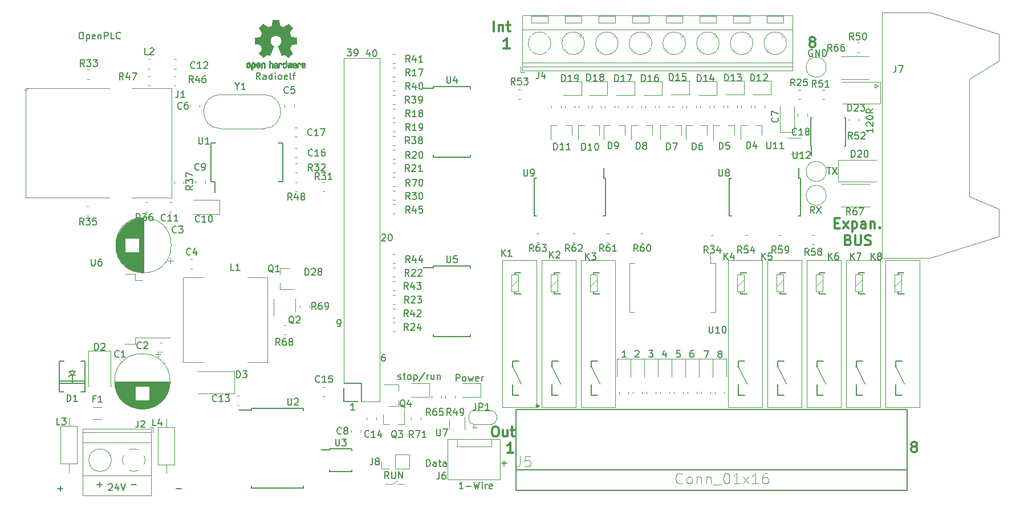
<source format=gbr>
G04 #@! TF.GenerationSoftware,KiCad,Pcbnew,5.99.0-unknown-c3175b4~86~ubuntu16.04.1*
G04 #@! TF.CreationDate,2019-12-02T17:49:07+01:00*
G04 #@! TF.ProjectId,OpenPLC,4f70656e-504c-4432-9e6b-696361645f70,0.01*
G04 #@! TF.SameCoordinates,Original*
G04 #@! TF.FileFunction,Legend,Top*
G04 #@! TF.FilePolarity,Positive*
%FSLAX46Y46*%
G04 Gerber Fmt 4.6, Leading zero omitted, Abs format (unit mm)*
G04 Created by KiCad (PCBNEW 5.99.0-unknown-c3175b4~86~ubuntu16.04.1) date 2019-12-02 17:49:07*
%MOMM*%
%LPD*%
G04 APERTURE LIST*
%ADD10C,0.150000*%
%ADD11C,0.300000*%
%ADD12C,0.120000*%
%ADD13C,0.127000*%
%ADD14C,0.100000*%
%ADD15C,0.010000*%
%ADD16C,0.050000*%
G04 APERTURE END LIST*
D10*
X91819047Y-136811428D02*
X92580952Y-136811428D01*
X92200000Y-137192380D02*
X92200000Y-136430476D01*
X109429047Y-136831428D02*
X110190952Y-136831428D01*
X146617619Y-133522380D02*
X146617619Y-132522380D01*
X146855714Y-132522380D01*
X146998571Y-132570000D01*
X147093809Y-132665238D01*
X147141428Y-132760476D01*
X147189047Y-132950952D01*
X147189047Y-133093809D01*
X147141428Y-133284285D01*
X147093809Y-133379523D01*
X146998571Y-133474761D01*
X146855714Y-133522380D01*
X146617619Y-133522380D01*
X148046190Y-133522380D02*
X148046190Y-132998571D01*
X147998571Y-132903333D01*
X147903333Y-132855714D01*
X147712857Y-132855714D01*
X147617619Y-132903333D01*
X148046190Y-133474761D02*
X147950952Y-133522380D01*
X147712857Y-133522380D01*
X147617619Y-133474761D01*
X147570000Y-133379523D01*
X147570000Y-133284285D01*
X147617619Y-133189047D01*
X147712857Y-133141428D01*
X147950952Y-133141428D01*
X148046190Y-133093809D01*
X148379523Y-132855714D02*
X148760476Y-132855714D01*
X148522380Y-132522380D02*
X148522380Y-133379523D01*
X148570000Y-133474761D01*
X148665238Y-133522380D01*
X148760476Y-133522380D01*
X149522380Y-133522380D02*
X149522380Y-132998571D01*
X149474761Y-132903333D01*
X149379523Y-132855714D01*
X149189047Y-132855714D01*
X149093809Y-132903333D01*
X149522380Y-133474761D02*
X149427142Y-133522380D01*
X149189047Y-133522380D01*
X149093809Y-133474761D01*
X149046190Y-133379523D01*
X149046190Y-133284285D01*
X149093809Y-133189047D01*
X149189047Y-133141428D01*
X149427142Y-133141428D01*
X149522380Y-133093809D01*
X157749047Y-133031428D02*
X158510952Y-133031428D01*
X158130000Y-133412380D02*
X158130000Y-132650476D01*
X138144285Y-71921714D02*
X138144285Y-72588380D01*
X137906190Y-71540761D02*
X137668095Y-72255047D01*
X138287142Y-72255047D01*
X138858571Y-71588380D02*
X138953809Y-71588380D01*
X139049047Y-71636000D01*
X139096666Y-71683619D01*
X139144285Y-71778857D01*
X139191904Y-71969333D01*
X139191904Y-72207428D01*
X139144285Y-72397904D01*
X139096666Y-72493142D01*
X139049047Y-72540761D01*
X138953809Y-72588380D01*
X138858571Y-72588380D01*
X138763333Y-72540761D01*
X138715714Y-72493142D01*
X138668095Y-72397904D01*
X138620476Y-72207428D01*
X138620476Y-71969333D01*
X138668095Y-71778857D01*
X138715714Y-71683619D01*
X138763333Y-71636000D01*
X138858571Y-71588380D01*
X135921714Y-125166380D02*
X135350285Y-125166380D01*
X135636000Y-125166380D02*
X135636000Y-124166380D01*
X135540761Y-124309238D01*
X135445523Y-124404476D01*
X135350285Y-124452095D01*
X204193333Y-95892380D02*
X203860000Y-95416190D01*
X203621904Y-95892380D02*
X203621904Y-94892380D01*
X204002857Y-94892380D01*
X204098095Y-94940000D01*
X204145714Y-94987619D01*
X204193333Y-95082857D01*
X204193333Y-95225714D01*
X204145714Y-95320952D01*
X204098095Y-95368571D01*
X204002857Y-95416190D01*
X203621904Y-95416190D01*
X204526666Y-94892380D02*
X205193333Y-95892380D01*
X205193333Y-94892380D02*
X204526666Y-95892380D01*
X206068095Y-89062380D02*
X206639523Y-89062380D01*
X206353809Y-90062380D02*
X206353809Y-89062380D01*
X206877619Y-89062380D02*
X207544285Y-90062380D01*
X207544285Y-89062380D02*
X206877619Y-90062380D01*
X99393523Y-136199619D02*
X99441142Y-136152000D01*
X99536380Y-136104380D01*
X99774476Y-136104380D01*
X99869714Y-136152000D01*
X99917333Y-136199619D01*
X99964952Y-136294857D01*
X99964952Y-136390095D01*
X99917333Y-136532952D01*
X99345904Y-137104380D01*
X99964952Y-137104380D01*
X100822095Y-136437714D02*
X100822095Y-137104380D01*
X100584000Y-136056761D02*
X100345904Y-136771047D01*
X100964952Y-136771047D01*
X101203047Y-136104380D02*
X101536380Y-137104380D01*
X101869714Y-136104380D01*
X102743047Y-136215428D02*
X103504952Y-136215428D01*
X97663047Y-136215428D02*
X98424952Y-136215428D01*
X98044000Y-136596380D02*
X98044000Y-135834476D01*
D11*
X218868642Y-130567928D02*
X218725785Y-130496500D01*
X218654357Y-130425071D01*
X218582928Y-130282214D01*
X218582928Y-130210785D01*
X218654357Y-130067928D01*
X218725785Y-129996500D01*
X218868642Y-129925071D01*
X219154357Y-129925071D01*
X219297214Y-129996500D01*
X219368642Y-130067928D01*
X219440071Y-130210785D01*
X219440071Y-130282214D01*
X219368642Y-130425071D01*
X219297214Y-130496500D01*
X219154357Y-130567928D01*
X218868642Y-130567928D01*
X218725785Y-130639357D01*
X218654357Y-130710785D01*
X218582928Y-130853642D01*
X218582928Y-131139357D01*
X218654357Y-131282214D01*
X218725785Y-131353642D01*
X218868642Y-131425071D01*
X219154357Y-131425071D01*
X219297214Y-131353642D01*
X219368642Y-131282214D01*
X219440071Y-131139357D01*
X219440071Y-130853642D01*
X219368642Y-130710785D01*
X219297214Y-130639357D01*
X219154357Y-130567928D01*
X159496071Y-131488571D02*
X158638928Y-131488571D01*
X159067500Y-131488571D02*
X159067500Y-129988571D01*
X158924642Y-130202857D01*
X158781785Y-130345714D01*
X158638928Y-130417142D01*
X158924571Y-71354071D02*
X158067428Y-71354071D01*
X158496000Y-71354071D02*
X158496000Y-69854071D01*
X158353142Y-70068357D01*
X158210285Y-70211214D01*
X158067428Y-70282642D01*
X203755642Y-70369928D02*
X203612785Y-70298500D01*
X203541357Y-70227071D01*
X203469928Y-70084214D01*
X203469928Y-70012785D01*
X203541357Y-69869928D01*
X203612785Y-69798500D01*
X203755642Y-69727071D01*
X204041357Y-69727071D01*
X204184214Y-69798500D01*
X204255642Y-69869928D01*
X204327071Y-70012785D01*
X204327071Y-70084214D01*
X204255642Y-70227071D01*
X204184214Y-70298500D01*
X204041357Y-70369928D01*
X203755642Y-70369928D01*
X203612785Y-70441357D01*
X203541357Y-70512785D01*
X203469928Y-70655642D01*
X203469928Y-70941357D01*
X203541357Y-71084214D01*
X203612785Y-71155642D01*
X203755642Y-71227071D01*
X204041357Y-71227071D01*
X204184214Y-71155642D01*
X204255642Y-71084214D01*
X204327071Y-70941357D01*
X204327071Y-70655642D01*
X204255642Y-70512785D01*
X204184214Y-70441357D01*
X204041357Y-70369928D01*
X209236642Y-99841857D02*
X209450928Y-99913285D01*
X209522357Y-99984714D01*
X209593785Y-100127571D01*
X209593785Y-100341857D01*
X209522357Y-100484714D01*
X209450928Y-100556142D01*
X209308071Y-100627571D01*
X208736642Y-100627571D01*
X208736642Y-99127571D01*
X209236642Y-99127571D01*
X209379500Y-99199000D01*
X209450928Y-99270428D01*
X209522357Y-99413285D01*
X209522357Y-99556142D01*
X209450928Y-99699000D01*
X209379500Y-99770428D01*
X209236642Y-99841857D01*
X208736642Y-99841857D01*
X210236642Y-99127571D02*
X210236642Y-100341857D01*
X210308071Y-100484714D01*
X210379500Y-100556142D01*
X210522357Y-100627571D01*
X210808071Y-100627571D01*
X210950928Y-100556142D01*
X211022357Y-100484714D01*
X211093785Y-100341857D01*
X211093785Y-99127571D01*
X211736642Y-100556142D02*
X211950928Y-100627571D01*
X212308071Y-100627571D01*
X212450928Y-100556142D01*
X212522357Y-100484714D01*
X212593785Y-100341857D01*
X212593785Y-100199000D01*
X212522357Y-100056142D01*
X212450928Y-99984714D01*
X212308071Y-99913285D01*
X212022357Y-99841857D01*
X211879500Y-99770428D01*
X211808071Y-99699000D01*
X211736642Y-99556142D01*
X211736642Y-99413285D01*
X211808071Y-99270428D01*
X211879500Y-99199000D01*
X212022357Y-99127571D01*
X212379500Y-99127571D01*
X212593785Y-99199000D01*
X156674500Y-127575571D02*
X156960214Y-127575571D01*
X157103071Y-127647000D01*
X157245928Y-127789857D01*
X157317357Y-128075571D01*
X157317357Y-128575571D01*
X157245928Y-128861285D01*
X157103071Y-129004142D01*
X156960214Y-129075571D01*
X156674500Y-129075571D01*
X156531642Y-129004142D01*
X156388785Y-128861285D01*
X156317357Y-128575571D01*
X156317357Y-128075571D01*
X156388785Y-127789857D01*
X156531642Y-127647000D01*
X156674500Y-127575571D01*
X158603071Y-128075571D02*
X158603071Y-129075571D01*
X157960214Y-128075571D02*
X157960214Y-128861285D01*
X158031642Y-129004142D01*
X158174500Y-129075571D01*
X158388785Y-129075571D01*
X158531642Y-129004142D01*
X158603071Y-128932714D01*
X159103071Y-128075571D02*
X159674500Y-128075571D01*
X159317357Y-127575571D02*
X159317357Y-128861285D01*
X159388785Y-129004142D01*
X159531642Y-129075571D01*
X159674500Y-129075571D01*
X207244571Y-97365357D02*
X207744571Y-97365357D01*
X207958857Y-98151071D02*
X207244571Y-98151071D01*
X207244571Y-96651071D01*
X207958857Y-96651071D01*
X208458857Y-98151071D02*
X209244571Y-97151071D01*
X208458857Y-97151071D02*
X209244571Y-98151071D01*
X209816000Y-97151071D02*
X209816000Y-98651071D01*
X209816000Y-97222500D02*
X209958857Y-97151071D01*
X210244571Y-97151071D01*
X210387428Y-97222500D01*
X210458857Y-97293928D01*
X210530285Y-97436785D01*
X210530285Y-97865357D01*
X210458857Y-98008214D01*
X210387428Y-98079642D01*
X210244571Y-98151071D01*
X209958857Y-98151071D01*
X209816000Y-98079642D01*
X211816000Y-98151071D02*
X211816000Y-97365357D01*
X211744571Y-97222500D01*
X211601714Y-97151071D01*
X211316000Y-97151071D01*
X211173142Y-97222500D01*
X211816000Y-98079642D02*
X211673142Y-98151071D01*
X211316000Y-98151071D01*
X211173142Y-98079642D01*
X211101714Y-97936785D01*
X211101714Y-97793928D01*
X211173142Y-97651071D01*
X211316000Y-97579642D01*
X211673142Y-97579642D01*
X211816000Y-97508214D01*
X212530285Y-97151071D02*
X212530285Y-98151071D01*
X212530285Y-97293928D02*
X212601714Y-97222500D01*
X212744571Y-97151071D01*
X212958857Y-97151071D01*
X213101714Y-97222500D01*
X213173142Y-97365357D01*
X213173142Y-98151071D01*
X213887428Y-98008214D02*
X213958857Y-98079642D01*
X213887428Y-98151071D01*
X213816000Y-98079642D01*
X213887428Y-98008214D01*
X213887428Y-98151071D01*
X156626857Y-68877571D02*
X156626857Y-67377571D01*
X157341142Y-67877571D02*
X157341142Y-68877571D01*
X157341142Y-68020428D02*
X157412571Y-67949000D01*
X157555428Y-67877571D01*
X157769714Y-67877571D01*
X157912571Y-67949000D01*
X157984000Y-68091857D01*
X157984000Y-68877571D01*
X158484000Y-67877571D02*
X159055428Y-67877571D01*
X158698285Y-67377571D02*
X158698285Y-68663285D01*
X158769714Y-68806142D01*
X158912571Y-68877571D01*
X159055428Y-68877571D01*
D10*
X190087261Y-116784452D02*
X189992023Y-116736833D01*
X189944404Y-116689214D01*
X189896785Y-116593976D01*
X189896785Y-116546357D01*
X189944404Y-116451119D01*
X189992023Y-116403500D01*
X190087261Y-116355880D01*
X190277738Y-116355880D01*
X190372976Y-116403500D01*
X190420595Y-116451119D01*
X190468214Y-116546357D01*
X190468214Y-116593976D01*
X190420595Y-116689214D01*
X190372976Y-116736833D01*
X190277738Y-116784452D01*
X190087261Y-116784452D01*
X189992023Y-116832071D01*
X189944404Y-116879690D01*
X189896785Y-116974928D01*
X189896785Y-117165404D01*
X189944404Y-117260642D01*
X189992023Y-117308261D01*
X190087261Y-117355880D01*
X190277738Y-117355880D01*
X190372976Y-117308261D01*
X190420595Y-117260642D01*
X190468214Y-117165404D01*
X190468214Y-116974928D01*
X190420595Y-116879690D01*
X190372976Y-116832071D01*
X190277738Y-116784452D01*
X187817166Y-116355880D02*
X188483833Y-116355880D01*
X188055261Y-117355880D01*
X186181976Y-116292380D02*
X185991500Y-116292380D01*
X185896261Y-116340000D01*
X185848642Y-116387619D01*
X185753404Y-116530476D01*
X185705785Y-116720952D01*
X185705785Y-117101904D01*
X185753404Y-117197142D01*
X185801023Y-117244761D01*
X185896261Y-117292380D01*
X186086738Y-117292380D01*
X186181976Y-117244761D01*
X186229595Y-117197142D01*
X186277214Y-117101904D01*
X186277214Y-116863809D01*
X186229595Y-116768571D01*
X186181976Y-116720952D01*
X186086738Y-116673333D01*
X185896261Y-116673333D01*
X185801023Y-116720952D01*
X185753404Y-116768571D01*
X185705785Y-116863809D01*
X184261095Y-116292380D02*
X183784904Y-116292380D01*
X183737285Y-116768571D01*
X183784904Y-116720952D01*
X183880142Y-116673333D01*
X184118238Y-116673333D01*
X184213476Y-116720952D01*
X184261095Y-116768571D01*
X184308714Y-116863809D01*
X184308714Y-117101904D01*
X184261095Y-117197142D01*
X184213476Y-117244761D01*
X184118238Y-117292380D01*
X183880142Y-117292380D01*
X183784904Y-117244761D01*
X183737285Y-117197142D01*
X182117976Y-116625714D02*
X182117976Y-117292380D01*
X181879880Y-116244761D02*
X181641785Y-116959047D01*
X182260833Y-116959047D01*
X179625666Y-116292380D02*
X180244714Y-116292380D01*
X179911380Y-116673333D01*
X180054238Y-116673333D01*
X180149476Y-116720952D01*
X180197095Y-116768571D01*
X180244714Y-116863809D01*
X180244714Y-117101904D01*
X180197095Y-117197142D01*
X180149476Y-117244761D01*
X180054238Y-117292380D01*
X179768523Y-117292380D01*
X179673285Y-117244761D01*
X179625666Y-117197142D01*
X177577785Y-116387619D02*
X177625404Y-116340000D01*
X177720642Y-116292380D01*
X177958738Y-116292380D01*
X178053976Y-116340000D01*
X178101595Y-116387619D01*
X178149214Y-116482857D01*
X178149214Y-116578095D01*
X178101595Y-116720952D01*
X177530166Y-117292380D01*
X178149214Y-117292380D01*
X176244214Y-117292380D02*
X175672785Y-117292380D01*
X175958500Y-117292380D02*
X175958500Y-116292380D01*
X175863261Y-116435238D01*
X175768023Y-116530476D01*
X175672785Y-116578095D01*
X140398476Y-116863880D02*
X140208000Y-116863880D01*
X140112761Y-116911500D01*
X140065142Y-116959119D01*
X139969904Y-117101976D01*
X139922285Y-117292452D01*
X139922285Y-117673404D01*
X139969904Y-117768642D01*
X140017523Y-117816261D01*
X140112761Y-117863880D01*
X140303238Y-117863880D01*
X140398476Y-117816261D01*
X140446095Y-117768642D01*
X140493714Y-117673404D01*
X140493714Y-117435309D01*
X140446095Y-117340071D01*
X140398476Y-117292452D01*
X140303238Y-117244833D01*
X140112761Y-117244833D01*
X140017523Y-117292452D01*
X139969904Y-117340071D01*
X139922285Y-117435309D01*
X133413523Y-112720380D02*
X133604000Y-112720380D01*
X133699238Y-112672761D01*
X133746857Y-112625142D01*
X133842095Y-112482285D01*
X133889714Y-112291809D01*
X133889714Y-111910857D01*
X133842095Y-111815619D01*
X133794476Y-111768000D01*
X133699238Y-111720380D01*
X133508761Y-111720380D01*
X133413523Y-111768000D01*
X133365904Y-111815619D01*
X133318285Y-111910857D01*
X133318285Y-112148952D01*
X133365904Y-112244190D01*
X133413523Y-112291809D01*
X133508761Y-112339428D01*
X133699238Y-112339428D01*
X133794476Y-112291809D01*
X133842095Y-112244190D01*
X133889714Y-112148952D01*
X139954095Y-99097619D02*
X140001714Y-99050000D01*
X140096952Y-99002380D01*
X140335047Y-99002380D01*
X140430285Y-99050000D01*
X140477904Y-99097619D01*
X140525523Y-99192857D01*
X140525523Y-99288095D01*
X140477904Y-99430952D01*
X139906476Y-100002380D01*
X140525523Y-100002380D01*
X141144571Y-99002380D02*
X141239809Y-99002380D01*
X141335047Y-99050000D01*
X141382666Y-99097619D01*
X141430285Y-99192857D01*
X141477904Y-99383333D01*
X141477904Y-99621428D01*
X141430285Y-99811904D01*
X141382666Y-99907142D01*
X141335047Y-99954761D01*
X141239809Y-100002380D01*
X141144571Y-100002380D01*
X141049333Y-99954761D01*
X141001714Y-99907142D01*
X140954095Y-99811904D01*
X140906476Y-99621428D01*
X140906476Y-99383333D01*
X140954095Y-99192857D01*
X141001714Y-99097619D01*
X141049333Y-99050000D01*
X141144571Y-99002380D01*
X134826476Y-71502380D02*
X135445523Y-71502380D01*
X135112190Y-71883333D01*
X135255047Y-71883333D01*
X135350285Y-71930952D01*
X135397904Y-71978571D01*
X135445523Y-72073809D01*
X135445523Y-72311904D01*
X135397904Y-72407142D01*
X135350285Y-72454761D01*
X135255047Y-72502380D01*
X134969333Y-72502380D01*
X134874095Y-72454761D01*
X134826476Y-72407142D01*
X135921714Y-72502380D02*
X136112190Y-72502380D01*
X136207428Y-72454761D01*
X136255047Y-72407142D01*
X136350285Y-72264285D01*
X136397904Y-72073809D01*
X136397904Y-71692857D01*
X136350285Y-71597619D01*
X136302666Y-71550000D01*
X136207428Y-71502380D01*
X136016952Y-71502380D01*
X135921714Y-71550000D01*
X135874095Y-71597619D01*
X135826476Y-71692857D01*
X135826476Y-71930952D01*
X135874095Y-72026190D01*
X135921714Y-72073809D01*
X136016952Y-72121428D01*
X136207428Y-72121428D01*
X136302666Y-72073809D01*
X136350285Y-72026190D01*
X136397904Y-71930952D01*
X121908095Y-75992380D02*
X121574761Y-75516190D01*
X121336666Y-75992380D02*
X121336666Y-74992380D01*
X121717619Y-74992380D01*
X121812857Y-75040000D01*
X121860476Y-75087619D01*
X121908095Y-75182857D01*
X121908095Y-75325714D01*
X121860476Y-75420952D01*
X121812857Y-75468571D01*
X121717619Y-75516190D01*
X121336666Y-75516190D01*
X122765238Y-75992380D02*
X122765238Y-75468571D01*
X122717619Y-75373333D01*
X122622380Y-75325714D01*
X122431904Y-75325714D01*
X122336666Y-75373333D01*
X122765238Y-75944761D02*
X122670000Y-75992380D01*
X122431904Y-75992380D01*
X122336666Y-75944761D01*
X122289047Y-75849523D01*
X122289047Y-75754285D01*
X122336666Y-75659047D01*
X122431904Y-75611428D01*
X122670000Y-75611428D01*
X122765238Y-75563809D01*
X123670000Y-75992380D02*
X123670000Y-74992380D01*
X123670000Y-75944761D02*
X123574761Y-75992380D01*
X123384285Y-75992380D01*
X123289047Y-75944761D01*
X123241428Y-75897142D01*
X123193809Y-75801904D01*
X123193809Y-75516190D01*
X123241428Y-75420952D01*
X123289047Y-75373333D01*
X123384285Y-75325714D01*
X123574761Y-75325714D01*
X123670000Y-75373333D01*
X124146190Y-75992380D02*
X124146190Y-75325714D01*
X124146190Y-74992380D02*
X124098571Y-75040000D01*
X124146190Y-75087619D01*
X124193809Y-75040000D01*
X124146190Y-74992380D01*
X124146190Y-75087619D01*
X124765238Y-75992380D02*
X124670000Y-75944761D01*
X124622380Y-75897142D01*
X124574761Y-75801904D01*
X124574761Y-75516190D01*
X124622380Y-75420952D01*
X124670000Y-75373333D01*
X124765238Y-75325714D01*
X124908095Y-75325714D01*
X125003333Y-75373333D01*
X125050952Y-75420952D01*
X125098571Y-75516190D01*
X125098571Y-75801904D01*
X125050952Y-75897142D01*
X125003333Y-75944761D01*
X124908095Y-75992380D01*
X124765238Y-75992380D01*
X125908095Y-75944761D02*
X125812857Y-75992380D01*
X125622380Y-75992380D01*
X125527142Y-75944761D01*
X125479523Y-75849523D01*
X125479523Y-75468571D01*
X125527142Y-75373333D01*
X125622380Y-75325714D01*
X125812857Y-75325714D01*
X125908095Y-75373333D01*
X125955714Y-75468571D01*
X125955714Y-75563809D01*
X125479523Y-75659047D01*
X126527142Y-75992380D02*
X126431904Y-75944761D01*
X126384285Y-75849523D01*
X126384285Y-74992380D01*
X126765238Y-75325714D02*
X127146190Y-75325714D01*
X126908095Y-75992380D02*
X126908095Y-75135238D01*
X126955714Y-75040000D01*
X127050952Y-74992380D01*
X127146190Y-74992380D01*
X95236666Y-68982380D02*
X95427142Y-68982380D01*
X95522380Y-69030000D01*
X95617619Y-69125238D01*
X95665238Y-69315714D01*
X95665238Y-69649047D01*
X95617619Y-69839523D01*
X95522380Y-69934761D01*
X95427142Y-69982380D01*
X95236666Y-69982380D01*
X95141428Y-69934761D01*
X95046190Y-69839523D01*
X94998571Y-69649047D01*
X94998571Y-69315714D01*
X95046190Y-69125238D01*
X95141428Y-69030000D01*
X95236666Y-68982380D01*
X96093809Y-69315714D02*
X96093809Y-70315714D01*
X96093809Y-69363333D02*
X96189047Y-69315714D01*
X96379523Y-69315714D01*
X96474761Y-69363333D01*
X96522380Y-69410952D01*
X96570000Y-69506190D01*
X96570000Y-69791904D01*
X96522380Y-69887142D01*
X96474761Y-69934761D01*
X96379523Y-69982380D01*
X96189047Y-69982380D01*
X96093809Y-69934761D01*
X97379523Y-69934761D02*
X97284285Y-69982380D01*
X97093809Y-69982380D01*
X96998571Y-69934761D01*
X96950952Y-69839523D01*
X96950952Y-69458571D01*
X96998571Y-69363333D01*
X97093809Y-69315714D01*
X97284285Y-69315714D01*
X97379523Y-69363333D01*
X97427142Y-69458571D01*
X97427142Y-69553809D01*
X96950952Y-69649047D01*
X97855714Y-69315714D02*
X97855714Y-69982380D01*
X97855714Y-69410952D02*
X97903333Y-69363333D01*
X97998571Y-69315714D01*
X98141428Y-69315714D01*
X98236666Y-69363333D01*
X98284285Y-69458571D01*
X98284285Y-69982380D01*
X98760476Y-69982380D02*
X98760476Y-68982380D01*
X99141428Y-68982380D01*
X99236666Y-69030000D01*
X99284285Y-69077619D01*
X99331904Y-69172857D01*
X99331904Y-69315714D01*
X99284285Y-69410952D01*
X99236666Y-69458571D01*
X99141428Y-69506190D01*
X98760476Y-69506190D01*
X100236666Y-69982380D02*
X99760476Y-69982380D01*
X99760476Y-68982380D01*
X101141428Y-69887142D02*
X101093809Y-69934761D01*
X100950952Y-69982380D01*
X100855714Y-69982380D01*
X100712857Y-69934761D01*
X100617619Y-69839523D01*
X100570000Y-69744285D01*
X100522380Y-69553809D01*
X100522380Y-69410952D01*
X100570000Y-69220476D01*
X100617619Y-69125238D01*
X100712857Y-69030000D01*
X100855714Y-68982380D01*
X100950952Y-68982380D01*
X101093809Y-69030000D01*
X101141428Y-69077619D01*
X140993904Y-135326380D02*
X140660571Y-134850190D01*
X140422476Y-135326380D02*
X140422476Y-134326380D01*
X140803428Y-134326380D01*
X140898666Y-134374000D01*
X140946285Y-134421619D01*
X140993904Y-134516857D01*
X140993904Y-134659714D01*
X140946285Y-134754952D01*
X140898666Y-134802571D01*
X140803428Y-134850190D01*
X140422476Y-134850190D01*
X141422476Y-134326380D02*
X141422476Y-135135904D01*
X141470095Y-135231142D01*
X141517714Y-135278761D01*
X141612952Y-135326380D01*
X141803428Y-135326380D01*
X141898666Y-135278761D01*
X141946285Y-135231142D01*
X141993904Y-135135904D01*
X141993904Y-134326380D01*
X142470095Y-135326380D02*
X142470095Y-134326380D01*
X143041523Y-135326380D01*
X143041523Y-134326380D01*
X152043047Y-136850380D02*
X151471619Y-136850380D01*
X151757333Y-136850380D02*
X151757333Y-135850380D01*
X151662095Y-135993238D01*
X151566857Y-136088476D01*
X151471619Y-136136095D01*
X152471619Y-136469428D02*
X153233523Y-136469428D01*
X153614476Y-135850380D02*
X153852571Y-136850380D01*
X154043047Y-136136095D01*
X154233523Y-136850380D01*
X154471619Y-135850380D01*
X154852571Y-136850380D02*
X154852571Y-136183714D01*
X154852571Y-135850380D02*
X154804952Y-135898000D01*
X154852571Y-135945619D01*
X154900190Y-135898000D01*
X154852571Y-135850380D01*
X154852571Y-135945619D01*
X155328761Y-136850380D02*
X155328761Y-136183714D01*
X155328761Y-136374190D02*
X155376380Y-136278952D01*
X155424000Y-136231333D01*
X155519238Y-136183714D01*
X155614476Y-136183714D01*
X156328761Y-136802761D02*
X156233523Y-136850380D01*
X156043047Y-136850380D01*
X155947809Y-136802761D01*
X155900190Y-136707523D01*
X155900190Y-136326571D01*
X155947809Y-136231333D01*
X156043047Y-136183714D01*
X156233523Y-136183714D01*
X156328761Y-136231333D01*
X156376380Y-136326571D01*
X156376380Y-136421809D01*
X155900190Y-136517047D01*
D12*
X142240000Y-136144000D02*
X143256000Y-136144000D01*
X141478000Y-136144000D02*
X142240000Y-135636000D01*
X140462000Y-136144000D02*
X141478000Y-136144000D01*
X108514000Y-120876000D02*
G75*
G03X108514000Y-120876000I-4120000J0D01*
G01*
X108474000Y-120876000D02*
X100314000Y-120876000D01*
X108474000Y-120916000D02*
X100314000Y-120916000D01*
X108474000Y-120956000D02*
X100314000Y-120956000D01*
X108473000Y-120996000D02*
X100315000Y-120996000D01*
X108471000Y-121036000D02*
X100317000Y-121036000D01*
X108470000Y-121076000D02*
X100318000Y-121076000D01*
X108468000Y-121116000D02*
X100320000Y-121116000D01*
X108465000Y-121156000D02*
X100323000Y-121156000D01*
X108462000Y-121196000D02*
X100326000Y-121196000D01*
X108459000Y-121236000D02*
X100329000Y-121236000D01*
X108455000Y-121276000D02*
X100333000Y-121276000D01*
X108451000Y-121316000D02*
X100337000Y-121316000D01*
X108446000Y-121356000D02*
X100342000Y-121356000D01*
X108442000Y-121396000D02*
X100346000Y-121396000D01*
X108436000Y-121436000D02*
X100352000Y-121436000D01*
X108431000Y-121476000D02*
X100357000Y-121476000D01*
X108424000Y-121516000D02*
X100364000Y-121516000D01*
X108418000Y-121556000D02*
X100370000Y-121556000D01*
X108411000Y-121597000D02*
X105434000Y-121597000D01*
X103354000Y-121597000D02*
X100377000Y-121597000D01*
X108404000Y-121637000D02*
X105434000Y-121637000D01*
X103354000Y-121637000D02*
X100384000Y-121637000D01*
X108396000Y-121677000D02*
X105434000Y-121677000D01*
X103354000Y-121677000D02*
X100392000Y-121677000D01*
X108388000Y-121717000D02*
X105434000Y-121717000D01*
X103354000Y-121717000D02*
X100400000Y-121717000D01*
X108379000Y-121757000D02*
X105434000Y-121757000D01*
X103354000Y-121757000D02*
X100409000Y-121757000D01*
X108370000Y-121797000D02*
X105434000Y-121797000D01*
X103354000Y-121797000D02*
X100418000Y-121797000D01*
X108361000Y-121837000D02*
X105434000Y-121837000D01*
X103354000Y-121837000D02*
X100427000Y-121837000D01*
X108351000Y-121877000D02*
X105434000Y-121877000D01*
X103354000Y-121877000D02*
X100437000Y-121877000D01*
X108341000Y-121917000D02*
X105434000Y-121917000D01*
X103354000Y-121917000D02*
X100447000Y-121917000D01*
X108330000Y-121957000D02*
X105434000Y-121957000D01*
X103354000Y-121957000D02*
X100458000Y-121957000D01*
X108319000Y-121997000D02*
X105434000Y-121997000D01*
X103354000Y-121997000D02*
X100469000Y-121997000D01*
X108308000Y-122037000D02*
X105434000Y-122037000D01*
X103354000Y-122037000D02*
X100480000Y-122037000D01*
X108296000Y-122077000D02*
X105434000Y-122077000D01*
X103354000Y-122077000D02*
X100492000Y-122077000D01*
X108283000Y-122117000D02*
X105434000Y-122117000D01*
X103354000Y-122117000D02*
X100505000Y-122117000D01*
X108271000Y-122157000D02*
X105434000Y-122157000D01*
X103354000Y-122157000D02*
X100517000Y-122157000D01*
X108257000Y-122197000D02*
X105434000Y-122197000D01*
X103354000Y-122197000D02*
X100531000Y-122197000D01*
X108244000Y-122237000D02*
X105434000Y-122237000D01*
X103354000Y-122237000D02*
X100544000Y-122237000D01*
X108229000Y-122277000D02*
X105434000Y-122277000D01*
X103354000Y-122277000D02*
X100559000Y-122277000D01*
X108215000Y-122317000D02*
X105434000Y-122317000D01*
X103354000Y-122317000D02*
X100573000Y-122317000D01*
X108199000Y-122357000D02*
X105434000Y-122357000D01*
X103354000Y-122357000D02*
X100589000Y-122357000D01*
X108184000Y-122397000D02*
X105434000Y-122397000D01*
X103354000Y-122397000D02*
X100604000Y-122397000D01*
X108168000Y-122437000D02*
X105434000Y-122437000D01*
X103354000Y-122437000D02*
X100620000Y-122437000D01*
X108151000Y-122477000D02*
X105434000Y-122477000D01*
X103354000Y-122477000D02*
X100637000Y-122477000D01*
X108134000Y-122517000D02*
X105434000Y-122517000D01*
X103354000Y-122517000D02*
X100654000Y-122517000D01*
X108116000Y-122557000D02*
X105434000Y-122557000D01*
X103354000Y-122557000D02*
X100672000Y-122557000D01*
X108098000Y-122597000D02*
X105434000Y-122597000D01*
X103354000Y-122597000D02*
X100690000Y-122597000D01*
X108080000Y-122637000D02*
X105434000Y-122637000D01*
X103354000Y-122637000D02*
X100708000Y-122637000D01*
X108060000Y-122677000D02*
X105434000Y-122677000D01*
X103354000Y-122677000D02*
X100728000Y-122677000D01*
X108041000Y-122717000D02*
X105434000Y-122717000D01*
X103354000Y-122717000D02*
X100747000Y-122717000D01*
X108021000Y-122757000D02*
X105434000Y-122757000D01*
X103354000Y-122757000D02*
X100767000Y-122757000D01*
X108000000Y-122797000D02*
X105434000Y-122797000D01*
X103354000Y-122797000D02*
X100788000Y-122797000D01*
X107978000Y-122837000D02*
X105434000Y-122837000D01*
X103354000Y-122837000D02*
X100810000Y-122837000D01*
X107956000Y-122877000D02*
X105434000Y-122877000D01*
X103354000Y-122877000D02*
X100832000Y-122877000D01*
X107934000Y-122917000D02*
X105434000Y-122917000D01*
X103354000Y-122917000D02*
X100854000Y-122917000D01*
X107911000Y-122957000D02*
X105434000Y-122957000D01*
X103354000Y-122957000D02*
X100877000Y-122957000D01*
X107887000Y-122997000D02*
X105434000Y-122997000D01*
X103354000Y-122997000D02*
X100901000Y-122997000D01*
X107863000Y-123037000D02*
X105434000Y-123037000D01*
X103354000Y-123037000D02*
X100925000Y-123037000D01*
X107838000Y-123077000D02*
X105434000Y-123077000D01*
X103354000Y-123077000D02*
X100950000Y-123077000D01*
X107812000Y-123117000D02*
X105434000Y-123117000D01*
X103354000Y-123117000D02*
X100976000Y-123117000D01*
X107786000Y-123157000D02*
X105434000Y-123157000D01*
X103354000Y-123157000D02*
X101002000Y-123157000D01*
X107759000Y-123197000D02*
X105434000Y-123197000D01*
X103354000Y-123197000D02*
X101029000Y-123197000D01*
X107732000Y-123237000D02*
X105434000Y-123237000D01*
X103354000Y-123237000D02*
X101056000Y-123237000D01*
X107703000Y-123277000D02*
X105434000Y-123277000D01*
X103354000Y-123277000D02*
X101085000Y-123277000D01*
X107674000Y-123317000D02*
X105434000Y-123317000D01*
X103354000Y-123317000D02*
X101114000Y-123317000D01*
X107644000Y-123357000D02*
X105434000Y-123357000D01*
X103354000Y-123357000D02*
X101144000Y-123357000D01*
X107614000Y-123397000D02*
X105434000Y-123397000D01*
X103354000Y-123397000D02*
X101174000Y-123397000D01*
X107583000Y-123437000D02*
X105434000Y-123437000D01*
X103354000Y-123437000D02*
X101205000Y-123437000D01*
X107550000Y-123477000D02*
X105434000Y-123477000D01*
X103354000Y-123477000D02*
X101238000Y-123477000D01*
X107518000Y-123517000D02*
X105434000Y-123517000D01*
X103354000Y-123517000D02*
X101270000Y-123517000D01*
X107484000Y-123557000D02*
X105434000Y-123557000D01*
X103354000Y-123557000D02*
X101304000Y-123557000D01*
X107449000Y-123597000D02*
X105434000Y-123597000D01*
X103354000Y-123597000D02*
X101339000Y-123597000D01*
X107413000Y-123637000D02*
X105434000Y-123637000D01*
X103354000Y-123637000D02*
X101375000Y-123637000D01*
X107377000Y-123677000D02*
X101411000Y-123677000D01*
X107339000Y-123717000D02*
X101449000Y-123717000D01*
X107301000Y-123757000D02*
X101487000Y-123757000D01*
X107261000Y-123797000D02*
X101527000Y-123797000D01*
X107220000Y-123837000D02*
X101568000Y-123837000D01*
X107178000Y-123877000D02*
X101610000Y-123877000D01*
X107135000Y-123917000D02*
X101653000Y-123917000D01*
X107091000Y-123957000D02*
X101697000Y-123957000D01*
X107045000Y-123997000D02*
X101743000Y-123997000D01*
X106998000Y-124037000D02*
X101790000Y-124037000D01*
X106950000Y-124077000D02*
X101838000Y-124077000D01*
X106899000Y-124117000D02*
X101889000Y-124117000D01*
X106848000Y-124157000D02*
X101940000Y-124157000D01*
X106794000Y-124197000D02*
X101994000Y-124197000D01*
X106739000Y-124237000D02*
X102049000Y-124237000D01*
X106681000Y-124277000D02*
X102107000Y-124277000D01*
X106622000Y-124317000D02*
X102166000Y-124317000D01*
X106560000Y-124357000D02*
X102228000Y-124357000D01*
X106496000Y-124397000D02*
X102292000Y-124397000D01*
X106428000Y-124437000D02*
X102360000Y-124437000D01*
X106358000Y-124477000D02*
X102430000Y-124477000D01*
X106284000Y-124517000D02*
X102504000Y-124517000D01*
X106207000Y-124557000D02*
X102581000Y-124557000D01*
X106125000Y-124597000D02*
X102663000Y-124597000D01*
X106039000Y-124637000D02*
X102749000Y-124637000D01*
X105946000Y-124677000D02*
X102842000Y-124677000D01*
X105847000Y-124717000D02*
X102941000Y-124717000D01*
X105740000Y-124757000D02*
X103048000Y-124757000D01*
X105623000Y-124797000D02*
X103165000Y-124797000D01*
X105492000Y-124837000D02*
X103296000Y-124837000D01*
X105342000Y-124877000D02*
X103446000Y-124877000D01*
X105162000Y-124917000D02*
X103626000Y-124917000D01*
X104927000Y-124957000D02*
X103861000Y-124957000D01*
X106709000Y-116466302D02*
X106709000Y-117266302D01*
X107109000Y-116866302D02*
X106309000Y-116866302D01*
X145744000Y-126581000D02*
X145744000Y-126281000D01*
X144324000Y-126581000D02*
X144324000Y-126281000D01*
X142476000Y-124516000D02*
X141016000Y-124516000D01*
X142476000Y-121356000D02*
X140316000Y-121356000D01*
X142476000Y-121356000D02*
X142476000Y-122286000D01*
X142476000Y-124516000D02*
X142476000Y-123586000D01*
X164465383Y-71898955D02*
G75*
G02X163385500Y-72292000I-1079883J1286955D01*
G01*
X164672578Y-69532092D02*
G75*
G02X164672500Y-71692000I-1287078J-1079908D01*
G01*
X162305592Y-69324922D02*
G75*
G02X164465500Y-69325000I1079908J-1287078D01*
G01*
X162097437Y-71691734D02*
G75*
G02X162098500Y-69531000I1288063J1079734D01*
G01*
X163414007Y-72292511D02*
G75*
G02X162304500Y-71899000I-28507J1680511D01*
G01*
X170065500Y-70612000D02*
G75*
G03X170065500Y-70612000I-1680000J0D01*
G01*
X175065500Y-70612000D02*
G75*
G03X175065500Y-70612000I-1680000J0D01*
G01*
X180065500Y-70612000D02*
G75*
G03X180065500Y-70612000I-1680000J0D01*
G01*
X185065500Y-70612000D02*
G75*
G03X185065500Y-70612000I-1680000J0D01*
G01*
X190065500Y-70612000D02*
G75*
G03X190065500Y-70612000I-1680000J0D01*
G01*
X195065500Y-70612000D02*
G75*
G03X195065500Y-70612000I-1680000J0D01*
G01*
X200065500Y-70612000D02*
G75*
G03X200065500Y-70612000I-1680000J0D01*
G01*
X160825500Y-74062000D02*
X200945500Y-74062000D01*
X160825500Y-73462000D02*
X200945500Y-73462000D01*
X160825500Y-68562000D02*
X200945500Y-68562000D01*
X160825500Y-66502000D02*
X200945500Y-66502000D01*
X160825500Y-74722000D02*
X200945500Y-74722000D01*
X160825500Y-66502000D02*
X160825500Y-74722000D01*
X200945500Y-66502000D02*
X200945500Y-74722000D01*
X162135500Y-66562000D02*
X164635500Y-66562000D01*
X162135500Y-67562000D02*
X164635500Y-67562000D01*
X162135500Y-66562000D02*
X162135500Y-67562000D01*
X164635500Y-66562000D02*
X164635500Y-67562000D01*
X169660500Y-69543000D02*
X169414500Y-69789000D01*
X167515500Y-71687000D02*
X167316500Y-71886000D01*
X169455500Y-69337000D02*
X169244500Y-69548000D01*
X167357500Y-71435000D02*
X167111500Y-71681000D01*
X167135500Y-66562000D02*
X169635500Y-66562000D01*
X167135500Y-67562000D02*
X169635500Y-67562000D01*
X167135500Y-66562000D02*
X167135500Y-67562000D01*
X169635500Y-66562000D02*
X169635500Y-67562000D01*
X174660500Y-69543000D02*
X174414500Y-69789000D01*
X172515500Y-71687000D02*
X172316500Y-71886000D01*
X174455500Y-69337000D02*
X174244500Y-69548000D01*
X172357500Y-71435000D02*
X172111500Y-71681000D01*
X172135500Y-66562000D02*
X174635500Y-66562000D01*
X172135500Y-67562000D02*
X174635500Y-67562000D01*
X172135500Y-66562000D02*
X172135500Y-67562000D01*
X174635500Y-66562000D02*
X174635500Y-67562000D01*
X179660500Y-69543000D02*
X179414500Y-69789000D01*
X177515500Y-71687000D02*
X177316500Y-71886000D01*
X179455500Y-69337000D02*
X179244500Y-69548000D01*
X177357500Y-71435000D02*
X177111500Y-71681000D01*
X177135500Y-66562000D02*
X179635500Y-66562000D01*
X177135500Y-67562000D02*
X179635500Y-67562000D01*
X177135500Y-66562000D02*
X177135500Y-67562000D01*
X179635500Y-66562000D02*
X179635500Y-67562000D01*
X184660500Y-69543000D02*
X184414500Y-69789000D01*
X182515500Y-71687000D02*
X182316500Y-71886000D01*
X184455500Y-69337000D02*
X184244500Y-69548000D01*
X182357500Y-71435000D02*
X182111500Y-71681000D01*
X182135500Y-66562000D02*
X184635500Y-66562000D01*
X182135500Y-67562000D02*
X184635500Y-67562000D01*
X182135500Y-66562000D02*
X182135500Y-67562000D01*
X184635500Y-66562000D02*
X184635500Y-67562000D01*
X189660500Y-69543000D02*
X189414500Y-69789000D01*
X187515500Y-71687000D02*
X187316500Y-71886000D01*
X189455500Y-69337000D02*
X189244500Y-69548000D01*
X187357500Y-71435000D02*
X187111500Y-71681000D01*
X187135500Y-66562000D02*
X189635500Y-66562000D01*
X187135500Y-67562000D02*
X189635500Y-67562000D01*
X187135500Y-66562000D02*
X187135500Y-67562000D01*
X189635500Y-66562000D02*
X189635500Y-67562000D01*
X194660500Y-69543000D02*
X194414500Y-69789000D01*
X192515500Y-71687000D02*
X192316500Y-71886000D01*
X194455500Y-69337000D02*
X194244500Y-69548000D01*
X192357500Y-71435000D02*
X192111500Y-71681000D01*
X192135500Y-66562000D02*
X194635500Y-66562000D01*
X192135500Y-67562000D02*
X194635500Y-67562000D01*
X192135500Y-66562000D02*
X192135500Y-67562000D01*
X194635500Y-66562000D02*
X194635500Y-67562000D01*
X199660500Y-69543000D02*
X199414500Y-69789000D01*
X197515500Y-71687000D02*
X197316500Y-71886000D01*
X199455500Y-69337000D02*
X199244500Y-69548000D01*
X197357500Y-71435000D02*
X197111500Y-71681000D01*
X197135500Y-66562000D02*
X199635500Y-66562000D01*
X197135500Y-67562000D02*
X199635500Y-67562000D01*
X197135500Y-66562000D02*
X197135500Y-67562000D01*
X199635500Y-66562000D02*
X199635500Y-67562000D01*
X160585500Y-74122000D02*
X160585500Y-74962000D01*
X160585500Y-74962000D02*
X161185500Y-74962000D01*
X135434000Y-128120000D02*
X135434000Y-128420000D01*
X136854000Y-128120000D02*
X136854000Y-128420000D01*
X154669000Y-121164000D02*
X151969000Y-121164000D01*
X154669000Y-123184000D02*
X154669000Y-121164000D01*
X151969000Y-123184000D02*
X154669000Y-123184000D01*
X140152000Y-127252000D02*
X141082000Y-127252000D01*
X143312000Y-127252000D02*
X142382000Y-127252000D01*
X143312000Y-127252000D02*
X143312000Y-125092000D01*
X140152000Y-127252000D02*
X140152000Y-125792000D01*
X149404000Y-123340000D02*
X149404000Y-123040000D01*
X150824000Y-123340000D02*
X150824000Y-123040000D01*
D13*
X93980000Y-119380000D02*
X93980000Y-119176800D01*
X95885000Y-117856000D02*
X95885000Y-122428000D01*
X95885000Y-122428000D02*
X95250000Y-122428000D01*
X92075000Y-120802400D02*
X95885000Y-120802400D01*
X92075000Y-121132600D02*
X95885000Y-121132600D01*
X92710000Y-117856000D02*
X92075000Y-117856000D01*
X92075000Y-117856000D02*
X92075000Y-122428000D01*
X92075000Y-122428000D02*
X92710000Y-122428000D01*
X95250000Y-117856000D02*
X95885000Y-117856000D01*
X93980000Y-120015000D02*
X94454980Y-119380000D01*
X94454980Y-119380000D02*
X93980000Y-119380000D01*
X93980000Y-119380000D02*
X93505020Y-119380000D01*
X93505020Y-119380000D02*
X93980000Y-120015000D01*
X93980000Y-120015000D02*
X94297500Y-120015000D01*
X94297500Y-120015000D02*
X94454980Y-119857520D01*
X93980000Y-120015000D02*
X93662500Y-120015000D01*
X93662500Y-120015000D02*
X93505020Y-120172480D01*
X93980000Y-120015000D02*
X93980000Y-121124980D01*
D12*
X144030000Y-133902000D02*
X144030000Y-131782000D01*
X141970000Y-133902000D02*
X144030000Y-133902000D01*
X141970000Y-131782000D02*
X144030000Y-131782000D01*
X141970000Y-133902000D02*
X141970000Y-131782000D01*
X140970000Y-133902000D02*
X139910000Y-133902000D01*
X139910000Y-133902000D02*
X139910000Y-132842000D01*
D10*
X120585000Y-125110000D02*
X118760000Y-125110000D01*
X120585000Y-136760000D02*
X128335000Y-136760000D01*
X120585000Y-124860000D02*
X128335000Y-124860000D01*
X120585000Y-136760000D02*
X120585000Y-136415000D01*
X128335000Y-136760000D02*
X128335000Y-136415000D01*
X128335000Y-124860000D02*
X128335000Y-125205000D01*
X120585000Y-124860000D02*
X120585000Y-125110000D01*
D12*
X115858000Y-93936000D02*
X111938000Y-93936000D01*
X115858000Y-96056000D02*
X115858000Y-93936000D01*
X111938000Y-96056000D02*
X115858000Y-96056000D01*
X201212000Y-83854000D02*
X201212000Y-79934000D01*
X199092000Y-83854000D02*
X201212000Y-83854000D01*
X199092000Y-79934000D02*
X199092000Y-83854000D01*
D10*
X203673000Y-85895000D02*
X203723000Y-85895000D01*
X203673000Y-81745000D02*
X203818000Y-81745000D01*
X208823000Y-81745000D02*
X208678000Y-81745000D01*
X208823000Y-85895000D02*
X208678000Y-85895000D01*
X203673000Y-85895000D02*
X203673000Y-81745000D01*
X208823000Y-85895000D02*
X208823000Y-81745000D01*
X203723000Y-85895000D02*
X203723000Y-87295000D01*
D12*
X212385000Y-91500000D02*
X208185000Y-91500000D01*
X212385000Y-94920000D02*
X208185000Y-94920000D01*
X212325000Y-72570000D02*
X208125000Y-72570000D01*
X212325000Y-75990000D02*
X208125000Y-75990000D01*
X213985000Y-76380000D02*
X208285000Y-76380000D01*
X213985000Y-79600000D02*
X213985000Y-76380000D01*
X208285000Y-79600000D02*
X213985000Y-79600000D01*
X207695000Y-91190000D02*
X213395000Y-91190000D01*
X207695000Y-87970000D02*
X207695000Y-91190000D01*
X213395000Y-87970000D02*
X207695000Y-87970000D01*
D11*
X163240000Y-124514000D02*
G75*
G03X163240000Y-124514000I-150000J0D01*
G01*
D13*
X159890000Y-134064000D02*
X175390000Y-134064000D01*
X159890000Y-134064000D02*
X159890000Y-137064000D01*
X159890000Y-125064000D02*
X159890000Y-134064000D01*
X159890000Y-125064000D02*
X175390000Y-125064000D01*
X159890000Y-137064000D02*
X175390000Y-137064000D01*
X174012400Y-137064000D02*
X189512400Y-137064000D01*
X174012400Y-125064000D02*
X189512400Y-125064000D01*
X174012400Y-134064000D02*
X189512400Y-134064000D01*
X188338000Y-134064000D02*
X203838000Y-134064000D01*
X202460400Y-134064000D02*
X217960400Y-134064000D01*
X217960400Y-134064000D02*
X217960400Y-125064000D01*
X188338000Y-137064000D02*
X203838000Y-137064000D01*
X188338000Y-125064000D02*
X203838000Y-125064000D01*
X202460400Y-137064000D02*
X217960400Y-137064000D01*
X217960400Y-137064000D02*
X217960400Y-134064000D01*
X202460400Y-125064000D02*
X217960400Y-125064000D01*
D12*
X97075000Y-126500000D02*
X98375000Y-126500000D01*
X97075000Y-124680000D02*
X98375000Y-124680000D01*
X110410000Y-105450000D02*
X113410000Y-105450000D01*
X110410000Y-118050000D02*
X110410000Y-105450000D01*
X113410000Y-118050000D02*
X110410000Y-118050000D01*
X123010000Y-118050000D02*
X120010000Y-118050000D01*
X123010000Y-105450000D02*
X123010000Y-118050000D01*
X120010000Y-105450000D02*
X123010000Y-105450000D01*
X108579698Y-103355000D02*
X108579698Y-102555000D01*
X108979698Y-102955000D02*
X108179698Y-102955000D01*
X100489000Y-101173000D02*
X100489000Y-100107000D01*
X100529000Y-101408000D02*
X100529000Y-99872000D01*
X100569000Y-101588000D02*
X100569000Y-99692000D01*
X100609000Y-101738000D02*
X100609000Y-99542000D01*
X100649000Y-101869000D02*
X100649000Y-99411000D01*
X100689000Y-101986000D02*
X100689000Y-99294000D01*
X100729000Y-102093000D02*
X100729000Y-99187000D01*
X100769000Y-102192000D02*
X100769000Y-99088000D01*
X100809000Y-102285000D02*
X100809000Y-98995000D01*
X100849000Y-102371000D02*
X100849000Y-98909000D01*
X100889000Y-102453000D02*
X100889000Y-98827000D01*
X100929000Y-102530000D02*
X100929000Y-98750000D01*
X100969000Y-102604000D02*
X100969000Y-98676000D01*
X101009000Y-102674000D02*
X101009000Y-98606000D01*
X101049000Y-102742000D02*
X101049000Y-98538000D01*
X101089000Y-102806000D02*
X101089000Y-98474000D01*
X101129000Y-102868000D02*
X101129000Y-98412000D01*
X101169000Y-102927000D02*
X101169000Y-98353000D01*
X101209000Y-102985000D02*
X101209000Y-98295000D01*
X101249000Y-103040000D02*
X101249000Y-98240000D01*
X101289000Y-103094000D02*
X101289000Y-98186000D01*
X101329000Y-103145000D02*
X101329000Y-98135000D01*
X101369000Y-103196000D02*
X101369000Y-98084000D01*
X101409000Y-103244000D02*
X101409000Y-98036000D01*
X101449000Y-103291000D02*
X101449000Y-97989000D01*
X101489000Y-103337000D02*
X101489000Y-97943000D01*
X101529000Y-103381000D02*
X101529000Y-97899000D01*
X101569000Y-103424000D02*
X101569000Y-97856000D01*
X101609000Y-103466000D02*
X101609000Y-97814000D01*
X101649000Y-103507000D02*
X101649000Y-97773000D01*
X101689000Y-103547000D02*
X101689000Y-97733000D01*
X101729000Y-103585000D02*
X101729000Y-97695000D01*
X101769000Y-103623000D02*
X101769000Y-97657000D01*
X101809000Y-99600000D02*
X101809000Y-97621000D01*
X101809000Y-103659000D02*
X101809000Y-101680000D01*
X101849000Y-99600000D02*
X101849000Y-97585000D01*
X101849000Y-103695000D02*
X101849000Y-101680000D01*
X101889000Y-99600000D02*
X101889000Y-97550000D01*
X101889000Y-103730000D02*
X101889000Y-101680000D01*
X101929000Y-99600000D02*
X101929000Y-97516000D01*
X101929000Y-103764000D02*
X101929000Y-101680000D01*
X101969000Y-99600000D02*
X101969000Y-97484000D01*
X101969000Y-103796000D02*
X101969000Y-101680000D01*
X102009000Y-99600000D02*
X102009000Y-97451000D01*
X102009000Y-103829000D02*
X102009000Y-101680000D01*
X102049000Y-99600000D02*
X102049000Y-97420000D01*
X102049000Y-103860000D02*
X102049000Y-101680000D01*
X102089000Y-99600000D02*
X102089000Y-97390000D01*
X102089000Y-103890000D02*
X102089000Y-101680000D01*
X102129000Y-99600000D02*
X102129000Y-97360000D01*
X102129000Y-103920000D02*
X102129000Y-101680000D01*
X102169000Y-99600000D02*
X102169000Y-97331000D01*
X102169000Y-103949000D02*
X102169000Y-101680000D01*
X102209000Y-99600000D02*
X102209000Y-97302000D01*
X102209000Y-103978000D02*
X102209000Y-101680000D01*
X102249000Y-99600000D02*
X102249000Y-97275000D01*
X102249000Y-104005000D02*
X102249000Y-101680000D01*
X102289000Y-99600000D02*
X102289000Y-97248000D01*
X102289000Y-104032000D02*
X102289000Y-101680000D01*
X102329000Y-99600000D02*
X102329000Y-97222000D01*
X102329000Y-104058000D02*
X102329000Y-101680000D01*
X102369000Y-99600000D02*
X102369000Y-97196000D01*
X102369000Y-104084000D02*
X102369000Y-101680000D01*
X102409000Y-99600000D02*
X102409000Y-97171000D01*
X102409000Y-104109000D02*
X102409000Y-101680000D01*
X102449000Y-99600000D02*
X102449000Y-97147000D01*
X102449000Y-104133000D02*
X102449000Y-101680000D01*
X102489000Y-99600000D02*
X102489000Y-97123000D01*
X102489000Y-104157000D02*
X102489000Y-101680000D01*
X102529000Y-99600000D02*
X102529000Y-97100000D01*
X102529000Y-104180000D02*
X102529000Y-101680000D01*
X102569000Y-99600000D02*
X102569000Y-97078000D01*
X102569000Y-104202000D02*
X102569000Y-101680000D01*
X102609000Y-99600000D02*
X102609000Y-97056000D01*
X102609000Y-104224000D02*
X102609000Y-101680000D01*
X102649000Y-99600000D02*
X102649000Y-97034000D01*
X102649000Y-104246000D02*
X102649000Y-101680000D01*
X102689000Y-99600000D02*
X102689000Y-97013000D01*
X102689000Y-104267000D02*
X102689000Y-101680000D01*
X102729000Y-99600000D02*
X102729000Y-96993000D01*
X102729000Y-104287000D02*
X102729000Y-101680000D01*
X102769000Y-99600000D02*
X102769000Y-96974000D01*
X102769000Y-104306000D02*
X102769000Y-101680000D01*
X102809000Y-99600000D02*
X102809000Y-96954000D01*
X102809000Y-104326000D02*
X102809000Y-101680000D01*
X102849000Y-99600000D02*
X102849000Y-96936000D01*
X102849000Y-104344000D02*
X102849000Y-101680000D01*
X102889000Y-99600000D02*
X102889000Y-96918000D01*
X102889000Y-104362000D02*
X102889000Y-101680000D01*
X102929000Y-99600000D02*
X102929000Y-96900000D01*
X102929000Y-104380000D02*
X102929000Y-101680000D01*
X102969000Y-99600000D02*
X102969000Y-96883000D01*
X102969000Y-104397000D02*
X102969000Y-101680000D01*
X103009000Y-99600000D02*
X103009000Y-96866000D01*
X103009000Y-104414000D02*
X103009000Y-101680000D01*
X103049000Y-99600000D02*
X103049000Y-96850000D01*
X103049000Y-104430000D02*
X103049000Y-101680000D01*
X103089000Y-99600000D02*
X103089000Y-96835000D01*
X103089000Y-104445000D02*
X103089000Y-101680000D01*
X103129000Y-99600000D02*
X103129000Y-96819000D01*
X103129000Y-104461000D02*
X103129000Y-101680000D01*
X103169000Y-99600000D02*
X103169000Y-96805000D01*
X103169000Y-104475000D02*
X103169000Y-101680000D01*
X103209000Y-99600000D02*
X103209000Y-96790000D01*
X103209000Y-104490000D02*
X103209000Y-101680000D01*
X103249000Y-99600000D02*
X103249000Y-96777000D01*
X103249000Y-104503000D02*
X103249000Y-101680000D01*
X103289000Y-99600000D02*
X103289000Y-96763000D01*
X103289000Y-104517000D02*
X103289000Y-101680000D01*
X103329000Y-99600000D02*
X103329000Y-96751000D01*
X103329000Y-104529000D02*
X103329000Y-101680000D01*
X103369000Y-99600000D02*
X103369000Y-96738000D01*
X103369000Y-104542000D02*
X103369000Y-101680000D01*
X103409000Y-99600000D02*
X103409000Y-96726000D01*
X103409000Y-104554000D02*
X103409000Y-101680000D01*
X103449000Y-99600000D02*
X103449000Y-96715000D01*
X103449000Y-104565000D02*
X103449000Y-101680000D01*
X103489000Y-99600000D02*
X103489000Y-96704000D01*
X103489000Y-104576000D02*
X103489000Y-101680000D01*
X103529000Y-99600000D02*
X103529000Y-96693000D01*
X103529000Y-104587000D02*
X103529000Y-101680000D01*
X103569000Y-99600000D02*
X103569000Y-96683000D01*
X103569000Y-104597000D02*
X103569000Y-101680000D01*
X103609000Y-99600000D02*
X103609000Y-96673000D01*
X103609000Y-104607000D02*
X103609000Y-101680000D01*
X103649000Y-99600000D02*
X103649000Y-96664000D01*
X103649000Y-104616000D02*
X103649000Y-101680000D01*
X103689000Y-99600000D02*
X103689000Y-96655000D01*
X103689000Y-104625000D02*
X103689000Y-101680000D01*
X103729000Y-99600000D02*
X103729000Y-96646000D01*
X103729000Y-104634000D02*
X103729000Y-101680000D01*
X103769000Y-99600000D02*
X103769000Y-96638000D01*
X103769000Y-104642000D02*
X103769000Y-101680000D01*
X103809000Y-99600000D02*
X103809000Y-96630000D01*
X103809000Y-104650000D02*
X103809000Y-101680000D01*
X103849000Y-99600000D02*
X103849000Y-96623000D01*
X103849000Y-104657000D02*
X103849000Y-101680000D01*
X103890000Y-104664000D02*
X103890000Y-96616000D01*
X103930000Y-104670000D02*
X103930000Y-96610000D01*
X103970000Y-104677000D02*
X103970000Y-96603000D01*
X104010000Y-104682000D02*
X104010000Y-96598000D01*
X104050000Y-104688000D02*
X104050000Y-96592000D01*
X104090000Y-104692000D02*
X104090000Y-96588000D01*
X104130000Y-104697000D02*
X104130000Y-96583000D01*
X104170000Y-104701000D02*
X104170000Y-96579000D01*
X104210000Y-104705000D02*
X104210000Y-96575000D01*
X104250000Y-104708000D02*
X104250000Y-96572000D01*
X104290000Y-104711000D02*
X104290000Y-96569000D01*
X104330000Y-104714000D02*
X104330000Y-96566000D01*
X104370000Y-104716000D02*
X104370000Y-96564000D01*
X104410000Y-104717000D02*
X104410000Y-96563000D01*
X104450000Y-104719000D02*
X104450000Y-96561000D01*
X104490000Y-104720000D02*
X104490000Y-96560000D01*
X104530000Y-104720000D02*
X104530000Y-96560000D01*
X104570000Y-104720000D02*
X104570000Y-96560000D01*
X108690000Y-100640000D02*
G75*
G03X108690000Y-100640000I-4120000J0D01*
G01*
D10*
X136398000Y-123850400D02*
X134315200Y-123850400D01*
X134315200Y-123748800D02*
X134315200Y-123799600D01*
X134315200Y-121818400D02*
X134315200Y-123748800D01*
X136906000Y-121158000D02*
X134315200Y-121158000D01*
X136906000Y-123836000D02*
X136906000Y-121158000D01*
D12*
X134350000Y-72796000D02*
X137007600Y-72796400D01*
X134350000Y-75438000D02*
X134350000Y-72796000D01*
X139670000Y-72796000D02*
X137010000Y-72796000D01*
X139670000Y-123836000D02*
X139670000Y-72796000D01*
X136906000Y-123836000D02*
X139670000Y-123836000D01*
X134350000Y-75456000D02*
X134315200Y-121158000D01*
D14*
X127963500Y-105918000D02*
G75*
G03X127963500Y-105918000I-50000J0D01*
G01*
D12*
X205970000Y-74168000D02*
G75*
G03X205970000Y-74168000I-1500000J0D01*
G01*
X205970000Y-89662000D02*
G75*
G03X205970000Y-89662000I-1500000J0D01*
G01*
X205970000Y-93218000D02*
G75*
G03X205970000Y-93218000I-1500000J0D01*
G01*
X108717500Y-77346000D02*
X108717500Y-93586000D01*
X108717500Y-93586000D02*
X102807500Y-93586000D01*
X108717500Y-77346000D02*
X102807500Y-77346000D01*
X99527500Y-77346000D02*
X87077500Y-77346000D01*
X87077500Y-93586000D02*
X87077500Y-77346000D01*
X99527500Y-93586000D02*
X87077500Y-93586000D01*
X87347500Y-77466000D02*
X87347500Y-77216000D01*
X87197500Y-77566000D02*
X86947500Y-77566000D01*
X105262500Y-74433500D02*
X105562500Y-74433500D01*
X105262500Y-73013500D02*
X105562500Y-73013500D01*
X127404000Y-91238000D02*
X127104000Y-91238000D01*
X127404000Y-92658000D02*
X127104000Y-92658000D01*
D10*
X132183000Y-131088000D02*
X130933000Y-131088000D01*
X132183000Y-134263000D02*
X135533000Y-134263000D01*
X132183000Y-130913000D02*
X135533000Y-130913000D01*
X132183000Y-134263000D02*
X132183000Y-134013000D01*
X135533000Y-134263000D02*
X135533000Y-134013000D01*
X135533000Y-130913000D02*
X135533000Y-131163000D01*
X132183000Y-130913000D02*
X132183000Y-131088000D01*
X173169000Y-90697000D02*
X172894000Y-90697000D01*
X173169000Y-96247000D02*
X172814000Y-96247000D01*
X162619000Y-96247000D02*
X162974000Y-96247000D01*
X162619000Y-90697000D02*
X162974000Y-90697000D01*
X173169000Y-90697000D02*
X173169000Y-96247000D01*
X162619000Y-90697000D02*
X162619000Y-96247000D01*
X172894000Y-90697000D02*
X172894000Y-89172000D01*
X202125000Y-90697000D02*
X201850000Y-90697000D01*
X202125000Y-96247000D02*
X201770000Y-96247000D01*
X191575000Y-96247000D02*
X191930000Y-96247000D01*
X191575000Y-90697000D02*
X191930000Y-90697000D01*
X202125000Y-90697000D02*
X202125000Y-96247000D01*
X191575000Y-90697000D02*
X191575000Y-96247000D01*
X201850000Y-90697000D02*
X201850000Y-89172000D01*
X147593000Y-103691000D02*
X147593000Y-103966000D01*
X153143000Y-103691000D02*
X153143000Y-104046000D01*
X153143000Y-114241000D02*
X153143000Y-113886000D01*
X147593000Y-114241000D02*
X147593000Y-113886000D01*
X147593000Y-103691000D02*
X153143000Y-103691000D01*
X147593000Y-114241000D02*
X153143000Y-114241000D01*
X147593000Y-103966000D02*
X146068000Y-103966000D01*
X147593000Y-77021000D02*
X147593000Y-77296000D01*
X153143000Y-77021000D02*
X153143000Y-77376000D01*
X153143000Y-87571000D02*
X153143000Y-87216000D01*
X147593000Y-87571000D02*
X147593000Y-87216000D01*
X147593000Y-77021000D02*
X153143000Y-77021000D01*
X147593000Y-87571000D02*
X153143000Y-87571000D01*
X147593000Y-77296000D02*
X146068000Y-77296000D01*
D12*
X105924000Y-127688000D02*
X105424000Y-127688000D01*
X105924000Y-128428000D02*
X105924000Y-127688000D01*
X99351000Y-131565000D02*
X99398000Y-131519000D01*
X97054000Y-133863000D02*
X97089000Y-133827000D01*
X99158000Y-131349000D02*
X99193000Y-131314000D01*
X96849000Y-133657000D02*
X96896000Y-133611000D01*
X95564000Y-137849000D02*
X95564000Y-127928000D01*
X105684000Y-137849000D02*
X105684000Y-127928000D01*
X105684000Y-127928000D02*
X95564000Y-127928000D01*
X105684000Y-137849000D02*
X95564000Y-137849000D01*
X105684000Y-134889000D02*
X95564000Y-134889000D01*
X105684000Y-129988000D02*
X95564000Y-129988000D01*
X105684000Y-128488000D02*
X95564000Y-128488000D01*
X99804000Y-132588000D02*
G75*
G03X99804000Y-132588000I-1680000J0D01*
G01*
X103095195Y-130907747D02*
G75*
G02X103808000Y-131053000I28805J-1680253D01*
G01*
X104659426Y-131904958D02*
G75*
G02X104659000Y-133272000I-1535426J-683042D01*
G01*
X103807042Y-134123426D02*
G75*
G02X102440000Y-134123000I-683042J1535426D01*
G01*
X101588574Y-133271042D02*
G75*
G02X101589000Y-131904000I1535426J683042D01*
G01*
X102440682Y-131053244D02*
G75*
G02X103124000Y-130908000I683318J-1534756D01*
G01*
D15*
G36*
X120562873Y-73760679D02*
G01*
X120566606Y-73696905D01*
X120571907Y-73651582D01*
X120579258Y-73619555D01*
X120589143Y-73595668D01*
X120602046Y-73574764D01*
X120607579Y-73566898D01*
X120680969Y-73492595D01*
X120773760Y-73450467D01*
X120881096Y-73438722D01*
X120974886Y-73450505D01*
X121049539Y-73487727D01*
X121115431Y-73556261D01*
X121133577Y-73581648D01*
X121153345Y-73614866D01*
X121166172Y-73650945D01*
X121173510Y-73699098D01*
X121176813Y-73768536D01*
X121177538Y-73860206D01*
X121174263Y-73985830D01*
X121162877Y-74080154D01*
X121141041Y-74150523D01*
X121106419Y-74204286D01*
X121056670Y-74248788D01*
X121053014Y-74251423D01*
X121003985Y-74278377D01*
X120944945Y-74291712D01*
X120869859Y-74295000D01*
X120747795Y-74295000D01*
X120747744Y-74413497D01*
X120746608Y-74479492D01*
X120739686Y-74518202D01*
X120721598Y-74541419D01*
X120686962Y-74560933D01*
X120678645Y-74564920D01*
X120639720Y-74583603D01*
X120609583Y-74595403D01*
X120587174Y-74596422D01*
X120571433Y-74582761D01*
X120561302Y-74550522D01*
X120555723Y-74495804D01*
X120553635Y-74414711D01*
X120553981Y-74303344D01*
X120555700Y-74157802D01*
X120556237Y-74114269D01*
X120558172Y-73964205D01*
X120559904Y-73866042D01*
X120747692Y-73866042D01*
X120748748Y-73949364D01*
X120753438Y-74003880D01*
X120764051Y-74039837D01*
X120782872Y-74067482D01*
X120795650Y-74080965D01*
X120847890Y-74120417D01*
X120894142Y-74123628D01*
X120941867Y-74091049D01*
X120943077Y-74089846D01*
X120962494Y-74064668D01*
X120974307Y-74030447D01*
X120980265Y-73977748D01*
X120982120Y-73897131D01*
X120982154Y-73879271D01*
X120977670Y-73768175D01*
X120963074Y-73691161D01*
X120936650Y-73644147D01*
X120896683Y-73623050D01*
X120873584Y-73620923D01*
X120818762Y-73630900D01*
X120781158Y-73663752D01*
X120758523Y-73723857D01*
X120748606Y-73815598D01*
X120747692Y-73866042D01*
X120559904Y-73866042D01*
X120560222Y-73848060D01*
X120562873Y-73760679D01*
X120562873Y-73760679D01*
G37*
X120562873Y-73760679D02*
X120566606Y-73696905D01*
X120571907Y-73651582D01*
X120579258Y-73619555D01*
X120589143Y-73595668D01*
X120602046Y-73574764D01*
X120607579Y-73566898D01*
X120680969Y-73492595D01*
X120773760Y-73450467D01*
X120881096Y-73438722D01*
X120974886Y-73450505D01*
X121049539Y-73487727D01*
X121115431Y-73556261D01*
X121133577Y-73581648D01*
X121153345Y-73614866D01*
X121166172Y-73650945D01*
X121173510Y-73699098D01*
X121176813Y-73768536D01*
X121177538Y-73860206D01*
X121174263Y-73985830D01*
X121162877Y-74080154D01*
X121141041Y-74150523D01*
X121106419Y-74204286D01*
X121056670Y-74248788D01*
X121053014Y-74251423D01*
X121003985Y-74278377D01*
X120944945Y-74291712D01*
X120869859Y-74295000D01*
X120747795Y-74295000D01*
X120747744Y-74413497D01*
X120746608Y-74479492D01*
X120739686Y-74518202D01*
X120721598Y-74541419D01*
X120686962Y-74560933D01*
X120678645Y-74564920D01*
X120639720Y-74583603D01*
X120609583Y-74595403D01*
X120587174Y-74596422D01*
X120571433Y-74582761D01*
X120561302Y-74550522D01*
X120555723Y-74495804D01*
X120553635Y-74414711D01*
X120553981Y-74303344D01*
X120555700Y-74157802D01*
X120556237Y-74114269D01*
X120558172Y-73964205D01*
X120559904Y-73866042D01*
X120747692Y-73866042D01*
X120748748Y-73949364D01*
X120753438Y-74003880D01*
X120764051Y-74039837D01*
X120782872Y-74067482D01*
X120795650Y-74080965D01*
X120847890Y-74120417D01*
X120894142Y-74123628D01*
X120941867Y-74091049D01*
X120943077Y-74089846D01*
X120962494Y-74064668D01*
X120974307Y-74030447D01*
X120980265Y-73977748D01*
X120982120Y-73897131D01*
X120982154Y-73879271D01*
X120977670Y-73768175D01*
X120963074Y-73691161D01*
X120936650Y-73644147D01*
X120896683Y-73623050D01*
X120873584Y-73620923D01*
X120818762Y-73630900D01*
X120781158Y-73663752D01*
X120758523Y-73723857D01*
X120748606Y-73815598D01*
X120747692Y-73866042D01*
X120559904Y-73866042D01*
X120560222Y-73848060D01*
X120562873Y-73760679D01*
G36*
X122477664Y-73461089D02*
G01*
X122540367Y-73497358D01*
X122583961Y-73533358D01*
X122615845Y-73571075D01*
X122637810Y-73617199D01*
X122651649Y-73678421D01*
X122659153Y-73761431D01*
X122662117Y-73872919D01*
X122662461Y-73953062D01*
X122662461Y-74248065D01*
X122496385Y-74322515D01*
X122486615Y-73999402D01*
X122482579Y-73878729D01*
X122478344Y-73791141D01*
X122473097Y-73730650D01*
X122466025Y-73691268D01*
X122456311Y-73667007D01*
X122443144Y-73651880D01*
X122438919Y-73648606D01*
X122374909Y-73623034D01*
X122310208Y-73633153D01*
X122271692Y-73660000D01*
X122256025Y-73679024D01*
X122245180Y-73703988D01*
X122238288Y-73741834D01*
X122234479Y-73799502D01*
X122232883Y-73883935D01*
X122232615Y-73971928D01*
X122232563Y-74082323D01*
X122230672Y-74160463D01*
X122224345Y-74213165D01*
X122210983Y-74247242D01*
X122187985Y-74269511D01*
X122152754Y-74286787D01*
X122105697Y-74304738D01*
X122054303Y-74324278D01*
X122060421Y-73977485D01*
X122062884Y-73852468D01*
X122065767Y-73760082D01*
X122069898Y-73693881D01*
X122076107Y-73647420D01*
X122085226Y-73614256D01*
X122098083Y-73587944D01*
X122113584Y-73564729D01*
X122188371Y-73490569D01*
X122279628Y-73447684D01*
X122378883Y-73437412D01*
X122477664Y-73461089D01*
X122477664Y-73461089D01*
G37*
X122477664Y-73461089D02*
X122540367Y-73497358D01*
X122583961Y-73533358D01*
X122615845Y-73571075D01*
X122637810Y-73617199D01*
X122651649Y-73678421D01*
X122659153Y-73761431D01*
X122662117Y-73872919D01*
X122662461Y-73953062D01*
X122662461Y-74248065D01*
X122496385Y-74322515D01*
X122486615Y-73999402D01*
X122482579Y-73878729D01*
X122478344Y-73791141D01*
X122473097Y-73730650D01*
X122466025Y-73691268D01*
X122456311Y-73667007D01*
X122443144Y-73651880D01*
X122438919Y-73648606D01*
X122374909Y-73623034D01*
X122310208Y-73633153D01*
X122271692Y-73660000D01*
X122256025Y-73679024D01*
X122245180Y-73703988D01*
X122238288Y-73741834D01*
X122234479Y-73799502D01*
X122232883Y-73883935D01*
X122232615Y-73971928D01*
X122232563Y-74082323D01*
X122230672Y-74160463D01*
X122224345Y-74213165D01*
X122210983Y-74247242D01*
X122187985Y-74269511D01*
X122152754Y-74286787D01*
X122105697Y-74304738D01*
X122054303Y-74324278D01*
X122060421Y-73977485D01*
X122062884Y-73852468D01*
X122065767Y-73760082D01*
X122069898Y-73693881D01*
X122076107Y-73647420D01*
X122085226Y-73614256D01*
X122098083Y-73587944D01*
X122113584Y-73564729D01*
X122188371Y-73490569D01*
X122279628Y-73447684D01*
X122378883Y-73437412D01*
X122477664Y-73461089D01*
G36*
X119813629Y-73703906D02*
G01*
X119820322Y-73655163D01*
X119831960Y-73619288D01*
X119849853Y-73587548D01*
X119853808Y-73581648D01*
X119920267Y-73502104D01*
X119992685Y-73455929D01*
X120080849Y-73437599D01*
X120110787Y-73436703D01*
X120222886Y-73453256D01*
X120314464Y-73501409D01*
X120382049Y-73578905D01*
X120406057Y-73628727D01*
X120424738Y-73703533D01*
X120434301Y-73798052D01*
X120435208Y-73901210D01*
X120427921Y-74001935D01*
X120412903Y-74089153D01*
X120390615Y-74151791D01*
X120383765Y-74162579D01*
X120302632Y-74243105D01*
X120206266Y-74291336D01*
X120101701Y-74305450D01*
X119995968Y-74283629D01*
X119966543Y-74270547D01*
X119909241Y-74230231D01*
X119858950Y-74176775D01*
X119854197Y-74169995D01*
X119834878Y-74137321D01*
X119822108Y-74102394D01*
X119814564Y-74056414D01*
X119810924Y-73990584D01*
X119809865Y-73896105D01*
X119809846Y-73874923D01*
X119809894Y-73868182D01*
X120005231Y-73868182D01*
X120006368Y-73957349D01*
X120010841Y-74016520D01*
X120020246Y-74054741D01*
X120036176Y-74081053D01*
X120044308Y-74089846D01*
X120091058Y-74123261D01*
X120136447Y-74121737D01*
X120182340Y-74092752D01*
X120209712Y-74061809D01*
X120225923Y-74016643D01*
X120235026Y-73945420D01*
X120235651Y-73937114D01*
X120237204Y-73808037D01*
X120220965Y-73712172D01*
X120187152Y-73650107D01*
X120135984Y-73622432D01*
X120117720Y-73620923D01*
X120069760Y-73628513D01*
X120036953Y-73654808D01*
X120016895Y-73705095D01*
X120007178Y-73784664D01*
X120005231Y-73868182D01*
X119809894Y-73868182D01*
X119810574Y-73774249D01*
X119813629Y-73703906D01*
X119813629Y-73703906D01*
G37*
X119813629Y-73703906D02*
X119820322Y-73655163D01*
X119831960Y-73619288D01*
X119849853Y-73587548D01*
X119853808Y-73581648D01*
X119920267Y-73502104D01*
X119992685Y-73455929D01*
X120080849Y-73437599D01*
X120110787Y-73436703D01*
X120222886Y-73453256D01*
X120314464Y-73501409D01*
X120382049Y-73578905D01*
X120406057Y-73628727D01*
X120424738Y-73703533D01*
X120434301Y-73798052D01*
X120435208Y-73901210D01*
X120427921Y-74001935D01*
X120412903Y-74089153D01*
X120390615Y-74151791D01*
X120383765Y-74162579D01*
X120302632Y-74243105D01*
X120206266Y-74291336D01*
X120101701Y-74305450D01*
X119995968Y-74283629D01*
X119966543Y-74270547D01*
X119909241Y-74230231D01*
X119858950Y-74176775D01*
X119854197Y-74169995D01*
X119834878Y-74137321D01*
X119822108Y-74102394D01*
X119814564Y-74056414D01*
X119810924Y-73990584D01*
X119809865Y-73896105D01*
X119809846Y-73874923D01*
X119809894Y-73868182D01*
X120005231Y-73868182D01*
X120006368Y-73957349D01*
X120010841Y-74016520D01*
X120020246Y-74054741D01*
X120036176Y-74081053D01*
X120044308Y-74089846D01*
X120091058Y-74123261D01*
X120136447Y-74121737D01*
X120182340Y-74092752D01*
X120209712Y-74061809D01*
X120225923Y-74016643D01*
X120235026Y-73945420D01*
X120235651Y-73937114D01*
X120237204Y-73808037D01*
X120220965Y-73712172D01*
X120187152Y-73650107D01*
X120135984Y-73622432D01*
X120117720Y-73620923D01*
X120069760Y-73628513D01*
X120036953Y-73654808D01*
X120016895Y-73705095D01*
X120007178Y-73784664D01*
X120005231Y-73868182D01*
X119809894Y-73868182D01*
X119810574Y-73774249D01*
X119813629Y-73703906D01*
G36*
X121340778Y-73607055D02*
G01*
X121386421Y-73541215D01*
X121468802Y-73474681D01*
X121559546Y-73441676D01*
X121652185Y-73439573D01*
X121740254Y-73465745D01*
X121817286Y-73517567D01*
X121876816Y-73592412D01*
X121912378Y-73687654D01*
X121919571Y-73757756D01*
X121918754Y-73787009D01*
X121911914Y-73809407D01*
X121893112Y-73829474D01*
X121856408Y-73851733D01*
X121795862Y-73880709D01*
X121705534Y-73920927D01*
X121705077Y-73921129D01*
X121621933Y-73959210D01*
X121553753Y-73993025D01*
X121507505Y-74018933D01*
X121490158Y-74033295D01*
X121490154Y-74033411D01*
X121505443Y-74064685D01*
X121541196Y-74099157D01*
X121582242Y-74123990D01*
X121603037Y-74128923D01*
X121659770Y-74111862D01*
X121708627Y-74069133D01*
X121732465Y-74022155D01*
X121755397Y-73987522D01*
X121800318Y-73948081D01*
X121853123Y-73914009D01*
X121899710Y-73895480D01*
X121909452Y-73894462D01*
X121920418Y-73911215D01*
X121921079Y-73954039D01*
X121913020Y-74011781D01*
X121897827Y-74073289D01*
X121877086Y-74127409D01*
X121876038Y-74129510D01*
X121813621Y-74216660D01*
X121732726Y-74275939D01*
X121640856Y-74305034D01*
X121545513Y-74301634D01*
X121454198Y-74263428D01*
X121450138Y-74260741D01*
X121378306Y-74195642D01*
X121331073Y-74110705D01*
X121304934Y-73999021D01*
X121301426Y-73967643D01*
X121295213Y-73819536D01*
X121302661Y-73750468D01*
X121490154Y-73750468D01*
X121492590Y-73793552D01*
X121505914Y-73806126D01*
X121539132Y-73796719D01*
X121591494Y-73774483D01*
X121650024Y-73746610D01*
X121651479Y-73745872D01*
X121701089Y-73719777D01*
X121721000Y-73702363D01*
X121716090Y-73684107D01*
X121695416Y-73660120D01*
X121642819Y-73625406D01*
X121586177Y-73622856D01*
X121535369Y-73648119D01*
X121500276Y-73696847D01*
X121490154Y-73750468D01*
X121302661Y-73750468D01*
X121307992Y-73701036D01*
X121340778Y-73607055D01*
X121340778Y-73607055D01*
G37*
X121340778Y-73607055D02*
X121386421Y-73541215D01*
X121468802Y-73474681D01*
X121559546Y-73441676D01*
X121652185Y-73439573D01*
X121740254Y-73465745D01*
X121817286Y-73517567D01*
X121876816Y-73592412D01*
X121912378Y-73687654D01*
X121919571Y-73757756D01*
X121918754Y-73787009D01*
X121911914Y-73809407D01*
X121893112Y-73829474D01*
X121856408Y-73851733D01*
X121795862Y-73880709D01*
X121705534Y-73920927D01*
X121705077Y-73921129D01*
X121621933Y-73959210D01*
X121553753Y-73993025D01*
X121507505Y-74018933D01*
X121490158Y-74033295D01*
X121490154Y-74033411D01*
X121505443Y-74064685D01*
X121541196Y-74099157D01*
X121582242Y-74123990D01*
X121603037Y-74128923D01*
X121659770Y-74111862D01*
X121708627Y-74069133D01*
X121732465Y-74022155D01*
X121755397Y-73987522D01*
X121800318Y-73948081D01*
X121853123Y-73914009D01*
X121899710Y-73895480D01*
X121909452Y-73894462D01*
X121920418Y-73911215D01*
X121921079Y-73954039D01*
X121913020Y-74011781D01*
X121897827Y-74073289D01*
X121877086Y-74127409D01*
X121876038Y-74129510D01*
X121813621Y-74216660D01*
X121732726Y-74275939D01*
X121640856Y-74305034D01*
X121545513Y-74301634D01*
X121454198Y-74263428D01*
X121450138Y-74260741D01*
X121378306Y-74195642D01*
X121331073Y-74110705D01*
X121304934Y-73999021D01*
X121301426Y-73967643D01*
X121295213Y-73819536D01*
X121302661Y-73750468D01*
X121490154Y-73750468D01*
X121492590Y-73793552D01*
X121505914Y-73806126D01*
X121539132Y-73796719D01*
X121591494Y-73774483D01*
X121650024Y-73746610D01*
X121651479Y-73745872D01*
X121701089Y-73719777D01*
X121721000Y-73702363D01*
X121716090Y-73684107D01*
X121695416Y-73660120D01*
X121642819Y-73625406D01*
X121586177Y-73622856D01*
X121535369Y-73648119D01*
X121500276Y-73696847D01*
X121490154Y-73750468D01*
X121302661Y-73750468D01*
X121307992Y-73701036D01*
X121340778Y-73607055D01*
G36*
X123365846Y-73358120D02*
G01*
X123371572Y-73437980D01*
X123378149Y-73485039D01*
X123387262Y-73505566D01*
X123400598Y-73505829D01*
X123404923Y-73503378D01*
X123462444Y-73485636D01*
X123537268Y-73486672D01*
X123613339Y-73504910D01*
X123660918Y-73528505D01*
X123709702Y-73566198D01*
X123745364Y-73608855D01*
X123769845Y-73663057D01*
X123785087Y-73735384D01*
X123793030Y-73832419D01*
X123795616Y-73960742D01*
X123795662Y-73985358D01*
X123795692Y-74261870D01*
X123734161Y-74283320D01*
X123690459Y-74297912D01*
X123666482Y-74304706D01*
X123665777Y-74304769D01*
X123663415Y-74286345D01*
X123661406Y-74235526D01*
X123659901Y-74158993D01*
X123659053Y-74063430D01*
X123658923Y-74005329D01*
X123658651Y-73890771D01*
X123657252Y-73808667D01*
X123653849Y-73752393D01*
X123647567Y-73715326D01*
X123637529Y-73690844D01*
X123622861Y-73672325D01*
X123613702Y-73663406D01*
X123550789Y-73627466D01*
X123482136Y-73624775D01*
X123419848Y-73655170D01*
X123408329Y-73666144D01*
X123391433Y-73686779D01*
X123379714Y-73711256D01*
X123372233Y-73746647D01*
X123368054Y-73800026D01*
X123366237Y-73878466D01*
X123365846Y-73986617D01*
X123365846Y-74261870D01*
X123304315Y-74283320D01*
X123260613Y-74297912D01*
X123236636Y-74304706D01*
X123235930Y-74304769D01*
X123234126Y-74286069D01*
X123232500Y-74233322D01*
X123231117Y-74151557D01*
X123230042Y-74045805D01*
X123229340Y-73921094D01*
X123229077Y-73782455D01*
X123229077Y-73247806D01*
X123356077Y-73194236D01*
X123365846Y-73358120D01*
X123365846Y-73358120D01*
G37*
X123365846Y-73358120D02*
X123371572Y-73437980D01*
X123378149Y-73485039D01*
X123387262Y-73505566D01*
X123400598Y-73505829D01*
X123404923Y-73503378D01*
X123462444Y-73485636D01*
X123537268Y-73486672D01*
X123613339Y-73504910D01*
X123660918Y-73528505D01*
X123709702Y-73566198D01*
X123745364Y-73608855D01*
X123769845Y-73663057D01*
X123785087Y-73735384D01*
X123793030Y-73832419D01*
X123795616Y-73960742D01*
X123795662Y-73985358D01*
X123795692Y-74261870D01*
X123734161Y-74283320D01*
X123690459Y-74297912D01*
X123666482Y-74304706D01*
X123665777Y-74304769D01*
X123663415Y-74286345D01*
X123661406Y-74235526D01*
X123659901Y-74158993D01*
X123659053Y-74063430D01*
X123658923Y-74005329D01*
X123658651Y-73890771D01*
X123657252Y-73808667D01*
X123653849Y-73752393D01*
X123647567Y-73715326D01*
X123637529Y-73690844D01*
X123622861Y-73672325D01*
X123613702Y-73663406D01*
X123550789Y-73627466D01*
X123482136Y-73624775D01*
X123419848Y-73655170D01*
X123408329Y-73666144D01*
X123391433Y-73686779D01*
X123379714Y-73711256D01*
X123372233Y-73746647D01*
X123368054Y-73800026D01*
X123366237Y-73878466D01*
X123365846Y-73986617D01*
X123365846Y-74261870D01*
X123304315Y-74283320D01*
X123260613Y-74297912D01*
X123236636Y-74304706D01*
X123235930Y-74304769D01*
X123234126Y-74286069D01*
X123232500Y-74233322D01*
X123231117Y-74151557D01*
X123230042Y-74045805D01*
X123229340Y-73921094D01*
X123229077Y-73782455D01*
X123229077Y-73247806D01*
X123356077Y-73194236D01*
X123365846Y-73358120D01*
G36*
X124259501Y-73492303D02*
G01*
X124336060Y-73520733D01*
X124336936Y-73521279D01*
X124384285Y-73556127D01*
X124419241Y-73596852D01*
X124443825Y-73649925D01*
X124460062Y-73721814D01*
X124469975Y-73818992D01*
X124475586Y-73947928D01*
X124476077Y-73966298D01*
X124483141Y-74243287D01*
X124423695Y-74274028D01*
X124380681Y-74294802D01*
X124354710Y-74304646D01*
X124353509Y-74304769D01*
X124349014Y-74286606D01*
X124345444Y-74237612D01*
X124343248Y-74166031D01*
X124342769Y-74108068D01*
X124342758Y-74014170D01*
X124338466Y-73955203D01*
X124323503Y-73927079D01*
X124291482Y-73925706D01*
X124236014Y-73946998D01*
X124152269Y-73986136D01*
X124090689Y-74018643D01*
X124059017Y-74046845D01*
X124049706Y-74077582D01*
X124049692Y-74079104D01*
X124065057Y-74132054D01*
X124110547Y-74160660D01*
X124180166Y-74164803D01*
X124230313Y-74164084D01*
X124256754Y-74178527D01*
X124273243Y-74213218D01*
X124282733Y-74257416D01*
X124269057Y-74282493D01*
X124263907Y-74286082D01*
X124215425Y-74300496D01*
X124147531Y-74302537D01*
X124077612Y-74292983D01*
X124028068Y-74275522D01*
X123959570Y-74217364D01*
X123920634Y-74136408D01*
X123912923Y-74073160D01*
X123918807Y-74016111D01*
X123940101Y-73969542D01*
X123982265Y-73928181D01*
X124050759Y-73886755D01*
X124151044Y-73839993D01*
X124157154Y-73837350D01*
X124247490Y-73795617D01*
X124303235Y-73761391D01*
X124327129Y-73730635D01*
X124321913Y-73699311D01*
X124290328Y-73663383D01*
X124280883Y-73655116D01*
X124217617Y-73623058D01*
X124152064Y-73624407D01*
X124094972Y-73655838D01*
X124057093Y-73714024D01*
X124053574Y-73725446D01*
X124019300Y-73780837D01*
X123975809Y-73807518D01*
X123912923Y-73833960D01*
X123912923Y-73765548D01*
X123932052Y-73666110D01*
X123988831Y-73574902D01*
X124018378Y-73544389D01*
X124085542Y-73505228D01*
X124170956Y-73487500D01*
X124259501Y-73492303D01*
X124259501Y-73492303D01*
G37*
X124259501Y-73492303D02*
X124336060Y-73520733D01*
X124336936Y-73521279D01*
X124384285Y-73556127D01*
X124419241Y-73596852D01*
X124443825Y-73649925D01*
X124460062Y-73721814D01*
X124469975Y-73818992D01*
X124475586Y-73947928D01*
X124476077Y-73966298D01*
X124483141Y-74243287D01*
X124423695Y-74274028D01*
X124380681Y-74294802D01*
X124354710Y-74304646D01*
X124353509Y-74304769D01*
X124349014Y-74286606D01*
X124345444Y-74237612D01*
X124343248Y-74166031D01*
X124342769Y-74108068D01*
X124342758Y-74014170D01*
X124338466Y-73955203D01*
X124323503Y-73927079D01*
X124291482Y-73925706D01*
X124236014Y-73946998D01*
X124152269Y-73986136D01*
X124090689Y-74018643D01*
X124059017Y-74046845D01*
X124049706Y-74077582D01*
X124049692Y-74079104D01*
X124065057Y-74132054D01*
X124110547Y-74160660D01*
X124180166Y-74164803D01*
X124230313Y-74164084D01*
X124256754Y-74178527D01*
X124273243Y-74213218D01*
X124282733Y-74257416D01*
X124269057Y-74282493D01*
X124263907Y-74286082D01*
X124215425Y-74300496D01*
X124147531Y-74302537D01*
X124077612Y-74292983D01*
X124028068Y-74275522D01*
X123959570Y-74217364D01*
X123920634Y-74136408D01*
X123912923Y-74073160D01*
X123918807Y-74016111D01*
X123940101Y-73969542D01*
X123982265Y-73928181D01*
X124050759Y-73886755D01*
X124151044Y-73839993D01*
X124157154Y-73837350D01*
X124247490Y-73795617D01*
X124303235Y-73761391D01*
X124327129Y-73730635D01*
X124321913Y-73699311D01*
X124290328Y-73663383D01*
X124280883Y-73655116D01*
X124217617Y-73623058D01*
X124152064Y-73624407D01*
X124094972Y-73655838D01*
X124057093Y-73714024D01*
X124053574Y-73725446D01*
X124019300Y-73780837D01*
X123975809Y-73807518D01*
X123912923Y-73833960D01*
X123912923Y-73765548D01*
X123932052Y-73666110D01*
X123988831Y-73574902D01*
X124018378Y-73544389D01*
X124085542Y-73505228D01*
X124170956Y-73487500D01*
X124259501Y-73492303D01*
G36*
X124919362Y-73490670D02*
G01*
X125008117Y-73523421D01*
X125080022Y-73581350D01*
X125108144Y-73622128D01*
X125138802Y-73696954D01*
X125138165Y-73751058D01*
X125105987Y-73787446D01*
X125094081Y-73793633D01*
X125042675Y-73812925D01*
X125016422Y-73807982D01*
X125007530Y-73775587D01*
X125007077Y-73757692D01*
X124990797Y-73691859D01*
X124948365Y-73645807D01*
X124889388Y-73623564D01*
X124823475Y-73629161D01*
X124769895Y-73658229D01*
X124751798Y-73674810D01*
X124738971Y-73694925D01*
X124730306Y-73725332D01*
X124724696Y-73772788D01*
X124721035Y-73844050D01*
X124718215Y-73945875D01*
X124717484Y-73978115D01*
X124714820Y-74088410D01*
X124711792Y-74166036D01*
X124707250Y-74217396D01*
X124700046Y-74248890D01*
X124689033Y-74266920D01*
X124673060Y-74277888D01*
X124662834Y-74282733D01*
X124619406Y-74299301D01*
X124593842Y-74304769D01*
X124585395Y-74286507D01*
X124580239Y-74231296D01*
X124578346Y-74138499D01*
X124579689Y-74007478D01*
X124580107Y-73987269D01*
X124583058Y-73867733D01*
X124586548Y-73780449D01*
X124591514Y-73718591D01*
X124598893Y-73675336D01*
X124609624Y-73643860D01*
X124624645Y-73617339D01*
X124632502Y-73605975D01*
X124677553Y-73555692D01*
X124727940Y-73516581D01*
X124734108Y-73513167D01*
X124824458Y-73486212D01*
X124919362Y-73490670D01*
X124919362Y-73490670D01*
G37*
X124919362Y-73490670D02*
X125008117Y-73523421D01*
X125080022Y-73581350D01*
X125108144Y-73622128D01*
X125138802Y-73696954D01*
X125138165Y-73751058D01*
X125105987Y-73787446D01*
X125094081Y-73793633D01*
X125042675Y-73812925D01*
X125016422Y-73807982D01*
X125007530Y-73775587D01*
X125007077Y-73757692D01*
X124990797Y-73691859D01*
X124948365Y-73645807D01*
X124889388Y-73623564D01*
X124823475Y-73629161D01*
X124769895Y-73658229D01*
X124751798Y-73674810D01*
X124738971Y-73694925D01*
X124730306Y-73725332D01*
X124724696Y-73772788D01*
X124721035Y-73844050D01*
X124718215Y-73945875D01*
X124717484Y-73978115D01*
X124714820Y-74088410D01*
X124711792Y-74166036D01*
X124707250Y-74217396D01*
X124700046Y-74248890D01*
X124689033Y-74266920D01*
X124673060Y-74277888D01*
X124662834Y-74282733D01*
X124619406Y-74299301D01*
X124593842Y-74304769D01*
X124585395Y-74286507D01*
X124580239Y-74231296D01*
X124578346Y-74138499D01*
X124579689Y-74007478D01*
X124580107Y-73987269D01*
X124583058Y-73867733D01*
X124586548Y-73780449D01*
X124591514Y-73718591D01*
X124598893Y-73675336D01*
X124609624Y-73643860D01*
X124624645Y-73617339D01*
X124632502Y-73605975D01*
X124677553Y-73555692D01*
X124727940Y-73516581D01*
X124734108Y-73513167D01*
X124824458Y-73486212D01*
X124919362Y-73490670D01*
G36*
X125262362Y-73679577D02*
G01*
X125292528Y-73610269D01*
X125339629Y-73556211D01*
X125376312Y-73528505D01*
X125442990Y-73498572D01*
X125520272Y-73484678D01*
X125592110Y-73488397D01*
X125632308Y-73503400D01*
X125648082Y-73507670D01*
X125658550Y-73491750D01*
X125665856Y-73449089D01*
X125671385Y-73384106D01*
X125677437Y-73311732D01*
X125685844Y-73268187D01*
X125701141Y-73243287D01*
X125727864Y-73226845D01*
X125744654Y-73219564D01*
X125808154Y-73192963D01*
X125808081Y-73646289D01*
X125807833Y-73792320D01*
X125806872Y-73904655D01*
X125804794Y-73988678D01*
X125801193Y-74049769D01*
X125795665Y-74093309D01*
X125787804Y-74124679D01*
X125777207Y-74149262D01*
X125769182Y-74163294D01*
X125702728Y-74239388D01*
X125618470Y-74287084D01*
X125525249Y-74304199D01*
X125431900Y-74288546D01*
X125376312Y-74260418D01*
X125317957Y-74211760D01*
X125278186Y-74152333D01*
X125254190Y-74074507D01*
X125243161Y-73970652D01*
X125241599Y-73894462D01*
X125241809Y-73888986D01*
X125378308Y-73888986D01*
X125379141Y-73976355D01*
X125382961Y-74034192D01*
X125391746Y-74072029D01*
X125407474Y-74099398D01*
X125426266Y-74120042D01*
X125489375Y-74159890D01*
X125557137Y-74163295D01*
X125621179Y-74130025D01*
X125626164Y-74125517D01*
X125647439Y-74102067D01*
X125660779Y-74074166D01*
X125668001Y-74032641D01*
X125670923Y-73968316D01*
X125671385Y-73897200D01*
X125670383Y-73807858D01*
X125666238Y-73748258D01*
X125657236Y-73709089D01*
X125641667Y-73681040D01*
X125628902Y-73666144D01*
X125569600Y-73628575D01*
X125501301Y-73624057D01*
X125436110Y-73652753D01*
X125423528Y-73663406D01*
X125402111Y-73687063D01*
X125388744Y-73715251D01*
X125381566Y-73757245D01*
X125378719Y-73822319D01*
X125378308Y-73888986D01*
X125241809Y-73888986D01*
X125246322Y-73771765D01*
X125262362Y-73679577D01*
X125262362Y-73679577D01*
G37*
X125262362Y-73679577D02*
X125292528Y-73610269D01*
X125339629Y-73556211D01*
X125376312Y-73528505D01*
X125442990Y-73498572D01*
X125520272Y-73484678D01*
X125592110Y-73488397D01*
X125632308Y-73503400D01*
X125648082Y-73507670D01*
X125658550Y-73491750D01*
X125665856Y-73449089D01*
X125671385Y-73384106D01*
X125677437Y-73311732D01*
X125685844Y-73268187D01*
X125701141Y-73243287D01*
X125727864Y-73226845D01*
X125744654Y-73219564D01*
X125808154Y-73192963D01*
X125808081Y-73646289D01*
X125807833Y-73792320D01*
X125806872Y-73904655D01*
X125804794Y-73988678D01*
X125801193Y-74049769D01*
X125795665Y-74093309D01*
X125787804Y-74124679D01*
X125777207Y-74149262D01*
X125769182Y-74163294D01*
X125702728Y-74239388D01*
X125618470Y-74287084D01*
X125525249Y-74304199D01*
X125431900Y-74288546D01*
X125376312Y-74260418D01*
X125317957Y-74211760D01*
X125278186Y-74152333D01*
X125254190Y-74074507D01*
X125243161Y-73970652D01*
X125241599Y-73894462D01*
X125241809Y-73888986D01*
X125378308Y-73888986D01*
X125379141Y-73976355D01*
X125382961Y-74034192D01*
X125391746Y-74072029D01*
X125407474Y-74099398D01*
X125426266Y-74120042D01*
X125489375Y-74159890D01*
X125557137Y-74163295D01*
X125621179Y-74130025D01*
X125626164Y-74125517D01*
X125647439Y-74102067D01*
X125660779Y-74074166D01*
X125668001Y-74032641D01*
X125670923Y-73968316D01*
X125671385Y-73897200D01*
X125670383Y-73807858D01*
X125666238Y-73748258D01*
X125657236Y-73709089D01*
X125641667Y-73681040D01*
X125628902Y-73666144D01*
X125569600Y-73628575D01*
X125501301Y-73624057D01*
X125436110Y-73652753D01*
X125423528Y-73663406D01*
X125402111Y-73687063D01*
X125388744Y-73715251D01*
X125381566Y-73757245D01*
X125378719Y-73822319D01*
X125378308Y-73888986D01*
X125241809Y-73888986D01*
X125246322Y-73771765D01*
X125262362Y-73679577D01*
G36*
X126601929Y-73502662D02*
G01*
X126604911Y-73554068D01*
X126607247Y-73632192D01*
X126608749Y-73730857D01*
X126609231Y-73834343D01*
X126609231Y-74184533D01*
X126547401Y-74246363D01*
X126504793Y-74284462D01*
X126467390Y-74299895D01*
X126416270Y-74298918D01*
X126395978Y-74296433D01*
X126332554Y-74289200D01*
X126280095Y-74285055D01*
X126267308Y-74284672D01*
X126224199Y-74287176D01*
X126162544Y-74293462D01*
X126138638Y-74296433D01*
X126079922Y-74301028D01*
X126040464Y-74291046D01*
X126001338Y-74260228D01*
X125987215Y-74246363D01*
X125925385Y-74184533D01*
X125925385Y-73529503D01*
X125975150Y-73506829D01*
X126018002Y-73490034D01*
X126043073Y-73484154D01*
X126049501Y-73502736D01*
X126055509Y-73554655D01*
X126060697Y-73634172D01*
X126064664Y-73735546D01*
X126066577Y-73821192D01*
X126071923Y-74158231D01*
X126118560Y-74164825D01*
X126160976Y-74160214D01*
X126181760Y-74145287D01*
X126187570Y-74117377D01*
X126192530Y-74057925D01*
X126196246Y-73974466D01*
X126198324Y-73874532D01*
X126198624Y-73823104D01*
X126198923Y-73527054D01*
X126260454Y-73505604D01*
X126304004Y-73491020D01*
X126327694Y-73484219D01*
X126328377Y-73484154D01*
X126330754Y-73502642D01*
X126333366Y-73553906D01*
X126335995Y-73631649D01*
X126338421Y-73729574D01*
X126340115Y-73821192D01*
X126345461Y-74158231D01*
X126462692Y-74158231D01*
X126468072Y-73850746D01*
X126473451Y-73543261D01*
X126530601Y-73513707D01*
X126572797Y-73493413D01*
X126597770Y-73484204D01*
X126598491Y-73484154D01*
X126601929Y-73502662D01*
X126601929Y-73502662D01*
G37*
X126601929Y-73502662D02*
X126604911Y-73554068D01*
X126607247Y-73632192D01*
X126608749Y-73730857D01*
X126609231Y-73834343D01*
X126609231Y-74184533D01*
X126547401Y-74246363D01*
X126504793Y-74284462D01*
X126467390Y-74299895D01*
X126416270Y-74298918D01*
X126395978Y-74296433D01*
X126332554Y-74289200D01*
X126280095Y-74285055D01*
X126267308Y-74284672D01*
X126224199Y-74287176D01*
X126162544Y-74293462D01*
X126138638Y-74296433D01*
X126079922Y-74301028D01*
X126040464Y-74291046D01*
X126001338Y-74260228D01*
X125987215Y-74246363D01*
X125925385Y-74184533D01*
X125925385Y-73529503D01*
X125975150Y-73506829D01*
X126018002Y-73490034D01*
X126043073Y-73484154D01*
X126049501Y-73502736D01*
X126055509Y-73554655D01*
X126060697Y-73634172D01*
X126064664Y-73735546D01*
X126066577Y-73821192D01*
X126071923Y-74158231D01*
X126118560Y-74164825D01*
X126160976Y-74160214D01*
X126181760Y-74145287D01*
X126187570Y-74117377D01*
X126192530Y-74057925D01*
X126196246Y-73974466D01*
X126198324Y-73874532D01*
X126198624Y-73823104D01*
X126198923Y-73527054D01*
X126260454Y-73505604D01*
X126304004Y-73491020D01*
X126327694Y-73484219D01*
X126328377Y-73484154D01*
X126330754Y-73502642D01*
X126333366Y-73553906D01*
X126335995Y-73631649D01*
X126338421Y-73729574D01*
X126340115Y-73821192D01*
X126345461Y-74158231D01*
X126462692Y-74158231D01*
X126468072Y-73850746D01*
X126473451Y-73543261D01*
X126530601Y-73513707D01*
X126572797Y-73493413D01*
X126597770Y-73484204D01*
X126598491Y-73484154D01*
X126601929Y-73502662D01*
G36*
X127093333Y-73499528D02*
G01*
X127149590Y-73525117D01*
X127193747Y-73556124D01*
X127226101Y-73590795D01*
X127248438Y-73635520D01*
X127262546Y-73696692D01*
X127270211Y-73780701D01*
X127273220Y-73893940D01*
X127273538Y-73968509D01*
X127273538Y-74259420D01*
X127223773Y-74282095D01*
X127184576Y-74298667D01*
X127165157Y-74304769D01*
X127161442Y-74286610D01*
X127158495Y-74237648D01*
X127156691Y-74166153D01*
X127156308Y-74109385D01*
X127154661Y-74027371D01*
X127150222Y-73962309D01*
X127143740Y-73922467D01*
X127138590Y-73914000D01*
X127103977Y-73922646D01*
X127049640Y-73944823D01*
X126986722Y-73974886D01*
X126926368Y-74007192D01*
X126879721Y-74036098D01*
X126857926Y-74055961D01*
X126857839Y-74056175D01*
X126859714Y-74092935D01*
X126876525Y-74128026D01*
X126906039Y-74156528D01*
X126949116Y-74166061D01*
X126985932Y-74164950D01*
X127038074Y-74164133D01*
X127065444Y-74176349D01*
X127081882Y-74208624D01*
X127083955Y-74214710D01*
X127091081Y-74260739D01*
X127072024Y-74288687D01*
X127022353Y-74302007D01*
X126968697Y-74304470D01*
X126872142Y-74286210D01*
X126822159Y-74260131D01*
X126760429Y-74198868D01*
X126727690Y-74123670D01*
X126724753Y-74044211D01*
X126752424Y-73970167D01*
X126794047Y-73923769D01*
X126835604Y-73897793D01*
X126900922Y-73864907D01*
X126977038Y-73831557D01*
X126989726Y-73826461D01*
X127073333Y-73789565D01*
X127121530Y-73757046D01*
X127137030Y-73724718D01*
X127122550Y-73688394D01*
X127097692Y-73660000D01*
X127038939Y-73625039D01*
X126974293Y-73622417D01*
X126915008Y-73649358D01*
X126872339Y-73703088D01*
X126866739Y-73716950D01*
X126834133Y-73767936D01*
X126786530Y-73805787D01*
X126726461Y-73836850D01*
X126726461Y-73748768D01*
X126729997Y-73694951D01*
X126745156Y-73652534D01*
X126778768Y-73607279D01*
X126811035Y-73572420D01*
X126861209Y-73523062D01*
X126900193Y-73496547D01*
X126942064Y-73485911D01*
X126989460Y-73484154D01*
X127093333Y-73499528D01*
X127093333Y-73499528D01*
G37*
X127093333Y-73499528D02*
X127149590Y-73525117D01*
X127193747Y-73556124D01*
X127226101Y-73590795D01*
X127248438Y-73635520D01*
X127262546Y-73696692D01*
X127270211Y-73780701D01*
X127273220Y-73893940D01*
X127273538Y-73968509D01*
X127273538Y-74259420D01*
X127223773Y-74282095D01*
X127184576Y-74298667D01*
X127165157Y-74304769D01*
X127161442Y-74286610D01*
X127158495Y-74237648D01*
X127156691Y-74166153D01*
X127156308Y-74109385D01*
X127154661Y-74027371D01*
X127150222Y-73962309D01*
X127143740Y-73922467D01*
X127138590Y-73914000D01*
X127103977Y-73922646D01*
X127049640Y-73944823D01*
X126986722Y-73974886D01*
X126926368Y-74007192D01*
X126879721Y-74036098D01*
X126857926Y-74055961D01*
X126857839Y-74056175D01*
X126859714Y-74092935D01*
X126876525Y-74128026D01*
X126906039Y-74156528D01*
X126949116Y-74166061D01*
X126985932Y-74164950D01*
X127038074Y-74164133D01*
X127065444Y-74176349D01*
X127081882Y-74208624D01*
X127083955Y-74214710D01*
X127091081Y-74260739D01*
X127072024Y-74288687D01*
X127022353Y-74302007D01*
X126968697Y-74304470D01*
X126872142Y-74286210D01*
X126822159Y-74260131D01*
X126760429Y-74198868D01*
X126727690Y-74123670D01*
X126724753Y-74044211D01*
X126752424Y-73970167D01*
X126794047Y-73923769D01*
X126835604Y-73897793D01*
X126900922Y-73864907D01*
X126977038Y-73831557D01*
X126989726Y-73826461D01*
X127073333Y-73789565D01*
X127121530Y-73757046D01*
X127137030Y-73724718D01*
X127122550Y-73688394D01*
X127097692Y-73660000D01*
X127038939Y-73625039D01*
X126974293Y-73622417D01*
X126915008Y-73649358D01*
X126872339Y-73703088D01*
X126866739Y-73716950D01*
X126834133Y-73767936D01*
X126786530Y-73805787D01*
X126726461Y-73836850D01*
X126726461Y-73748768D01*
X126729997Y-73694951D01*
X126745156Y-73652534D01*
X126778768Y-73607279D01*
X126811035Y-73572420D01*
X126861209Y-73523062D01*
X126900193Y-73496547D01*
X126942064Y-73485911D01*
X126989460Y-73484154D01*
X127093333Y-73499528D01*
G36*
X127776807Y-73502782D02*
G01*
X127800161Y-73512988D01*
X127855902Y-73557134D01*
X127903569Y-73620967D01*
X127933048Y-73689087D01*
X127937846Y-73722670D01*
X127921760Y-73769556D01*
X127886475Y-73794365D01*
X127848644Y-73809387D01*
X127831321Y-73812155D01*
X127822886Y-73792066D01*
X127806230Y-73748351D01*
X127798923Y-73728598D01*
X127757948Y-73660271D01*
X127698622Y-73626191D01*
X127622552Y-73627239D01*
X127616918Y-73628581D01*
X127576305Y-73647836D01*
X127546448Y-73685375D01*
X127526055Y-73745809D01*
X127513836Y-73833751D01*
X127508500Y-73953813D01*
X127508000Y-74017698D01*
X127507752Y-74118403D01*
X127506126Y-74187054D01*
X127501801Y-74230673D01*
X127493454Y-74256282D01*
X127479765Y-74270903D01*
X127459411Y-74281558D01*
X127458234Y-74282095D01*
X127419038Y-74298667D01*
X127399619Y-74304769D01*
X127396635Y-74286319D01*
X127394081Y-74235323D01*
X127392140Y-74158308D01*
X127390997Y-74061805D01*
X127390769Y-73991184D01*
X127391932Y-73854525D01*
X127396479Y-73750851D01*
X127405999Y-73674108D01*
X127422081Y-73618246D01*
X127446313Y-73577212D01*
X127480286Y-73544954D01*
X127513833Y-73522440D01*
X127594499Y-73492476D01*
X127688381Y-73485718D01*
X127776807Y-73502782D01*
X127776807Y-73502782D01*
G37*
X127776807Y-73502782D02*
X127800161Y-73512988D01*
X127855902Y-73557134D01*
X127903569Y-73620967D01*
X127933048Y-73689087D01*
X127937846Y-73722670D01*
X127921760Y-73769556D01*
X127886475Y-73794365D01*
X127848644Y-73809387D01*
X127831321Y-73812155D01*
X127822886Y-73792066D01*
X127806230Y-73748351D01*
X127798923Y-73728598D01*
X127757948Y-73660271D01*
X127698622Y-73626191D01*
X127622552Y-73627239D01*
X127616918Y-73628581D01*
X127576305Y-73647836D01*
X127546448Y-73685375D01*
X127526055Y-73745809D01*
X127513836Y-73833751D01*
X127508500Y-73953813D01*
X127508000Y-74017698D01*
X127507752Y-74118403D01*
X127506126Y-74187054D01*
X127501801Y-74230673D01*
X127493454Y-74256282D01*
X127479765Y-74270903D01*
X127459411Y-74281558D01*
X127458234Y-74282095D01*
X127419038Y-74298667D01*
X127399619Y-74304769D01*
X127396635Y-74286319D01*
X127394081Y-74235323D01*
X127392140Y-74158308D01*
X127390997Y-74061805D01*
X127390769Y-73991184D01*
X127391932Y-73854525D01*
X127396479Y-73750851D01*
X127405999Y-73674108D01*
X127422081Y-73618246D01*
X127446313Y-73577212D01*
X127480286Y-73544954D01*
X127513833Y-73522440D01*
X127594499Y-73492476D01*
X127688381Y-73485718D01*
X127776807Y-73502782D01*
G36*
X128067032Y-73686710D02*
G01*
X128085460Y-73621167D01*
X128115360Y-73572912D01*
X128159080Y-73534767D01*
X128178141Y-73522440D01*
X128264726Y-73490336D01*
X128359522Y-73488316D01*
X128451224Y-73513838D01*
X128528528Y-73564361D01*
X128565814Y-73609590D01*
X128595353Y-73691663D01*
X128597699Y-73756607D01*
X128592385Y-73843445D01*
X128392115Y-73931103D01*
X128294739Y-73975887D01*
X128231113Y-74011913D01*
X128198029Y-74043117D01*
X128192280Y-74073436D01*
X128210658Y-74106805D01*
X128230923Y-74128923D01*
X128289889Y-74164393D01*
X128354024Y-74166879D01*
X128412926Y-74139235D01*
X128456197Y-74084320D01*
X128463936Y-74064928D01*
X128501006Y-74004364D01*
X128543654Y-73978552D01*
X128602154Y-73956471D01*
X128602154Y-74040184D01*
X128596982Y-74097150D01*
X128576723Y-74145189D01*
X128534262Y-74200346D01*
X128527951Y-74207514D01*
X128480720Y-74256585D01*
X128440121Y-74282920D01*
X128389328Y-74295035D01*
X128347220Y-74299003D01*
X128271902Y-74299991D01*
X128218286Y-74287466D01*
X128184838Y-74268869D01*
X128132268Y-74227975D01*
X128095879Y-74183748D01*
X128072850Y-74128126D01*
X128060359Y-74053047D01*
X128055587Y-73950449D01*
X128055206Y-73898376D01*
X128056501Y-73835948D01*
X128174471Y-73835948D01*
X128175839Y-73869438D01*
X128179249Y-73874923D01*
X128201753Y-73867472D01*
X128250182Y-73847753D01*
X128314908Y-73819718D01*
X128328443Y-73813692D01*
X128410244Y-73772096D01*
X128455312Y-73735538D01*
X128465217Y-73701296D01*
X128441526Y-73666648D01*
X128421960Y-73651339D01*
X128351360Y-73620721D01*
X128285280Y-73625780D01*
X128229959Y-73663151D01*
X128191636Y-73729473D01*
X128179349Y-73782116D01*
X128174471Y-73835948D01*
X128056501Y-73835948D01*
X128057730Y-73776720D01*
X128067032Y-73686710D01*
X128067032Y-73686710D01*
G37*
X128067032Y-73686710D02*
X128085460Y-73621167D01*
X128115360Y-73572912D01*
X128159080Y-73534767D01*
X128178141Y-73522440D01*
X128264726Y-73490336D01*
X128359522Y-73488316D01*
X128451224Y-73513838D01*
X128528528Y-73564361D01*
X128565814Y-73609590D01*
X128595353Y-73691663D01*
X128597699Y-73756607D01*
X128592385Y-73843445D01*
X128392115Y-73931103D01*
X128294739Y-73975887D01*
X128231113Y-74011913D01*
X128198029Y-74043117D01*
X128192280Y-74073436D01*
X128210658Y-74106805D01*
X128230923Y-74128923D01*
X128289889Y-74164393D01*
X128354024Y-74166879D01*
X128412926Y-74139235D01*
X128456197Y-74084320D01*
X128463936Y-74064928D01*
X128501006Y-74004364D01*
X128543654Y-73978552D01*
X128602154Y-73956471D01*
X128602154Y-74040184D01*
X128596982Y-74097150D01*
X128576723Y-74145189D01*
X128534262Y-74200346D01*
X128527951Y-74207514D01*
X128480720Y-74256585D01*
X128440121Y-74282920D01*
X128389328Y-74295035D01*
X128347220Y-74299003D01*
X128271902Y-74299991D01*
X128218286Y-74287466D01*
X128184838Y-74268869D01*
X128132268Y-74227975D01*
X128095879Y-74183748D01*
X128072850Y-74128126D01*
X128060359Y-74053047D01*
X128055587Y-73950449D01*
X128055206Y-73898376D01*
X128056501Y-73835948D01*
X128174471Y-73835948D01*
X128175839Y-73869438D01*
X128179249Y-73874923D01*
X128201753Y-73867472D01*
X128250182Y-73847753D01*
X128314908Y-73819718D01*
X128328443Y-73813692D01*
X128410244Y-73772096D01*
X128455312Y-73735538D01*
X128465217Y-73701296D01*
X128441526Y-73666648D01*
X128421960Y-73651339D01*
X128351360Y-73620721D01*
X128285280Y-73625780D01*
X128229959Y-73663151D01*
X128191636Y-73729473D01*
X128179349Y-73782116D01*
X128174471Y-73835948D01*
X128056501Y-73835948D01*
X128057730Y-73776720D01*
X128067032Y-73686710D01*
G36*
X124345878Y-67153776D02*
G01*
X124451612Y-67154355D01*
X124528132Y-67155922D01*
X124580372Y-67158972D01*
X124613263Y-67163996D01*
X124631737Y-67171489D01*
X124640727Y-67181944D01*
X124645163Y-67195853D01*
X124645594Y-67197654D01*
X124652333Y-67230145D01*
X124664808Y-67294252D01*
X124681719Y-67383151D01*
X124701771Y-67490019D01*
X124723664Y-67608033D01*
X124724429Y-67612178D01*
X124746359Y-67727831D01*
X124766877Y-67830014D01*
X124784659Y-67912598D01*
X124798381Y-67969456D01*
X124806718Y-67994458D01*
X124807116Y-67994901D01*
X124831677Y-68007110D01*
X124882315Y-68027456D01*
X124948095Y-68051545D01*
X124948461Y-68051674D01*
X125031317Y-68082818D01*
X125129000Y-68122491D01*
X125221077Y-68162381D01*
X125225434Y-68164353D01*
X125375407Y-68232420D01*
X125707498Y-68005639D01*
X125809374Y-67936504D01*
X125901657Y-67874697D01*
X125979003Y-67823733D01*
X126036064Y-67787127D01*
X126067495Y-67768394D01*
X126070479Y-67767004D01*
X126093321Y-67773190D01*
X126135982Y-67803035D01*
X126200128Y-67857947D01*
X126287421Y-67939334D01*
X126376535Y-68025922D01*
X126462441Y-68111247D01*
X126539327Y-68189108D01*
X126602564Y-68254697D01*
X126647523Y-68303205D01*
X126669576Y-68329825D01*
X126670396Y-68331195D01*
X126672834Y-68349463D01*
X126663650Y-68379295D01*
X126640574Y-68424721D01*
X126601337Y-68489770D01*
X126543670Y-68578470D01*
X126466795Y-68692657D01*
X126398570Y-68793162D01*
X126337582Y-68883303D01*
X126287356Y-68957849D01*
X126251416Y-69011565D01*
X126233287Y-69039218D01*
X126232146Y-69041095D01*
X126234359Y-69067590D01*
X126251138Y-69119086D01*
X126279142Y-69185851D01*
X126289122Y-69207172D01*
X126332672Y-69302159D01*
X126379134Y-69409937D01*
X126416877Y-69503192D01*
X126444073Y-69572406D01*
X126465675Y-69625006D01*
X126478158Y-69652497D01*
X126479709Y-69654616D01*
X126502668Y-69658124D01*
X126556786Y-69667738D01*
X126634868Y-69682089D01*
X126729719Y-69699807D01*
X126834143Y-69719525D01*
X126940944Y-69739874D01*
X127042926Y-69759486D01*
X127132894Y-69776991D01*
X127203653Y-69791022D01*
X127248006Y-69800209D01*
X127258885Y-69802807D01*
X127270122Y-69809218D01*
X127278605Y-69823697D01*
X127284714Y-69851133D01*
X127288832Y-69896411D01*
X127291341Y-69964420D01*
X127292621Y-70060047D01*
X127293054Y-70188180D01*
X127293077Y-70240701D01*
X127293077Y-70667845D01*
X127190500Y-70688091D01*
X127133431Y-70699070D01*
X127048269Y-70715095D01*
X126945372Y-70734233D01*
X126835096Y-70754551D01*
X126804615Y-70760132D01*
X126702855Y-70779917D01*
X126614205Y-70799373D01*
X126546108Y-70816697D01*
X126506004Y-70830088D01*
X126499323Y-70834079D01*
X126482919Y-70862342D01*
X126459399Y-70917109D01*
X126433316Y-70987588D01*
X126428142Y-71002769D01*
X126393956Y-71096896D01*
X126351523Y-71203101D01*
X126309997Y-71298473D01*
X126309792Y-71298916D01*
X126240640Y-71448525D01*
X126695512Y-72117617D01*
X126403500Y-72410116D01*
X126315180Y-72497170D01*
X126234625Y-72573909D01*
X126166360Y-72636237D01*
X126114908Y-72680056D01*
X126084794Y-72701270D01*
X126080474Y-72702616D01*
X126055111Y-72692016D01*
X126003358Y-72662547D01*
X125930868Y-72617705D01*
X125843294Y-72560984D01*
X125748612Y-72497462D01*
X125652516Y-72432668D01*
X125566837Y-72376287D01*
X125497016Y-72331788D01*
X125448494Y-72302639D01*
X125426782Y-72292308D01*
X125400293Y-72301050D01*
X125350062Y-72324087D01*
X125286451Y-72356631D01*
X125279708Y-72360249D01*
X125194046Y-72403210D01*
X125135306Y-72424279D01*
X125098772Y-72424503D01*
X125079731Y-72404928D01*
X125079620Y-72404654D01*
X125070102Y-72381472D01*
X125047403Y-72326441D01*
X125013282Y-72243822D01*
X124969500Y-72137872D01*
X124917816Y-72012852D01*
X124859992Y-71873020D01*
X124803991Y-71737637D01*
X124742447Y-71588234D01*
X124685939Y-71449832D01*
X124636161Y-71326673D01*
X124594806Y-71223002D01*
X124563568Y-71143059D01*
X124544141Y-71091088D01*
X124538154Y-71071692D01*
X124553168Y-71049443D01*
X124592439Y-71013982D01*
X124644807Y-70974887D01*
X124793941Y-70851245D01*
X124910511Y-70709522D01*
X124993118Y-70552704D01*
X125040366Y-70383775D01*
X125050857Y-70205722D01*
X125043231Y-70123539D01*
X125001682Y-69953031D01*
X124930123Y-69802459D01*
X124832995Y-69673309D01*
X124714734Y-69567064D01*
X124579780Y-69485210D01*
X124432571Y-69429232D01*
X124277544Y-69400615D01*
X124119139Y-69400844D01*
X123961794Y-69431405D01*
X123809946Y-69493782D01*
X123668035Y-69589460D01*
X123608803Y-69643572D01*
X123495203Y-69782520D01*
X123416106Y-69934361D01*
X123370986Y-70094667D01*
X123359316Y-70259012D01*
X123380569Y-70422971D01*
X123434220Y-70582118D01*
X123519740Y-70732025D01*
X123636605Y-70868267D01*
X123767193Y-70974887D01*
X123821588Y-71015642D01*
X123860014Y-71050718D01*
X123873846Y-71071726D01*
X123866603Y-71094635D01*
X123846005Y-71149365D01*
X123813746Y-71231672D01*
X123771521Y-71337315D01*
X123721023Y-71462050D01*
X123663948Y-71601636D01*
X123607854Y-71737670D01*
X123545967Y-71887201D01*
X123488644Y-72025767D01*
X123437644Y-72149107D01*
X123394727Y-72252964D01*
X123361653Y-72333080D01*
X123340181Y-72385195D01*
X123332225Y-72404654D01*
X123313429Y-72424423D01*
X123277074Y-72424365D01*
X123218479Y-72403441D01*
X123132968Y-72360613D01*
X123132292Y-72360249D01*
X123067907Y-72327012D01*
X123015861Y-72302802D01*
X122986512Y-72292404D01*
X122985217Y-72292308D01*
X122963124Y-72302855D01*
X122914348Y-72332184D01*
X122844331Y-72376827D01*
X122758514Y-72433314D01*
X122663388Y-72497462D01*
X122566540Y-72562411D01*
X122479253Y-72618896D01*
X122407181Y-72663421D01*
X122355977Y-72692490D01*
X122331526Y-72702616D01*
X122309010Y-72689307D01*
X122263742Y-72652112D01*
X122200244Y-72595128D01*
X122123039Y-72522449D01*
X122036651Y-72438171D01*
X122008399Y-72410016D01*
X121716287Y-72117416D01*
X121938631Y-71791104D01*
X122006202Y-71690897D01*
X122065507Y-71600963D01*
X122113217Y-71526510D01*
X122146007Y-71472751D01*
X122160548Y-71444894D01*
X122160974Y-71442912D01*
X122153308Y-71416655D01*
X122132689Y-71363837D01*
X122102685Y-71293310D01*
X122081625Y-71246093D01*
X122042248Y-71155694D01*
X122005165Y-71064366D01*
X121976415Y-70987200D01*
X121968605Y-70963692D01*
X121946417Y-70900916D01*
X121924727Y-70852411D01*
X121912813Y-70834079D01*
X121886523Y-70822859D01*
X121829142Y-70806954D01*
X121748118Y-70788167D01*
X121650895Y-70768299D01*
X121607385Y-70760132D01*
X121496896Y-70739829D01*
X121390916Y-70720170D01*
X121299801Y-70703088D01*
X121233908Y-70690518D01*
X121221500Y-70688091D01*
X121118923Y-70667845D01*
X121118923Y-70240701D01*
X121119153Y-70100246D01*
X121120099Y-69993979D01*
X121122141Y-69917013D01*
X121125662Y-69864460D01*
X121131043Y-69831433D01*
X121138666Y-69813045D01*
X121148912Y-69804408D01*
X121153115Y-69802807D01*
X121178470Y-69797127D01*
X121234484Y-69785795D01*
X121313964Y-69770179D01*
X121409712Y-69751647D01*
X121514533Y-69731569D01*
X121621232Y-69711312D01*
X121722613Y-69692246D01*
X121811479Y-69675739D01*
X121880637Y-69663159D01*
X121922889Y-69655875D01*
X121932290Y-69654616D01*
X121940807Y-69637763D01*
X121959660Y-69592870D01*
X121985324Y-69528430D01*
X121995123Y-69503192D01*
X122034648Y-69405686D01*
X122081192Y-69297959D01*
X122122877Y-69207172D01*
X122153550Y-69137753D01*
X122173956Y-69080710D01*
X122180768Y-69045777D01*
X122179682Y-69041095D01*
X122165285Y-69018991D01*
X122132412Y-68969831D01*
X122084590Y-68898848D01*
X122025348Y-68811278D01*
X121958215Y-68712357D01*
X121944941Y-68692830D01*
X121867046Y-68577140D01*
X121809787Y-68489044D01*
X121770881Y-68424486D01*
X121748044Y-68379411D01*
X121738994Y-68349763D01*
X121741448Y-68331485D01*
X121741511Y-68331369D01*
X121760827Y-68307361D01*
X121803551Y-68260947D01*
X121865051Y-68196937D01*
X121940698Y-68120145D01*
X122025861Y-68035382D01*
X122035465Y-68025922D01*
X122142790Y-67921989D01*
X122225615Y-67845675D01*
X122285605Y-67795571D01*
X122324423Y-67770270D01*
X122341520Y-67767004D01*
X122366473Y-67781250D01*
X122418255Y-67814156D01*
X122491520Y-67862208D01*
X122580920Y-67921890D01*
X122681111Y-67989688D01*
X122704501Y-68005639D01*
X123036593Y-68232420D01*
X123186565Y-68164353D01*
X123277770Y-68124685D01*
X123375669Y-68084791D01*
X123459831Y-68052983D01*
X123463538Y-68051674D01*
X123529369Y-68027576D01*
X123580116Y-68007200D01*
X123604842Y-67994936D01*
X123604884Y-67994901D01*
X123612729Y-67972734D01*
X123626066Y-67918217D01*
X123643570Y-67837480D01*
X123663917Y-67736650D01*
X123685782Y-67621856D01*
X123687571Y-67612178D01*
X123709504Y-67493904D01*
X123729640Y-67386542D01*
X123746680Y-67296917D01*
X123759328Y-67231851D01*
X123766284Y-67198168D01*
X123766406Y-67197654D01*
X123770639Y-67183325D01*
X123778871Y-67172507D01*
X123796033Y-67164706D01*
X123827058Y-67159429D01*
X123876878Y-67156182D01*
X123950424Y-67154472D01*
X124052629Y-67153807D01*
X124188425Y-67153693D01*
X124206000Y-67153692D01*
X124345878Y-67153776D01*
X124345878Y-67153776D01*
G37*
X124345878Y-67153776D02*
X124451612Y-67154355D01*
X124528132Y-67155922D01*
X124580372Y-67158972D01*
X124613263Y-67163996D01*
X124631737Y-67171489D01*
X124640727Y-67181944D01*
X124645163Y-67195853D01*
X124645594Y-67197654D01*
X124652333Y-67230145D01*
X124664808Y-67294252D01*
X124681719Y-67383151D01*
X124701771Y-67490019D01*
X124723664Y-67608033D01*
X124724429Y-67612178D01*
X124746359Y-67727831D01*
X124766877Y-67830014D01*
X124784659Y-67912598D01*
X124798381Y-67969456D01*
X124806718Y-67994458D01*
X124807116Y-67994901D01*
X124831677Y-68007110D01*
X124882315Y-68027456D01*
X124948095Y-68051545D01*
X124948461Y-68051674D01*
X125031317Y-68082818D01*
X125129000Y-68122491D01*
X125221077Y-68162381D01*
X125225434Y-68164353D01*
X125375407Y-68232420D01*
X125707498Y-68005639D01*
X125809374Y-67936504D01*
X125901657Y-67874697D01*
X125979003Y-67823733D01*
X126036064Y-67787127D01*
X126067495Y-67768394D01*
X126070479Y-67767004D01*
X126093321Y-67773190D01*
X126135982Y-67803035D01*
X126200128Y-67857947D01*
X126287421Y-67939334D01*
X126376535Y-68025922D01*
X126462441Y-68111247D01*
X126539327Y-68189108D01*
X126602564Y-68254697D01*
X126647523Y-68303205D01*
X126669576Y-68329825D01*
X126670396Y-68331195D01*
X126672834Y-68349463D01*
X126663650Y-68379295D01*
X126640574Y-68424721D01*
X126601337Y-68489770D01*
X126543670Y-68578470D01*
X126466795Y-68692657D01*
X126398570Y-68793162D01*
X126337582Y-68883303D01*
X126287356Y-68957849D01*
X126251416Y-69011565D01*
X126233287Y-69039218D01*
X126232146Y-69041095D01*
X126234359Y-69067590D01*
X126251138Y-69119086D01*
X126279142Y-69185851D01*
X126289122Y-69207172D01*
X126332672Y-69302159D01*
X126379134Y-69409937D01*
X126416877Y-69503192D01*
X126444073Y-69572406D01*
X126465675Y-69625006D01*
X126478158Y-69652497D01*
X126479709Y-69654616D01*
X126502668Y-69658124D01*
X126556786Y-69667738D01*
X126634868Y-69682089D01*
X126729719Y-69699807D01*
X126834143Y-69719525D01*
X126940944Y-69739874D01*
X127042926Y-69759486D01*
X127132894Y-69776991D01*
X127203653Y-69791022D01*
X127248006Y-69800209D01*
X127258885Y-69802807D01*
X127270122Y-69809218D01*
X127278605Y-69823697D01*
X127284714Y-69851133D01*
X127288832Y-69896411D01*
X127291341Y-69964420D01*
X127292621Y-70060047D01*
X127293054Y-70188180D01*
X127293077Y-70240701D01*
X127293077Y-70667845D01*
X127190500Y-70688091D01*
X127133431Y-70699070D01*
X127048269Y-70715095D01*
X126945372Y-70734233D01*
X126835096Y-70754551D01*
X126804615Y-70760132D01*
X126702855Y-70779917D01*
X126614205Y-70799373D01*
X126546108Y-70816697D01*
X126506004Y-70830088D01*
X126499323Y-70834079D01*
X126482919Y-70862342D01*
X126459399Y-70917109D01*
X126433316Y-70987588D01*
X126428142Y-71002769D01*
X126393956Y-71096896D01*
X126351523Y-71203101D01*
X126309997Y-71298473D01*
X126309792Y-71298916D01*
X126240640Y-71448525D01*
X126695512Y-72117617D01*
X126403500Y-72410116D01*
X126315180Y-72497170D01*
X126234625Y-72573909D01*
X126166360Y-72636237D01*
X126114908Y-72680056D01*
X126084794Y-72701270D01*
X126080474Y-72702616D01*
X126055111Y-72692016D01*
X126003358Y-72662547D01*
X125930868Y-72617705D01*
X125843294Y-72560984D01*
X125748612Y-72497462D01*
X125652516Y-72432668D01*
X125566837Y-72376287D01*
X125497016Y-72331788D01*
X125448494Y-72302639D01*
X125426782Y-72292308D01*
X125400293Y-72301050D01*
X125350062Y-72324087D01*
X125286451Y-72356631D01*
X125279708Y-72360249D01*
X125194046Y-72403210D01*
X125135306Y-72424279D01*
X125098772Y-72424503D01*
X125079731Y-72404928D01*
X125079620Y-72404654D01*
X125070102Y-72381472D01*
X125047403Y-72326441D01*
X125013282Y-72243822D01*
X124969500Y-72137872D01*
X124917816Y-72012852D01*
X124859992Y-71873020D01*
X124803991Y-71737637D01*
X124742447Y-71588234D01*
X124685939Y-71449832D01*
X124636161Y-71326673D01*
X124594806Y-71223002D01*
X124563568Y-71143059D01*
X124544141Y-71091088D01*
X124538154Y-71071692D01*
X124553168Y-71049443D01*
X124592439Y-71013982D01*
X124644807Y-70974887D01*
X124793941Y-70851245D01*
X124910511Y-70709522D01*
X124993118Y-70552704D01*
X125040366Y-70383775D01*
X125050857Y-70205722D01*
X125043231Y-70123539D01*
X125001682Y-69953031D01*
X124930123Y-69802459D01*
X124832995Y-69673309D01*
X124714734Y-69567064D01*
X124579780Y-69485210D01*
X124432571Y-69429232D01*
X124277544Y-69400615D01*
X124119139Y-69400844D01*
X123961794Y-69431405D01*
X123809946Y-69493782D01*
X123668035Y-69589460D01*
X123608803Y-69643572D01*
X123495203Y-69782520D01*
X123416106Y-69934361D01*
X123370986Y-70094667D01*
X123359316Y-70259012D01*
X123380569Y-70422971D01*
X123434220Y-70582118D01*
X123519740Y-70732025D01*
X123636605Y-70868267D01*
X123767193Y-70974887D01*
X123821588Y-71015642D01*
X123860014Y-71050718D01*
X123873846Y-71071726D01*
X123866603Y-71094635D01*
X123846005Y-71149365D01*
X123813746Y-71231672D01*
X123771521Y-71337315D01*
X123721023Y-71462050D01*
X123663948Y-71601636D01*
X123607854Y-71737670D01*
X123545967Y-71887201D01*
X123488644Y-72025767D01*
X123437644Y-72149107D01*
X123394727Y-72252964D01*
X123361653Y-72333080D01*
X123340181Y-72385195D01*
X123332225Y-72404654D01*
X123313429Y-72424423D01*
X123277074Y-72424365D01*
X123218479Y-72403441D01*
X123132968Y-72360613D01*
X123132292Y-72360249D01*
X123067907Y-72327012D01*
X123015861Y-72302802D01*
X122986512Y-72292404D01*
X122985217Y-72292308D01*
X122963124Y-72302855D01*
X122914348Y-72332184D01*
X122844331Y-72376827D01*
X122758514Y-72433314D01*
X122663388Y-72497462D01*
X122566540Y-72562411D01*
X122479253Y-72618896D01*
X122407181Y-72663421D01*
X122355977Y-72692490D01*
X122331526Y-72702616D01*
X122309010Y-72689307D01*
X122263742Y-72652112D01*
X122200244Y-72595128D01*
X122123039Y-72522449D01*
X122036651Y-72438171D01*
X122008399Y-72410016D01*
X121716287Y-72117416D01*
X121938631Y-71791104D01*
X122006202Y-71690897D01*
X122065507Y-71600963D01*
X122113217Y-71526510D01*
X122146007Y-71472751D01*
X122160548Y-71444894D01*
X122160974Y-71442912D01*
X122153308Y-71416655D01*
X122132689Y-71363837D01*
X122102685Y-71293310D01*
X122081625Y-71246093D01*
X122042248Y-71155694D01*
X122005165Y-71064366D01*
X121976415Y-70987200D01*
X121968605Y-70963692D01*
X121946417Y-70900916D01*
X121924727Y-70852411D01*
X121912813Y-70834079D01*
X121886523Y-70822859D01*
X121829142Y-70806954D01*
X121748118Y-70788167D01*
X121650895Y-70768299D01*
X121607385Y-70760132D01*
X121496896Y-70739829D01*
X121390916Y-70720170D01*
X121299801Y-70703088D01*
X121233908Y-70690518D01*
X121221500Y-70688091D01*
X121118923Y-70667845D01*
X121118923Y-70240701D01*
X121119153Y-70100246D01*
X121120099Y-69993979D01*
X121122141Y-69917013D01*
X121125662Y-69864460D01*
X121131043Y-69831433D01*
X121138666Y-69813045D01*
X121148912Y-69804408D01*
X121153115Y-69802807D01*
X121178470Y-69797127D01*
X121234484Y-69785795D01*
X121313964Y-69770179D01*
X121409712Y-69751647D01*
X121514533Y-69731569D01*
X121621232Y-69711312D01*
X121722613Y-69692246D01*
X121811479Y-69675739D01*
X121880637Y-69663159D01*
X121922889Y-69655875D01*
X121932290Y-69654616D01*
X121940807Y-69637763D01*
X121959660Y-69592870D01*
X121985324Y-69528430D01*
X121995123Y-69503192D01*
X122034648Y-69405686D01*
X122081192Y-69297959D01*
X122122877Y-69207172D01*
X122153550Y-69137753D01*
X122173956Y-69080710D01*
X122180768Y-69045777D01*
X122179682Y-69041095D01*
X122165285Y-69018991D01*
X122132412Y-68969831D01*
X122084590Y-68898848D01*
X122025348Y-68811278D01*
X121958215Y-68712357D01*
X121944941Y-68692830D01*
X121867046Y-68577140D01*
X121809787Y-68489044D01*
X121770881Y-68424486D01*
X121748044Y-68379411D01*
X121738994Y-68349763D01*
X121741448Y-68331485D01*
X121741511Y-68331369D01*
X121760827Y-68307361D01*
X121803551Y-68260947D01*
X121865051Y-68196937D01*
X121940698Y-68120145D01*
X122025861Y-68035382D01*
X122035465Y-68025922D01*
X122142790Y-67921989D01*
X122225615Y-67845675D01*
X122285605Y-67795571D01*
X122324423Y-67770270D01*
X122341520Y-67767004D01*
X122366473Y-67781250D01*
X122418255Y-67814156D01*
X122491520Y-67862208D01*
X122580920Y-67921890D01*
X122681111Y-67989688D01*
X122704501Y-68005639D01*
X123036593Y-68232420D01*
X123186565Y-68164353D01*
X123277770Y-68124685D01*
X123375669Y-68084791D01*
X123459831Y-68052983D01*
X123463538Y-68051674D01*
X123529369Y-68027576D01*
X123580116Y-68007200D01*
X123604842Y-67994936D01*
X123604884Y-67994901D01*
X123612729Y-67972734D01*
X123626066Y-67918217D01*
X123643570Y-67837480D01*
X123663917Y-67736650D01*
X123685782Y-67621856D01*
X123687571Y-67612178D01*
X123709504Y-67493904D01*
X123729640Y-67386542D01*
X123746680Y-67296917D01*
X123759328Y-67231851D01*
X123766284Y-67198168D01*
X123766406Y-67197654D01*
X123770639Y-67183325D01*
X123778871Y-67172507D01*
X123796033Y-67164706D01*
X123827058Y-67159429D01*
X123876878Y-67156182D01*
X123950424Y-67154472D01*
X124052629Y-67153807D01*
X124188425Y-67153693D01*
X124206000Y-67153692D01*
X124345878Y-67153776D01*
D12*
X122426000Y-83297000D02*
X116026000Y-83297000D01*
X122426000Y-78247000D02*
X116026000Y-78247000D01*
X122426000Y-78247000D02*
G75*
G02X122426000Y-83297000I0J-2525000D01*
G01*
X116026000Y-78247000D02*
G75*
G03X116026000Y-83297000I0J-2525000D01*
G01*
X109170000Y-127722500D02*
X106730000Y-127722500D01*
X106730000Y-127722500D02*
X106730000Y-133262500D01*
X106730000Y-133262500D02*
X109170000Y-133262500D01*
X109170000Y-133262500D02*
X109170000Y-127722500D01*
X107950000Y-126452500D02*
X107950000Y-127722500D01*
X107950000Y-134532500D02*
X107950000Y-133262500D01*
X92252000Y-133072000D02*
X94692000Y-133072000D01*
X94692000Y-133072000D02*
X94692000Y-127532000D01*
X94692000Y-127532000D02*
X92252000Y-127532000D01*
X92252000Y-127532000D02*
X92252000Y-133072000D01*
X93472000Y-134342000D02*
X93472000Y-133072000D01*
X93472000Y-126262000D02*
X93472000Y-127532000D01*
X188774000Y-101709000D02*
X188774000Y-103324000D01*
X188774000Y-103324000D02*
X189494000Y-103324000D01*
X189494000Y-103324000D02*
X189494000Y-110544000D01*
X189494000Y-110544000D02*
X188774000Y-110544000D01*
X177494000Y-103324000D02*
X176774000Y-103324000D01*
X176774000Y-103324000D02*
X176774000Y-110544000D01*
X176774000Y-110544000D02*
X177494000Y-110544000D01*
X118060000Y-122670000D02*
X112660000Y-122670000D01*
X118060000Y-119370000D02*
X112660000Y-119370000D01*
X118060000Y-122670000D02*
X118060000Y-119370000D01*
D10*
X216255600Y-122936000D02*
X216255600Y-121361200D01*
X217170000Y-122936000D02*
X216255600Y-122936000D01*
X216306400Y-117856000D02*
X217220800Y-117856000D01*
X216255600Y-118618000D02*
X216255600Y-117856000D01*
X216611200Y-104698800D02*
X217474800Y-104698800D01*
X216611200Y-105003600D02*
X216611200Y-104698800D01*
X216611200Y-107899200D02*
X217525600Y-107899200D01*
X216611200Y-107594400D02*
X216611200Y-107899200D01*
D12*
X216255600Y-118719600D02*
X217525600Y-121259600D01*
X217121200Y-105767600D02*
X216101200Y-106777600D01*
X216611200Y-105007600D02*
X217121200Y-105007600D01*
X217121200Y-105007600D02*
X217121200Y-107547600D01*
X217121200Y-107547600D02*
X216611200Y-107547600D01*
X216611200Y-107547600D02*
X216101200Y-107547600D01*
X216101200Y-107547600D02*
X216101200Y-105007600D01*
X216101200Y-105007600D02*
X216611200Y-105007600D01*
X214782400Y-102873600D02*
X214782400Y-124714000D01*
X214782400Y-124714000D02*
X219811600Y-124714000D01*
X214782400Y-102873600D02*
X219811600Y-102870000D01*
X219811600Y-102870000D02*
X219811600Y-124714000D01*
X216385600Y-118668800D02*
G75*
G03X216385600Y-118668800I-130000J0D01*
G01*
D10*
X210413600Y-122936000D02*
X210413600Y-121361200D01*
X211328000Y-122936000D02*
X210413600Y-122936000D01*
X210464400Y-117856000D02*
X211378800Y-117856000D01*
X210413600Y-118618000D02*
X210413600Y-117856000D01*
X210769200Y-104698800D02*
X211632800Y-104698800D01*
X210769200Y-105003600D02*
X210769200Y-104698800D01*
X210769200Y-107899200D02*
X211683600Y-107899200D01*
X210769200Y-107594400D02*
X210769200Y-107899200D01*
D12*
X210413600Y-118719600D02*
X211683600Y-121259600D01*
X211279200Y-105767600D02*
X210259200Y-106777600D01*
X210769200Y-105007600D02*
X211279200Y-105007600D01*
X211279200Y-105007600D02*
X211279200Y-107547600D01*
X211279200Y-107547600D02*
X210769200Y-107547600D01*
X210769200Y-107547600D02*
X210259200Y-107547600D01*
X210259200Y-107547600D02*
X210259200Y-105007600D01*
X210259200Y-105007600D02*
X210769200Y-105007600D01*
X208940400Y-102873600D02*
X208940400Y-124714000D01*
X208940400Y-124714000D02*
X213969600Y-124714000D01*
X208940400Y-102873600D02*
X213969600Y-102870000D01*
X213969600Y-102870000D02*
X213969600Y-124714000D01*
X210543600Y-118668800D02*
G75*
G03X210543600Y-118668800I-130000J0D01*
G01*
D10*
X204571600Y-122936000D02*
X204571600Y-121361200D01*
X205486000Y-122936000D02*
X204571600Y-122936000D01*
X204622400Y-117856000D02*
X205536800Y-117856000D01*
X204571600Y-118618000D02*
X204571600Y-117856000D01*
X204927200Y-104698800D02*
X205790800Y-104698800D01*
X204927200Y-105003600D02*
X204927200Y-104698800D01*
X204927200Y-107899200D02*
X205841600Y-107899200D01*
X204927200Y-107594400D02*
X204927200Y-107899200D01*
D12*
X204571600Y-118719600D02*
X205841600Y-121259600D01*
X205437200Y-105767600D02*
X204417200Y-106777600D01*
X204927200Y-105007600D02*
X205437200Y-105007600D01*
X205437200Y-105007600D02*
X205437200Y-107547600D01*
X205437200Y-107547600D02*
X204927200Y-107547600D01*
X204927200Y-107547600D02*
X204417200Y-107547600D01*
X204417200Y-107547600D02*
X204417200Y-105007600D01*
X204417200Y-105007600D02*
X204927200Y-105007600D01*
X203098400Y-102873600D02*
X203098400Y-124714000D01*
X203098400Y-124714000D02*
X208127600Y-124714000D01*
X203098400Y-102873600D02*
X208127600Y-102870000D01*
X208127600Y-102870000D02*
X208127600Y-124714000D01*
X204701600Y-118668800D02*
G75*
G03X204701600Y-118668800I-130000J0D01*
G01*
D10*
X198729600Y-122936000D02*
X198729600Y-121361200D01*
X199644000Y-122936000D02*
X198729600Y-122936000D01*
X198780400Y-117856000D02*
X199694800Y-117856000D01*
X198729600Y-118618000D02*
X198729600Y-117856000D01*
X199085200Y-104698800D02*
X199948800Y-104698800D01*
X199085200Y-105003600D02*
X199085200Y-104698800D01*
X199085200Y-107899200D02*
X199999600Y-107899200D01*
X199085200Y-107594400D02*
X199085200Y-107899200D01*
D12*
X198729600Y-118719600D02*
X199999600Y-121259600D01*
X199595200Y-105767600D02*
X198575200Y-106777600D01*
X199085200Y-105007600D02*
X199595200Y-105007600D01*
X199595200Y-105007600D02*
X199595200Y-107547600D01*
X199595200Y-107547600D02*
X199085200Y-107547600D01*
X199085200Y-107547600D02*
X198575200Y-107547600D01*
X198575200Y-107547600D02*
X198575200Y-105007600D01*
X198575200Y-105007600D02*
X199085200Y-105007600D01*
X197256400Y-102873600D02*
X197256400Y-124714000D01*
X197256400Y-124714000D02*
X202285600Y-124714000D01*
X197256400Y-102873600D02*
X202285600Y-102870000D01*
X202285600Y-102870000D02*
X202285600Y-124714000D01*
X198859600Y-118668800D02*
G75*
G03X198859600Y-118668800I-130000J0D01*
G01*
D10*
X192887600Y-122936000D02*
X192887600Y-121361200D01*
X193802000Y-122936000D02*
X192887600Y-122936000D01*
X192938400Y-117856000D02*
X193852800Y-117856000D01*
X192887600Y-118618000D02*
X192887600Y-117856000D01*
X193243200Y-104698800D02*
X194106800Y-104698800D01*
X193243200Y-105003600D02*
X193243200Y-104698800D01*
X193243200Y-107899200D02*
X194157600Y-107899200D01*
X193243200Y-107594400D02*
X193243200Y-107899200D01*
D12*
X192887600Y-118719600D02*
X194157600Y-121259600D01*
X193753200Y-105767600D02*
X192733200Y-106777600D01*
X193243200Y-105007600D02*
X193753200Y-105007600D01*
X193753200Y-105007600D02*
X193753200Y-107547600D01*
X193753200Y-107547600D02*
X193243200Y-107547600D01*
X193243200Y-107547600D02*
X192733200Y-107547600D01*
X192733200Y-107547600D02*
X192733200Y-105007600D01*
X192733200Y-105007600D02*
X193243200Y-105007600D01*
X191414400Y-102873600D02*
X191414400Y-124714000D01*
X191414400Y-124714000D02*
X196443600Y-124714000D01*
X191414400Y-102873600D02*
X196443600Y-102870000D01*
X196443600Y-102870000D02*
X196443600Y-124714000D01*
X193017600Y-118668800D02*
G75*
G03X193017600Y-118668800I-130000J0D01*
G01*
D10*
X171043600Y-122936000D02*
X171043600Y-121361200D01*
X171958000Y-122936000D02*
X171043600Y-122936000D01*
X171094400Y-117856000D02*
X172008800Y-117856000D01*
X171043600Y-118618000D02*
X171043600Y-117856000D01*
X171399200Y-104698800D02*
X172262800Y-104698800D01*
X171399200Y-105003600D02*
X171399200Y-104698800D01*
X171399200Y-107899200D02*
X172313600Y-107899200D01*
X171399200Y-107594400D02*
X171399200Y-107899200D01*
D12*
X171043600Y-118719600D02*
X172313600Y-121259600D01*
X171909200Y-105767600D02*
X170889200Y-106777600D01*
X171399200Y-105007600D02*
X171909200Y-105007600D01*
X171909200Y-105007600D02*
X171909200Y-107547600D01*
X171909200Y-107547600D02*
X171399200Y-107547600D01*
X171399200Y-107547600D02*
X170889200Y-107547600D01*
X170889200Y-107547600D02*
X170889200Y-105007600D01*
X170889200Y-105007600D02*
X171399200Y-105007600D01*
X169570400Y-102873600D02*
X169570400Y-124714000D01*
X169570400Y-124714000D02*
X174599600Y-124714000D01*
X169570400Y-102873600D02*
X174599600Y-102870000D01*
X174599600Y-102870000D02*
X174599600Y-124714000D01*
X171173600Y-118668800D02*
G75*
G03X171173600Y-118668800I-130000J0D01*
G01*
D10*
X165201600Y-122936000D02*
X165201600Y-121361200D01*
X166116000Y-122936000D02*
X165201600Y-122936000D01*
X165252400Y-117856000D02*
X166166800Y-117856000D01*
X165201600Y-118618000D02*
X165201600Y-117856000D01*
X165557200Y-104698800D02*
X166420800Y-104698800D01*
X165557200Y-105003600D02*
X165557200Y-104698800D01*
X165557200Y-107899200D02*
X166471600Y-107899200D01*
X165557200Y-107594400D02*
X165557200Y-107899200D01*
D12*
X165201600Y-118719600D02*
X166471600Y-121259600D01*
X166067200Y-105767600D02*
X165047200Y-106777600D01*
X165557200Y-105007600D02*
X166067200Y-105007600D01*
X166067200Y-105007600D02*
X166067200Y-107547600D01*
X166067200Y-107547600D02*
X165557200Y-107547600D01*
X165557200Y-107547600D02*
X165047200Y-107547600D01*
X165047200Y-107547600D02*
X165047200Y-105007600D01*
X165047200Y-105007600D02*
X165557200Y-105007600D01*
X163728400Y-102873600D02*
X163728400Y-124714000D01*
X163728400Y-124714000D02*
X168757600Y-124714000D01*
X163728400Y-102873600D02*
X168757600Y-102870000D01*
X168757600Y-102870000D02*
X168757600Y-124714000D01*
X165331600Y-118668800D02*
G75*
G03X165331600Y-118668800I-130000J0D01*
G01*
D10*
X159359600Y-122936000D02*
X159359600Y-121361200D01*
X160274000Y-122936000D02*
X159359600Y-122936000D01*
X159410400Y-117856000D02*
X160324800Y-117856000D01*
X159359600Y-118618000D02*
X159359600Y-117856000D01*
X159715200Y-104698800D02*
X160578800Y-104698800D01*
X159715200Y-105003600D02*
X159715200Y-104698800D01*
X159715200Y-107899200D02*
X160629600Y-107899200D01*
X159715200Y-107594400D02*
X159715200Y-107899200D01*
D12*
X159359600Y-118719600D02*
X160629600Y-121259600D01*
X160225200Y-105767600D02*
X159205200Y-106777600D01*
X159715200Y-105007600D02*
X160225200Y-105007600D01*
X160225200Y-105007600D02*
X160225200Y-107547600D01*
X160225200Y-107547600D02*
X159715200Y-107547600D01*
X159715200Y-107547600D02*
X159205200Y-107547600D01*
X159205200Y-107547600D02*
X159205200Y-105007600D01*
X159205200Y-105007600D02*
X159715200Y-105007600D01*
X157886400Y-102873600D02*
X157886400Y-124714000D01*
X157886400Y-124714000D02*
X162915600Y-124714000D01*
X157886400Y-102873600D02*
X162915600Y-102870000D01*
X162915600Y-102870000D02*
X162915600Y-124714000D01*
X159489600Y-118668800D02*
G75*
G03X159489600Y-118668800I-130000J0D01*
G01*
X214254000Y-102484000D02*
X214254000Y-66054000D01*
X221444000Y-66064000D02*
X214244000Y-66064000D01*
X231644000Y-69264000D02*
X221444000Y-66064000D01*
X231644000Y-73264000D02*
X231644000Y-69264000D01*
X227194000Y-75914000D02*
X231644000Y-73264000D01*
X227194000Y-93364000D02*
X227194000Y-75914000D01*
X231644000Y-95264000D02*
X227194000Y-93364000D01*
X231644000Y-99314000D02*
X231644000Y-95264000D01*
X221394000Y-102514000D02*
X231644000Y-99314000D01*
X214244000Y-102514000D02*
X221394000Y-102514000D01*
X213612000Y-76964000D02*
X213104000Y-76710000D01*
X213104000Y-76710000D02*
X213104000Y-77218000D01*
X213104000Y-77218000D02*
X213612000Y-76964000D01*
X180981000Y-117489500D02*
X180981000Y-120189500D01*
X183001000Y-117489500D02*
X180981000Y-117489500D01*
X183001000Y-120189500D02*
X183001000Y-117489500D01*
X178949000Y-117487000D02*
X178949000Y-120187000D01*
X180969000Y-117487000D02*
X178949000Y-117487000D01*
X180969000Y-120187000D02*
X180969000Y-117487000D01*
X176917000Y-117492000D02*
X176917000Y-120192000D01*
X178937000Y-117492000D02*
X176917000Y-117492000D01*
X178937000Y-120192000D02*
X178937000Y-117492000D01*
X187077000Y-117492000D02*
X187077000Y-120192000D01*
X189097000Y-117492000D02*
X187077000Y-117492000D01*
X189097000Y-120192000D02*
X189097000Y-117492000D01*
X189109000Y-117489500D02*
X189109000Y-120189500D01*
X191129000Y-117489500D02*
X189109000Y-117489500D01*
X191129000Y-120189500D02*
X191129000Y-117489500D01*
X183013000Y-117489500D02*
X183013000Y-120189500D01*
X185033000Y-117489500D02*
X183013000Y-117489500D01*
X185033000Y-120189500D02*
X185033000Y-117489500D01*
X185045000Y-117492000D02*
X185045000Y-120192000D01*
X187065000Y-117492000D02*
X185045000Y-117492000D01*
X187065000Y-120192000D02*
X187065000Y-117492000D01*
X146988000Y-121164000D02*
X144288000Y-121164000D01*
X146988000Y-123184000D02*
X146988000Y-121164000D01*
X144288000Y-123184000D02*
X146988000Y-123184000D01*
X174885000Y-117489500D02*
X174885000Y-120189500D01*
X176905000Y-117489500D02*
X174885000Y-117489500D01*
X176905000Y-120189500D02*
X176905000Y-117489500D01*
X169591500Y-76269500D02*
X166891500Y-76269500D01*
X169591500Y-78289500D02*
X169591500Y-76269500D01*
X166891500Y-78289500D02*
X169591500Y-78289500D01*
X173401500Y-76269500D02*
X170701500Y-76269500D01*
X173401500Y-78289500D02*
X173401500Y-76269500D01*
X170701500Y-78289500D02*
X173401500Y-78289500D01*
X177529000Y-76269500D02*
X174829000Y-76269500D01*
X177529000Y-78289500D02*
X177529000Y-76269500D01*
X174829000Y-78289500D02*
X177529000Y-78289500D01*
X181532000Y-76269500D02*
X178832000Y-76269500D01*
X181532000Y-78289500D02*
X181532000Y-76269500D01*
X178832000Y-78289500D02*
X181532000Y-78289500D01*
X185596000Y-76206000D02*
X182896000Y-76206000D01*
X185596000Y-78226000D02*
X185596000Y-76206000D01*
X182896000Y-78226000D02*
X185596000Y-78226000D01*
X189721000Y-76269500D02*
X187021000Y-76269500D01*
X189721000Y-78289500D02*
X189721000Y-76269500D01*
X187021000Y-78289500D02*
X189721000Y-78289500D01*
X193785000Y-76206000D02*
X191085000Y-76206000D01*
X193785000Y-78226000D02*
X193785000Y-76206000D01*
X191085000Y-78226000D02*
X193785000Y-78226000D01*
X197722000Y-76206000D02*
X195022000Y-76206000D01*
X197722000Y-78226000D02*
X197722000Y-76206000D01*
X195022000Y-78226000D02*
X197722000Y-78226000D01*
X202122000Y-84692000D02*
X200222000Y-84692000D01*
X200722000Y-87012000D02*
X202122000Y-87012000D01*
X152290000Y-128020000D02*
X152290000Y-126120000D01*
X149970000Y-126620000D02*
X149970000Y-128020000D01*
X101840000Y-115310000D02*
X103340000Y-115310000D01*
X103340000Y-115310000D02*
X103340000Y-114360000D01*
X103340000Y-114360000D02*
X108465000Y-114360000D01*
X101840000Y-104910000D02*
X103340000Y-104910000D01*
X103340000Y-104910000D02*
X103340000Y-105860000D01*
X103340000Y-105860000D02*
X104440000Y-105860000D01*
D10*
X114604000Y-91223000D02*
X115179000Y-91223000D01*
X114604000Y-85473000D02*
X115254000Y-85473000D01*
X125254000Y-85473000D02*
X124604000Y-85473000D01*
X125254000Y-91223000D02*
X124604000Y-91223000D01*
X114604000Y-91223000D02*
X114604000Y-85473000D01*
X125254000Y-91223000D02*
X125254000Y-85473000D01*
X115179000Y-91223000D02*
X115179000Y-92823000D01*
D12*
X141943000Y-91896000D02*
X141643000Y-91896000D01*
X141943000Y-90476000D02*
X141643000Y-90476000D01*
X129234000Y-109578000D02*
X129234000Y-109878000D01*
X127814000Y-109578000D02*
X127814000Y-109878000D01*
X125400000Y-112490000D02*
X125700000Y-112490000D01*
X125400000Y-113910000D02*
X125700000Y-113910000D01*
X148792000Y-123040000D02*
X148792000Y-123340000D01*
X147372000Y-123040000D02*
X147372000Y-123340000D01*
X175185000Y-122707500D02*
X175185000Y-122407500D01*
X176605000Y-122707500D02*
X176605000Y-122407500D01*
X163279000Y-100278000D02*
X162979000Y-100278000D01*
X163279000Y-98858000D02*
X162979000Y-98858000D01*
X168613000Y-100278000D02*
X168313000Y-100278000D01*
X168613000Y-98858000D02*
X168313000Y-98858000D01*
X173693000Y-100278000D02*
X173393000Y-100278000D01*
X173693000Y-98858000D02*
X173393000Y-98858000D01*
X178773000Y-100278000D02*
X178473000Y-100278000D01*
X178773000Y-98858000D02*
X178473000Y-98858000D01*
X199225000Y-100532000D02*
X198925000Y-100532000D01*
X199225000Y-99112000D02*
X198925000Y-99112000D01*
X204173000Y-100532000D02*
X203873000Y-100532000D01*
X204173000Y-99112000D02*
X203873000Y-99112000D01*
X181281000Y-122707500D02*
X181281000Y-122407500D01*
X182701000Y-122707500D02*
X182701000Y-122407500D01*
X179249000Y-122705000D02*
X179249000Y-122405000D01*
X180669000Y-122705000D02*
X180669000Y-122405000D01*
X177217000Y-122707500D02*
X177217000Y-122407500D01*
X178637000Y-122707500D02*
X178637000Y-122407500D01*
X194267000Y-100532000D02*
X193967000Y-100532000D01*
X194267000Y-99112000D02*
X193967000Y-99112000D01*
X160248500Y-77458500D02*
X160548500Y-77458500D01*
X160248500Y-78878500D02*
X160548500Y-78878500D01*
X210790000Y-82170000D02*
X210790000Y-81870000D01*
X209370000Y-82170000D02*
X209370000Y-81870000D01*
X205697000Y-78942000D02*
X205397000Y-78942000D01*
X205697000Y-77522000D02*
X205397000Y-77522000D01*
X210875000Y-71990000D02*
X210575000Y-71990000D01*
X210875000Y-70570000D02*
X210575000Y-70570000D01*
X105562500Y-76910000D02*
X105262500Y-76910000D01*
X105562500Y-75490000D02*
X105262500Y-75490000D01*
X109070000Y-75490000D02*
X109370000Y-75490000D01*
X109070000Y-76910000D02*
X109370000Y-76910000D01*
X141943000Y-95960000D02*
X141643000Y-95960000D01*
X141943000Y-94540000D02*
X141643000Y-94540000D01*
X141943000Y-103326000D02*
X141643000Y-103326000D01*
X141943000Y-101906000D02*
X141643000Y-101906000D01*
X141943000Y-107390000D02*
X141643000Y-107390000D01*
X141943000Y-105970000D02*
X141643000Y-105970000D01*
X141943000Y-111454000D02*
X141643000Y-111454000D01*
X141943000Y-110034000D02*
X141643000Y-110034000D01*
X141943000Y-73608000D02*
X141643000Y-73608000D01*
X141943000Y-72188000D02*
X141643000Y-72188000D01*
X141943000Y-77672000D02*
X141643000Y-77672000D01*
X141943000Y-76252000D02*
X141643000Y-76252000D01*
X141943000Y-79704000D02*
X141643000Y-79704000D01*
X141943000Y-78284000D02*
X141643000Y-78284000D01*
X141943000Y-85800000D02*
X141643000Y-85800000D01*
X141943000Y-84380000D02*
X141643000Y-84380000D01*
X110565000Y-91463000D02*
X110565000Y-91163000D01*
X109145000Y-91463000D02*
X109145000Y-91163000D01*
X105118000Y-94222500D02*
X104818000Y-94222500D01*
X105118000Y-95642500D02*
X104818000Y-95642500D01*
X96116000Y-94857500D02*
X96416000Y-94857500D01*
X96116000Y-96277500D02*
X96416000Y-96277500D01*
X189187000Y-100532000D02*
X188887000Y-100532000D01*
X189187000Y-99112000D02*
X188887000Y-99112000D01*
X96243000Y-74537500D02*
X96543000Y-74537500D01*
X96243000Y-75957500D02*
X96543000Y-75957500D01*
X127104000Y-88444000D02*
X127404000Y-88444000D01*
X127104000Y-89864000D02*
X127404000Y-89864000D01*
X131468000Y-92658000D02*
X131168000Y-92658000D01*
X131468000Y-91238000D02*
X131168000Y-91238000D01*
X141943000Y-93928000D02*
X141643000Y-93928000D01*
X141943000Y-92508000D02*
X141643000Y-92508000D01*
X187377000Y-122705000D02*
X187377000Y-122405000D01*
X188797000Y-122705000D02*
X188797000Y-122405000D01*
X189409000Y-122705000D02*
X189409000Y-122405000D01*
X190829000Y-122705000D02*
X190829000Y-122405000D01*
X183313000Y-122705000D02*
X183313000Y-122405000D01*
X184733000Y-122705000D02*
X184733000Y-122405000D01*
X185345000Y-122705000D02*
X185345000Y-122405000D01*
X186765000Y-122705000D02*
X186765000Y-122405000D01*
X202141000Y-78942000D02*
X201841000Y-78942000D01*
X202141000Y-77522000D02*
X201841000Y-77522000D01*
X141643000Y-112066000D02*
X141943000Y-112066000D01*
X141643000Y-113486000D02*
X141943000Y-113486000D01*
X141643000Y-108002000D02*
X141943000Y-108002000D01*
X141643000Y-109422000D02*
X141943000Y-109422000D01*
X141643000Y-103938000D02*
X141943000Y-103938000D01*
X141643000Y-105358000D02*
X141943000Y-105358000D01*
X141643000Y-88444000D02*
X141943000Y-88444000D01*
X141643000Y-89864000D02*
X141943000Y-89864000D01*
X141643000Y-86412000D02*
X141943000Y-86412000D01*
X141643000Y-87832000D02*
X141943000Y-87832000D01*
X141643000Y-82348000D02*
X141943000Y-82348000D01*
X141643000Y-83768000D02*
X141943000Y-83768000D01*
X141643000Y-80316000D02*
X141943000Y-80316000D01*
X141643000Y-81736000D02*
X141943000Y-81736000D01*
X141643000Y-74220000D02*
X141943000Y-74220000D01*
X141643000Y-75640000D02*
X141943000Y-75640000D01*
X173089500Y-80221000D02*
X173089500Y-79921000D01*
X174509500Y-80221000D02*
X174509500Y-79921000D01*
X177090000Y-80221000D02*
X177090000Y-79921000D01*
X178510000Y-80221000D02*
X178510000Y-79921000D01*
X181154000Y-80226000D02*
X181154000Y-79926000D01*
X182574000Y-80226000D02*
X182574000Y-79926000D01*
X185218000Y-80226000D02*
X185218000Y-79926000D01*
X186638000Y-80226000D02*
X186638000Y-79926000D01*
X189282000Y-80160000D02*
X189282000Y-79860000D01*
X190702000Y-80160000D02*
X190702000Y-79860000D01*
X193346000Y-80160000D02*
X193346000Y-79860000D01*
X194766000Y-80160000D02*
X194766000Y-79860000D01*
X165152000Y-80221000D02*
X165152000Y-79921000D01*
X166572000Y-80221000D02*
X166572000Y-79921000D01*
X169216000Y-80221000D02*
X169216000Y-79921000D01*
X170636000Y-80221000D02*
X170636000Y-79921000D01*
X167184000Y-80221000D02*
X167184000Y-79921000D01*
X168604000Y-80221000D02*
X168604000Y-79921000D01*
X171121000Y-80221000D02*
X171121000Y-79921000D01*
X172541000Y-80221000D02*
X172541000Y-79921000D01*
X175058000Y-80221000D02*
X175058000Y-79921000D01*
X176478000Y-80221000D02*
X176478000Y-79921000D01*
X179122000Y-80223500D02*
X179122000Y-79923500D01*
X180542000Y-80223500D02*
X180542000Y-79923500D01*
X183186000Y-80223500D02*
X183186000Y-79923500D01*
X184606000Y-80223500D02*
X184606000Y-79923500D01*
X187250000Y-80226000D02*
X187250000Y-79926000D01*
X188670000Y-80226000D02*
X188670000Y-79926000D01*
X191314000Y-80162500D02*
X191314000Y-79862500D01*
X192734000Y-80162500D02*
X192734000Y-79862500D01*
X195378000Y-80162500D02*
X195378000Y-79862500D01*
X196798000Y-80162500D02*
X196798000Y-79862500D01*
X127140000Y-110460000D02*
X127140000Y-108660000D01*
X123920000Y-108660000D02*
X123920000Y-111110000D01*
X124820000Y-104050000D02*
X124820000Y-104980000D01*
X124820000Y-107210000D02*
X124820000Y-106280000D01*
X124820000Y-107210000D02*
X126980000Y-107210000D01*
X124820000Y-104050000D02*
X126280000Y-104050000D01*
X153740000Y-127438000D02*
X154040000Y-127738000D01*
X153440000Y-127738000D02*
X154040000Y-127738000D01*
X153740000Y-127438000D02*
X153440000Y-127738000D01*
X152890000Y-126538000D02*
X152890000Y-125938000D01*
X156340000Y-127238000D02*
X153540000Y-127238000D01*
X156990000Y-125938000D02*
X156990000Y-126538000D01*
X153540000Y-125238000D02*
X156340000Y-125238000D01*
X156290000Y-125238000D02*
G75*
G02X156990000Y-125938000I0J-700000D01*
G01*
X156990000Y-126538000D02*
G75*
G02X156290000Y-127238000I-700000J0D01*
G01*
X153590000Y-127238000D02*
G75*
G02X152890000Y-126538000I0J700000D01*
G01*
X152890000Y-125938000D02*
G75*
G02X153590000Y-125238000I700000J0D01*
G01*
X157560000Y-129442000D02*
X157560000Y-135492000D01*
X157560000Y-135492000D02*
X149760000Y-135492000D01*
X149760000Y-135492000D02*
X149760000Y-129442000D01*
X149760000Y-129442000D02*
X157560000Y-129442000D01*
X156210000Y-129542000D02*
X156210000Y-130552000D01*
X156210000Y-130552000D02*
X151130000Y-130552000D01*
X151130000Y-130552000D02*
X151130000Y-129542000D01*
X168204000Y-82806000D02*
X168204000Y-84266000D01*
X165044000Y-82806000D02*
X165044000Y-84966000D01*
X165044000Y-82806000D02*
X165974000Y-82806000D01*
X168204000Y-82806000D02*
X167274000Y-82806000D01*
X172268000Y-82806000D02*
X172268000Y-84266000D01*
X169108000Y-82806000D02*
X169108000Y-84966000D01*
X169108000Y-82806000D02*
X170038000Y-82806000D01*
X172268000Y-82806000D02*
X171338000Y-82806000D01*
X176078000Y-82806000D02*
X176078000Y-84266000D01*
X172918000Y-82806000D02*
X172918000Y-84966000D01*
X172918000Y-82806000D02*
X173848000Y-82806000D01*
X176078000Y-82806000D02*
X175148000Y-82806000D01*
X180142000Y-82806000D02*
X180142000Y-84266000D01*
X176982000Y-82806000D02*
X176982000Y-84966000D01*
X176982000Y-82806000D02*
X177912000Y-82806000D01*
X180142000Y-82806000D02*
X179212000Y-82806000D01*
X184460000Y-82806000D02*
X184460000Y-84266000D01*
X181300000Y-82806000D02*
X181300000Y-84966000D01*
X181300000Y-82806000D02*
X182230000Y-82806000D01*
X184460000Y-82806000D02*
X183530000Y-82806000D01*
X188270000Y-82806000D02*
X188270000Y-84266000D01*
X185110000Y-82806000D02*
X185110000Y-84966000D01*
X185110000Y-82806000D02*
X186040000Y-82806000D01*
X188270000Y-82806000D02*
X187340000Y-82806000D01*
X192334000Y-82806000D02*
X192334000Y-84266000D01*
X189174000Y-82806000D02*
X189174000Y-84966000D01*
X189174000Y-82806000D02*
X190104000Y-82806000D01*
X192334000Y-82806000D02*
X191404000Y-82806000D01*
X196398000Y-82806000D02*
X196398000Y-84266000D01*
X193238000Y-82806000D02*
X193238000Y-84966000D01*
X193238000Y-82806000D02*
X194168000Y-82806000D01*
X196398000Y-82806000D02*
X195468000Y-82806000D01*
X99680000Y-116310000D02*
X96380000Y-116310000D01*
X96380000Y-116310000D02*
X96380000Y-121710000D01*
X99680000Y-116310000D02*
X99680000Y-121710000D01*
X203148000Y-81130000D02*
X203148000Y-81430000D01*
X201728000Y-81130000D02*
X201728000Y-81430000D01*
X127340500Y-84530000D02*
X127040500Y-84530000D01*
X127340500Y-83110000D02*
X127040500Y-83110000D01*
X127040500Y-86158000D02*
X127340500Y-86158000D01*
X127040500Y-87578000D02*
X127340500Y-87578000D01*
X131229000Y-121718000D02*
X131529000Y-121718000D01*
X131229000Y-123138000D02*
X131529000Y-123138000D01*
X137720000Y-126581000D02*
X137720000Y-126281000D01*
X139140000Y-126581000D02*
X139140000Y-126281000D01*
X118768000Y-124408000D02*
X118468000Y-124408000D01*
X118768000Y-122988000D02*
X118468000Y-122988000D01*
X109431000Y-74433500D02*
X109131000Y-74433500D01*
X109431000Y-73013500D02*
X109131000Y-73013500D01*
X108737500Y-94222500D02*
X108437500Y-94222500D01*
X108737500Y-95642500D02*
X108437500Y-95642500D01*
X113740000Y-91336000D02*
X113740000Y-91036000D01*
X112320000Y-91336000D02*
X112320000Y-91036000D01*
X112914500Y-79796500D02*
X112914500Y-80096500D01*
X111494500Y-79796500D02*
X111494500Y-80096500D01*
X125528000Y-80099000D02*
X125528000Y-79799000D01*
X126948000Y-80099000D02*
X126948000Y-79799000D01*
X111830000Y-104120000D02*
X111530000Y-104120000D01*
X111830000Y-102700000D02*
X111530000Y-102700000D01*
X107038000Y-115114000D02*
X107338000Y-115114000D01*
X107038000Y-116534000D02*
X107338000Y-116534000D01*
D10*
X100925333Y-117197142D02*
X100877714Y-117244761D01*
X100734857Y-117292380D01*
X100639619Y-117292380D01*
X100496761Y-117244761D01*
X100401523Y-117149523D01*
X100353904Y-117054285D01*
X100306285Y-116863809D01*
X100306285Y-116720952D01*
X100353904Y-116530476D01*
X100401523Y-116435238D01*
X100496761Y-116340000D01*
X100639619Y-116292380D01*
X100734857Y-116292380D01*
X100877714Y-116340000D01*
X100925333Y-116387619D01*
X101877714Y-117292380D02*
X101306285Y-117292380D01*
X101592000Y-117292380D02*
X101592000Y-116292380D01*
X101496761Y-116435238D01*
X101401523Y-116530476D01*
X101306285Y-116578095D01*
X144645142Y-129230380D02*
X144311809Y-128754190D01*
X144073714Y-129230380D02*
X144073714Y-128230380D01*
X144454666Y-128230380D01*
X144549904Y-128278000D01*
X144597523Y-128325619D01*
X144645142Y-128420857D01*
X144645142Y-128563714D01*
X144597523Y-128658952D01*
X144549904Y-128706571D01*
X144454666Y-128754190D01*
X144073714Y-128754190D01*
X144978476Y-128230380D02*
X145645142Y-128230380D01*
X145216571Y-129230380D01*
X146549904Y-129230380D02*
X145978476Y-129230380D01*
X146264190Y-129230380D02*
X146264190Y-128230380D01*
X146168952Y-128373238D01*
X146073714Y-128468476D01*
X145978476Y-128516095D01*
X143414761Y-124753619D02*
X143319523Y-124706000D01*
X143224285Y-124610761D01*
X143081428Y-124467904D01*
X142986190Y-124420285D01*
X142890952Y-124420285D01*
X142938571Y-124658380D02*
X142843333Y-124610761D01*
X142748095Y-124515523D01*
X142700476Y-124325047D01*
X142700476Y-123991714D01*
X142748095Y-123801238D01*
X142843333Y-123706000D01*
X142938571Y-123658380D01*
X143129047Y-123658380D01*
X143224285Y-123706000D01*
X143319523Y-123801238D01*
X143367142Y-123991714D01*
X143367142Y-124325047D01*
X143319523Y-124515523D01*
X143224285Y-124610761D01*
X143129047Y-124658380D01*
X142938571Y-124658380D01*
X144224285Y-123991714D02*
X144224285Y-124658380D01*
X143986190Y-123610761D02*
X143748095Y-124325047D01*
X144367142Y-124325047D01*
X163242666Y-74890380D02*
X163242666Y-75604666D01*
X163195047Y-75747523D01*
X163099809Y-75842761D01*
X162956952Y-75890380D01*
X162861714Y-75890380D01*
X164147428Y-75223714D02*
X164147428Y-75890380D01*
X163909333Y-74842761D02*
X163671238Y-75557047D01*
X164290285Y-75557047D01*
X133945333Y-128627142D02*
X133897714Y-128674761D01*
X133754857Y-128722380D01*
X133659619Y-128722380D01*
X133516761Y-128674761D01*
X133421523Y-128579523D01*
X133373904Y-128484285D01*
X133326285Y-128293809D01*
X133326285Y-128150952D01*
X133373904Y-127960476D01*
X133421523Y-127865238D01*
X133516761Y-127770000D01*
X133659619Y-127722380D01*
X133754857Y-127722380D01*
X133897714Y-127770000D01*
X133945333Y-127817619D01*
X134516761Y-128150952D02*
X134421523Y-128103333D01*
X134373904Y-128055714D01*
X134326285Y-127960476D01*
X134326285Y-127912857D01*
X134373904Y-127817619D01*
X134421523Y-127770000D01*
X134516761Y-127722380D01*
X134707238Y-127722380D01*
X134802476Y-127770000D01*
X134850095Y-127817619D01*
X134897714Y-127912857D01*
X134897714Y-127960476D01*
X134850095Y-128055714D01*
X134802476Y-128103333D01*
X134707238Y-128150952D01*
X134516761Y-128150952D01*
X134421523Y-128198571D01*
X134373904Y-128246190D01*
X134326285Y-128341428D01*
X134326285Y-128531904D01*
X134373904Y-128627142D01*
X134421523Y-128674761D01*
X134516761Y-128722380D01*
X134707238Y-128722380D01*
X134802476Y-128674761D01*
X134850095Y-128627142D01*
X134897714Y-128531904D01*
X134897714Y-128341428D01*
X134850095Y-128246190D01*
X134802476Y-128198571D01*
X134707238Y-128150952D01*
X150992809Y-120848380D02*
X150992809Y-119848380D01*
X151373761Y-119848380D01*
X151469000Y-119896000D01*
X151516619Y-119943619D01*
X151564238Y-120038857D01*
X151564238Y-120181714D01*
X151516619Y-120276952D01*
X151469000Y-120324571D01*
X151373761Y-120372190D01*
X150992809Y-120372190D01*
X152135666Y-120848380D02*
X152040428Y-120800761D01*
X151992809Y-120753142D01*
X151945190Y-120657904D01*
X151945190Y-120372190D01*
X151992809Y-120276952D01*
X152040428Y-120229333D01*
X152135666Y-120181714D01*
X152278523Y-120181714D01*
X152373761Y-120229333D01*
X152421380Y-120276952D01*
X152469000Y-120372190D01*
X152469000Y-120657904D01*
X152421380Y-120753142D01*
X152373761Y-120800761D01*
X152278523Y-120848380D01*
X152135666Y-120848380D01*
X152802333Y-120181714D02*
X152992809Y-120848380D01*
X153183285Y-120372190D01*
X153373761Y-120848380D01*
X153564238Y-120181714D01*
X154326142Y-120800761D02*
X154230904Y-120848380D01*
X154040428Y-120848380D01*
X153945190Y-120800761D01*
X153897571Y-120705523D01*
X153897571Y-120324571D01*
X153945190Y-120229333D01*
X154040428Y-120181714D01*
X154230904Y-120181714D01*
X154326142Y-120229333D01*
X154373761Y-120324571D01*
X154373761Y-120419809D01*
X153897571Y-120515047D01*
X154802333Y-120848380D02*
X154802333Y-120181714D01*
X154802333Y-120372190D02*
X154849952Y-120276952D01*
X154897571Y-120229333D01*
X154992809Y-120181714D01*
X155088047Y-120181714D01*
X142144761Y-129325619D02*
X142049523Y-129278000D01*
X141954285Y-129182761D01*
X141811428Y-129039904D01*
X141716190Y-128992285D01*
X141620952Y-128992285D01*
X141668571Y-129230380D02*
X141573333Y-129182761D01*
X141478095Y-129087523D01*
X141430476Y-128897047D01*
X141430476Y-128563714D01*
X141478095Y-128373238D01*
X141573333Y-128278000D01*
X141668571Y-128230380D01*
X141859047Y-128230380D01*
X141954285Y-128278000D01*
X142049523Y-128373238D01*
X142097142Y-128563714D01*
X142097142Y-128897047D01*
X142049523Y-129087523D01*
X141954285Y-129182761D01*
X141859047Y-129230380D01*
X141668571Y-129230380D01*
X142430476Y-128230380D02*
X143049523Y-128230380D01*
X142716190Y-128611333D01*
X142859047Y-128611333D01*
X142954285Y-128658952D01*
X143001904Y-128706571D01*
X143049523Y-128801809D01*
X143049523Y-129039904D01*
X143001904Y-129135142D01*
X142954285Y-129182761D01*
X142859047Y-129230380D01*
X142573333Y-129230380D01*
X142478095Y-129182761D01*
X142430476Y-129135142D01*
X150233142Y-125928380D02*
X149899809Y-125452190D01*
X149661714Y-125928380D02*
X149661714Y-124928380D01*
X150042666Y-124928380D01*
X150137904Y-124976000D01*
X150185523Y-125023619D01*
X150233142Y-125118857D01*
X150233142Y-125261714D01*
X150185523Y-125356952D01*
X150137904Y-125404571D01*
X150042666Y-125452190D01*
X149661714Y-125452190D01*
X151090285Y-125261714D02*
X151090285Y-125928380D01*
X150852190Y-124880761D02*
X150614095Y-125595047D01*
X151233142Y-125595047D01*
X151661714Y-125928380D02*
X151852190Y-125928380D01*
X151947428Y-125880761D01*
X151995047Y-125833142D01*
X152090285Y-125690285D01*
X152137904Y-125499809D01*
X152137904Y-125118857D01*
X152090285Y-125023619D01*
X152042666Y-124976000D01*
X151947428Y-124928380D01*
X151756952Y-124928380D01*
X151661714Y-124976000D01*
X151614095Y-125023619D01*
X151566476Y-125118857D01*
X151566476Y-125356952D01*
X151614095Y-125452190D01*
X151661714Y-125499809D01*
X151756952Y-125547428D01*
X151947428Y-125547428D01*
X152042666Y-125499809D01*
X152090285Y-125452190D01*
X152137904Y-125356952D01*
X93221904Y-123863640D02*
X93221904Y-122863640D01*
X93460000Y-122863640D01*
X93602857Y-122911260D01*
X93698095Y-123006498D01*
X93745714Y-123101736D01*
X93793333Y-123292212D01*
X93793333Y-123435069D01*
X93745714Y-123625545D01*
X93698095Y-123720783D01*
X93602857Y-123816021D01*
X93460000Y-123863640D01*
X93221904Y-123863640D01*
X94745714Y-123863640D02*
X94174285Y-123863640D01*
X94460000Y-123863640D02*
X94460000Y-122863640D01*
X94364761Y-123006498D01*
X94269523Y-123101736D01*
X94174285Y-123149355D01*
X138576666Y-132294380D02*
X138576666Y-133008666D01*
X138529047Y-133151523D01*
X138433809Y-133246761D01*
X138290952Y-133294380D01*
X138195714Y-133294380D01*
X139195714Y-132722952D02*
X139100476Y-132675333D01*
X139052857Y-132627714D01*
X139005238Y-132532476D01*
X139005238Y-132484857D01*
X139052857Y-132389619D01*
X139100476Y-132342000D01*
X139195714Y-132294380D01*
X139386190Y-132294380D01*
X139481428Y-132342000D01*
X139529047Y-132389619D01*
X139576666Y-132484857D01*
X139576666Y-132532476D01*
X139529047Y-132627714D01*
X139481428Y-132675333D01*
X139386190Y-132722952D01*
X139195714Y-132722952D01*
X139100476Y-132770571D01*
X139052857Y-132818190D01*
X139005238Y-132913428D01*
X139005238Y-133103904D01*
X139052857Y-133199142D01*
X139100476Y-133246761D01*
X139195714Y-133294380D01*
X139386190Y-133294380D01*
X139481428Y-133246761D01*
X139529047Y-133199142D01*
X139576666Y-133103904D01*
X139576666Y-132913428D01*
X139529047Y-132818190D01*
X139481428Y-132770571D01*
X139386190Y-132722952D01*
X125984095Y-123404380D02*
X125984095Y-124213904D01*
X126031714Y-124309142D01*
X126079333Y-124356761D01*
X126174571Y-124404380D01*
X126365047Y-124404380D01*
X126460285Y-124356761D01*
X126507904Y-124309142D01*
X126555523Y-124213904D01*
X126555523Y-123404380D01*
X126984095Y-123499619D02*
X127031714Y-123452000D01*
X127126952Y-123404380D01*
X127365047Y-123404380D01*
X127460285Y-123452000D01*
X127507904Y-123499619D01*
X127555523Y-123594857D01*
X127555523Y-123690095D01*
X127507904Y-123832952D01*
X126936476Y-124404380D01*
X127555523Y-124404380D01*
X112895142Y-97103142D02*
X112847523Y-97150761D01*
X112704666Y-97198380D01*
X112609428Y-97198380D01*
X112466571Y-97150761D01*
X112371333Y-97055523D01*
X112323714Y-96960285D01*
X112276095Y-96769809D01*
X112276095Y-96626952D01*
X112323714Y-96436476D01*
X112371333Y-96341238D01*
X112466571Y-96246000D01*
X112609428Y-96198380D01*
X112704666Y-96198380D01*
X112847523Y-96246000D01*
X112895142Y-96293619D01*
X113847523Y-97198380D02*
X113276095Y-97198380D01*
X113561809Y-97198380D02*
X113561809Y-96198380D01*
X113466571Y-96341238D01*
X113371333Y-96436476D01*
X113276095Y-96484095D01*
X114466571Y-96198380D02*
X114561809Y-96198380D01*
X114657047Y-96246000D01*
X114704666Y-96293619D01*
X114752285Y-96388857D01*
X114799904Y-96579333D01*
X114799904Y-96817428D01*
X114752285Y-97007904D01*
X114704666Y-97103142D01*
X114657047Y-97150761D01*
X114561809Y-97198380D01*
X114466571Y-97198380D01*
X114371333Y-97150761D01*
X114323714Y-97103142D01*
X114276095Y-97007904D01*
X114228476Y-96817428D01*
X114228476Y-96579333D01*
X114276095Y-96388857D01*
X114323714Y-96293619D01*
X114371333Y-96246000D01*
X114466571Y-96198380D01*
X198759142Y-81700666D02*
X198806761Y-81748285D01*
X198854380Y-81891142D01*
X198854380Y-81986380D01*
X198806761Y-82129238D01*
X198711523Y-82224476D01*
X198616285Y-82272095D01*
X198425809Y-82319714D01*
X198282952Y-82319714D01*
X198092476Y-82272095D01*
X197997238Y-82224476D01*
X197902000Y-82129238D01*
X197854380Y-81986380D01*
X197854380Y-81891142D01*
X197902000Y-81748285D01*
X197949619Y-81700666D01*
X197854380Y-81367333D02*
X197854380Y-80700666D01*
X198854380Y-81129238D01*
X201071904Y-86742380D02*
X201071904Y-87551904D01*
X201119523Y-87647142D01*
X201167142Y-87694761D01*
X201262380Y-87742380D01*
X201452857Y-87742380D01*
X201548095Y-87694761D01*
X201595714Y-87647142D01*
X201643333Y-87551904D01*
X201643333Y-86742380D01*
X202643333Y-87742380D02*
X202071904Y-87742380D01*
X202357619Y-87742380D02*
X202357619Y-86742380D01*
X202262380Y-86885238D01*
X202167142Y-86980476D01*
X202071904Y-87028095D01*
X203024285Y-86837619D02*
X203071904Y-86790000D01*
X203167142Y-86742380D01*
X203405238Y-86742380D01*
X203500476Y-86790000D01*
X203548095Y-86837619D01*
X203595714Y-86932857D01*
X203595714Y-87028095D01*
X203548095Y-87170952D01*
X202976666Y-87742380D01*
X203595714Y-87742380D01*
X209542142Y-96112380D02*
X209208809Y-95636190D01*
X208970714Y-96112380D02*
X208970714Y-95112380D01*
X209351666Y-95112380D01*
X209446904Y-95160000D01*
X209494523Y-95207619D01*
X209542142Y-95302857D01*
X209542142Y-95445714D01*
X209494523Y-95540952D01*
X209446904Y-95588571D01*
X209351666Y-95636190D01*
X208970714Y-95636190D01*
X210399285Y-95112380D02*
X210208809Y-95112380D01*
X210113571Y-95160000D01*
X210065952Y-95207619D01*
X209970714Y-95350476D01*
X209923095Y-95540952D01*
X209923095Y-95921904D01*
X209970714Y-96017142D01*
X210018333Y-96064761D01*
X210113571Y-96112380D01*
X210304047Y-96112380D01*
X210399285Y-96064761D01*
X210446904Y-96017142D01*
X210494523Y-95921904D01*
X210494523Y-95683809D01*
X210446904Y-95588571D01*
X210399285Y-95540952D01*
X210304047Y-95493333D01*
X210113571Y-95493333D01*
X210018333Y-95540952D01*
X209970714Y-95588571D01*
X209923095Y-95683809D01*
X210827857Y-95112380D02*
X211494523Y-95112380D01*
X211065952Y-96112380D01*
X206777142Y-71782380D02*
X206443809Y-71306190D01*
X206205714Y-71782380D02*
X206205714Y-70782380D01*
X206586666Y-70782380D01*
X206681904Y-70830000D01*
X206729523Y-70877619D01*
X206777142Y-70972857D01*
X206777142Y-71115714D01*
X206729523Y-71210952D01*
X206681904Y-71258571D01*
X206586666Y-71306190D01*
X206205714Y-71306190D01*
X207634285Y-70782380D02*
X207443809Y-70782380D01*
X207348571Y-70830000D01*
X207300952Y-70877619D01*
X207205714Y-71020476D01*
X207158095Y-71210952D01*
X207158095Y-71591904D01*
X207205714Y-71687142D01*
X207253333Y-71734761D01*
X207348571Y-71782380D01*
X207539047Y-71782380D01*
X207634285Y-71734761D01*
X207681904Y-71687142D01*
X207729523Y-71591904D01*
X207729523Y-71353809D01*
X207681904Y-71258571D01*
X207634285Y-71210952D01*
X207539047Y-71163333D01*
X207348571Y-71163333D01*
X207253333Y-71210952D01*
X207205714Y-71258571D01*
X207158095Y-71353809D01*
X208586666Y-70782380D02*
X208396190Y-70782380D01*
X208300952Y-70830000D01*
X208253333Y-70877619D01*
X208158095Y-71020476D01*
X208110476Y-71210952D01*
X208110476Y-71591904D01*
X208158095Y-71687142D01*
X208205714Y-71734761D01*
X208300952Y-71782380D01*
X208491428Y-71782380D01*
X208586666Y-71734761D01*
X208634285Y-71687142D01*
X208681904Y-71591904D01*
X208681904Y-71353809D01*
X208634285Y-71258571D01*
X208586666Y-71210952D01*
X208491428Y-71163333D01*
X208300952Y-71163333D01*
X208205714Y-71210952D01*
X208158095Y-71258571D01*
X208110476Y-71353809D01*
X209185714Y-80672380D02*
X209185714Y-79672380D01*
X209423809Y-79672380D01*
X209566666Y-79720000D01*
X209661904Y-79815238D01*
X209709523Y-79910476D01*
X209757142Y-80100952D01*
X209757142Y-80243809D01*
X209709523Y-80434285D01*
X209661904Y-80529523D01*
X209566666Y-80624761D01*
X209423809Y-80672380D01*
X209185714Y-80672380D01*
X210138095Y-79767619D02*
X210185714Y-79720000D01*
X210280952Y-79672380D01*
X210519047Y-79672380D01*
X210614285Y-79720000D01*
X210661904Y-79767619D01*
X210709523Y-79862857D01*
X210709523Y-79958095D01*
X210661904Y-80100952D01*
X210090476Y-80672380D01*
X210709523Y-80672380D01*
X211042857Y-79672380D02*
X211661904Y-79672380D01*
X211328571Y-80053333D01*
X211471428Y-80053333D01*
X211566666Y-80100952D01*
X211614285Y-80148571D01*
X211661904Y-80243809D01*
X211661904Y-80481904D01*
X211614285Y-80577142D01*
X211566666Y-80624761D01*
X211471428Y-80672380D01*
X211185714Y-80672380D01*
X211090476Y-80624761D01*
X211042857Y-80577142D01*
X209680714Y-87532380D02*
X209680714Y-86532380D01*
X209918809Y-86532380D01*
X210061666Y-86580000D01*
X210156904Y-86675238D01*
X210204523Y-86770476D01*
X210252142Y-86960952D01*
X210252142Y-87103809D01*
X210204523Y-87294285D01*
X210156904Y-87389523D01*
X210061666Y-87484761D01*
X209918809Y-87532380D01*
X209680714Y-87532380D01*
X210633095Y-86627619D02*
X210680714Y-86580000D01*
X210775952Y-86532380D01*
X211014047Y-86532380D01*
X211109285Y-86580000D01*
X211156904Y-86627619D01*
X211204523Y-86722857D01*
X211204523Y-86818095D01*
X211156904Y-86960952D01*
X210585476Y-87532380D01*
X211204523Y-87532380D01*
X211823571Y-86532380D02*
X211918809Y-86532380D01*
X212014047Y-86580000D01*
X212061666Y-86627619D01*
X212109285Y-86722857D01*
X212156904Y-86913333D01*
X212156904Y-87151428D01*
X212109285Y-87341904D01*
X212061666Y-87437142D01*
X212014047Y-87484761D01*
X211918809Y-87532380D01*
X211823571Y-87532380D01*
X211728333Y-87484761D01*
X211680714Y-87437142D01*
X211633095Y-87341904D01*
X211585476Y-87151428D01*
X211585476Y-86913333D01*
X211633095Y-86722857D01*
X211680714Y-86627619D01*
X211728333Y-86580000D01*
X211823571Y-86532380D01*
D16*
X160509090Y-131976362D02*
X160509090Y-133105455D01*
X160433817Y-133331273D01*
X160283271Y-133481819D01*
X160057452Y-133557092D01*
X159906907Y-133557092D01*
X162014547Y-131976362D02*
X161261818Y-131976362D01*
X161186545Y-132729090D01*
X161261818Y-132653817D01*
X161412364Y-132578545D01*
X161788728Y-132578545D01*
X161939274Y-132653817D01*
X162014547Y-132729090D01*
X162089820Y-132879636D01*
X162089820Y-133256000D01*
X162014547Y-133406546D01*
X161939274Y-133481819D01*
X161788728Y-133557092D01*
X161412364Y-133557092D01*
X161261818Y-133481819D01*
X161186545Y-133406546D01*
X184599678Y-135945725D02*
X184524515Y-136020888D01*
X184299025Y-136096051D01*
X184148698Y-136096051D01*
X183923208Y-136020888D01*
X183772881Y-135870561D01*
X183697718Y-135720235D01*
X183622555Y-135419581D01*
X183622555Y-135194091D01*
X183697718Y-134893438D01*
X183772881Y-134743111D01*
X183923208Y-134592785D01*
X184148698Y-134517621D01*
X184299025Y-134517621D01*
X184524515Y-134592785D01*
X184599678Y-134667948D01*
X185501638Y-136096051D02*
X185351311Y-136020888D01*
X185276148Y-135945725D01*
X185200985Y-135795398D01*
X185200985Y-135344418D01*
X185276148Y-135194091D01*
X185351311Y-135118928D01*
X185501638Y-135043765D01*
X185727128Y-135043765D01*
X185877455Y-135118928D01*
X185952618Y-135194091D01*
X186027781Y-135344418D01*
X186027781Y-135795398D01*
X185952618Y-135945725D01*
X185877455Y-136020888D01*
X185727128Y-136096051D01*
X185501638Y-136096051D01*
X186704251Y-135043765D02*
X186704251Y-136096051D01*
X186704251Y-135194091D02*
X186779415Y-135118928D01*
X186929741Y-135043765D01*
X187155231Y-135043765D01*
X187305558Y-135118928D01*
X187380721Y-135269255D01*
X187380721Y-136096051D01*
X188132355Y-135043765D02*
X188132355Y-136096051D01*
X188132355Y-135194091D02*
X188207518Y-135118928D01*
X188357845Y-135043765D01*
X188583335Y-135043765D01*
X188733661Y-135118928D01*
X188808825Y-135269255D01*
X188808825Y-136096051D01*
X189184641Y-136246378D02*
X190387255Y-136246378D01*
X191063725Y-134517621D02*
X191214051Y-134517621D01*
X191364378Y-134592785D01*
X191439541Y-134667948D01*
X191514705Y-134818275D01*
X191589868Y-135118928D01*
X191589868Y-135494745D01*
X191514705Y-135795398D01*
X191439541Y-135945725D01*
X191364378Y-136020888D01*
X191214051Y-136096051D01*
X191063725Y-136096051D01*
X190913398Y-136020888D01*
X190838235Y-135945725D01*
X190763071Y-135795398D01*
X190687908Y-135494745D01*
X190687908Y-135118928D01*
X190763071Y-134818275D01*
X190838235Y-134667948D01*
X190913398Y-134592785D01*
X191063725Y-134517621D01*
X193093135Y-136096051D02*
X192191175Y-136096051D01*
X192642155Y-136096051D02*
X192642155Y-134517621D01*
X192491828Y-134743111D01*
X192341501Y-134893438D01*
X192191175Y-134968601D01*
X193619278Y-136096051D02*
X194446075Y-135043765D01*
X193619278Y-135043765D02*
X194446075Y-136096051D01*
X195874178Y-136096051D02*
X194972218Y-136096051D01*
X195423198Y-136096051D02*
X195423198Y-134517621D01*
X195272871Y-134743111D01*
X195122545Y-134893438D01*
X194972218Y-134968601D01*
X197227118Y-134517621D02*
X196926465Y-134517621D01*
X196776138Y-134592785D01*
X196700975Y-134667948D01*
X196550648Y-134893438D01*
X196475485Y-135194091D01*
X196475485Y-135795398D01*
X196550648Y-135945725D01*
X196625811Y-136020888D01*
X196776138Y-136096051D01*
X197076791Y-136096051D01*
X197227118Y-136020888D01*
X197302281Y-135945725D01*
X197377445Y-135795398D01*
X197377445Y-135419581D01*
X197302281Y-135269255D01*
X197227118Y-135194091D01*
X197076791Y-135118928D01*
X196776138Y-135118928D01*
X196625811Y-135194091D01*
X196550648Y-135269255D01*
X196475485Y-135419581D01*
D10*
X97391666Y-123468571D02*
X97058333Y-123468571D01*
X97058333Y-123992380D02*
X97058333Y-122992380D01*
X97534523Y-122992380D01*
X98439285Y-123992380D02*
X97867857Y-123992380D01*
X98153571Y-123992380D02*
X98153571Y-122992380D01*
X98058333Y-123135238D01*
X97963095Y-123230476D01*
X97867857Y-123278095D01*
X118013333Y-104382380D02*
X117537142Y-104382380D01*
X117537142Y-103382380D01*
X118870476Y-104382380D02*
X118299047Y-104382380D01*
X118584761Y-104382380D02*
X118584761Y-103382380D01*
X118489523Y-103525238D01*
X118394285Y-103620476D01*
X118299047Y-103668095D01*
X109455333Y-98711142D02*
X109407714Y-98758761D01*
X109264857Y-98806380D01*
X109169619Y-98806380D01*
X109026761Y-98758761D01*
X108931523Y-98663523D01*
X108883904Y-98568285D01*
X108836285Y-98377809D01*
X108836285Y-98234952D01*
X108883904Y-98044476D01*
X108931523Y-97949238D01*
X109026761Y-97854000D01*
X109169619Y-97806380D01*
X109264857Y-97806380D01*
X109407714Y-97854000D01*
X109455333Y-97901619D01*
X109788666Y-97806380D02*
X110407714Y-97806380D01*
X110074380Y-98187333D01*
X110217238Y-98187333D01*
X110312476Y-98234952D01*
X110360095Y-98282571D01*
X110407714Y-98377809D01*
X110407714Y-98615904D01*
X110360095Y-98711142D01*
X110312476Y-98758761D01*
X110217238Y-98806380D01*
X109931523Y-98806380D01*
X109836285Y-98758761D01*
X109788666Y-98711142D01*
X128579714Y-105100380D02*
X128579714Y-104100380D01*
X128817809Y-104100380D01*
X128960666Y-104148000D01*
X129055904Y-104243238D01*
X129103523Y-104338476D01*
X129151142Y-104528952D01*
X129151142Y-104671809D01*
X129103523Y-104862285D01*
X129055904Y-104957523D01*
X128960666Y-105052761D01*
X128817809Y-105100380D01*
X128579714Y-105100380D01*
X129532095Y-104195619D02*
X129579714Y-104148000D01*
X129674952Y-104100380D01*
X129913047Y-104100380D01*
X130008285Y-104148000D01*
X130055904Y-104195619D01*
X130103523Y-104290857D01*
X130103523Y-104386095D01*
X130055904Y-104528952D01*
X129484476Y-105100380D01*
X130103523Y-105100380D01*
X130674952Y-104528952D02*
X130579714Y-104481333D01*
X130532095Y-104433714D01*
X130484476Y-104338476D01*
X130484476Y-104290857D01*
X130532095Y-104195619D01*
X130579714Y-104148000D01*
X130674952Y-104100380D01*
X130865428Y-104100380D01*
X130960666Y-104148000D01*
X131008285Y-104195619D01*
X131055904Y-104290857D01*
X131055904Y-104338476D01*
X131008285Y-104433714D01*
X130960666Y-104481333D01*
X130865428Y-104528952D01*
X130674952Y-104528952D01*
X130579714Y-104576571D01*
X130532095Y-104624190D01*
X130484476Y-104719428D01*
X130484476Y-104909904D01*
X130532095Y-105005142D01*
X130579714Y-105052761D01*
X130674952Y-105100380D01*
X130865428Y-105100380D01*
X130960666Y-105052761D01*
X131008285Y-105005142D01*
X131055904Y-104909904D01*
X131055904Y-104719428D01*
X131008285Y-104624190D01*
X130960666Y-104576571D01*
X130865428Y-104528952D01*
X203908095Y-71620000D02*
X203812857Y-71572380D01*
X203670000Y-71572380D01*
X203527142Y-71620000D01*
X203431904Y-71715238D01*
X203384285Y-71810476D01*
X203336666Y-72000952D01*
X203336666Y-72143809D01*
X203384285Y-72334285D01*
X203431904Y-72429523D01*
X203527142Y-72524761D01*
X203670000Y-72572380D01*
X203765238Y-72572380D01*
X203908095Y-72524761D01*
X203955714Y-72477142D01*
X203955714Y-72143809D01*
X203765238Y-72143809D01*
X204384285Y-72572380D02*
X204384285Y-71572380D01*
X204955714Y-72572380D01*
X204955714Y-71572380D01*
X205431904Y-72572380D02*
X205431904Y-71572380D01*
X205670000Y-71572380D01*
X205812857Y-71620000D01*
X205908095Y-71715238D01*
X205955714Y-71810476D01*
X206003333Y-72000952D01*
X206003333Y-72143809D01*
X205955714Y-72334285D01*
X205908095Y-72429523D01*
X205812857Y-72524761D01*
X205670000Y-72572380D01*
X205431904Y-72572380D01*
X109712166Y-77684380D02*
X109712166Y-78398666D01*
X109664547Y-78541523D01*
X109569309Y-78636761D01*
X109426452Y-78684380D01*
X109331214Y-78684380D01*
X110712166Y-78684380D02*
X110140738Y-78684380D01*
X110426452Y-78684380D02*
X110426452Y-77684380D01*
X110331214Y-77827238D01*
X110235976Y-77922476D01*
X110140738Y-77970095D01*
X105245833Y-72325880D02*
X104769642Y-72325880D01*
X104769642Y-71325880D01*
X105531547Y-71421119D02*
X105579166Y-71373500D01*
X105674404Y-71325880D01*
X105912500Y-71325880D01*
X106007738Y-71373500D01*
X106055357Y-71421119D01*
X106102976Y-71516357D01*
X106102976Y-71611595D01*
X106055357Y-71754452D01*
X105483928Y-72325880D01*
X106102976Y-72325880D01*
X126611142Y-93924380D02*
X126277809Y-93448190D01*
X126039714Y-93924380D02*
X126039714Y-92924380D01*
X126420666Y-92924380D01*
X126515904Y-92972000D01*
X126563523Y-93019619D01*
X126611142Y-93114857D01*
X126611142Y-93257714D01*
X126563523Y-93352952D01*
X126515904Y-93400571D01*
X126420666Y-93448190D01*
X126039714Y-93448190D01*
X127468285Y-93257714D02*
X127468285Y-93924380D01*
X127230190Y-92876761D02*
X126992095Y-93591047D01*
X127611142Y-93591047D01*
X128134952Y-93352952D02*
X128039714Y-93305333D01*
X127992095Y-93257714D01*
X127944476Y-93162476D01*
X127944476Y-93114857D01*
X127992095Y-93019619D01*
X128039714Y-92972000D01*
X128134952Y-92924380D01*
X128325428Y-92924380D01*
X128420666Y-92972000D01*
X128468285Y-93019619D01*
X128515904Y-93114857D01*
X128515904Y-93162476D01*
X128468285Y-93257714D01*
X128420666Y-93305333D01*
X128325428Y-93352952D01*
X128134952Y-93352952D01*
X128039714Y-93400571D01*
X127992095Y-93448190D01*
X127944476Y-93543428D01*
X127944476Y-93733904D01*
X127992095Y-93829142D01*
X128039714Y-93876761D01*
X128134952Y-93924380D01*
X128325428Y-93924380D01*
X128420666Y-93876761D01*
X128468285Y-93829142D01*
X128515904Y-93733904D01*
X128515904Y-93543428D01*
X128468285Y-93448190D01*
X128420666Y-93400571D01*
X128325428Y-93352952D01*
X133096095Y-129440380D02*
X133096095Y-130249904D01*
X133143714Y-130345142D01*
X133191333Y-130392761D01*
X133286571Y-130440380D01*
X133477047Y-130440380D01*
X133572285Y-130392761D01*
X133619904Y-130345142D01*
X133667523Y-130249904D01*
X133667523Y-129440380D01*
X134048476Y-129440380D02*
X134667523Y-129440380D01*
X134334190Y-129821333D01*
X134477047Y-129821333D01*
X134572285Y-129868952D01*
X134619904Y-129916571D01*
X134667523Y-130011809D01*
X134667523Y-130249904D01*
X134619904Y-130345142D01*
X134572285Y-130392761D01*
X134477047Y-130440380D01*
X134191333Y-130440380D01*
X134096095Y-130392761D01*
X134048476Y-130345142D01*
X161036095Y-89368380D02*
X161036095Y-90177904D01*
X161083714Y-90273142D01*
X161131333Y-90320761D01*
X161226571Y-90368380D01*
X161417047Y-90368380D01*
X161512285Y-90320761D01*
X161559904Y-90273142D01*
X161607523Y-90177904D01*
X161607523Y-89368380D01*
X162131333Y-90368380D02*
X162321809Y-90368380D01*
X162417047Y-90320761D01*
X162464666Y-90273142D01*
X162559904Y-90130285D01*
X162607523Y-89939809D01*
X162607523Y-89558857D01*
X162559904Y-89463619D01*
X162512285Y-89416000D01*
X162417047Y-89368380D01*
X162226571Y-89368380D01*
X162131333Y-89416000D01*
X162083714Y-89463619D01*
X162036095Y-89558857D01*
X162036095Y-89796952D01*
X162083714Y-89892190D01*
X162131333Y-89939809D01*
X162226571Y-89987428D01*
X162417047Y-89987428D01*
X162512285Y-89939809D01*
X162559904Y-89892190D01*
X162607523Y-89796952D01*
X189992095Y-89368380D02*
X189992095Y-90177904D01*
X190039714Y-90273142D01*
X190087333Y-90320761D01*
X190182571Y-90368380D01*
X190373047Y-90368380D01*
X190468285Y-90320761D01*
X190515904Y-90273142D01*
X190563523Y-90177904D01*
X190563523Y-89368380D01*
X191182571Y-89796952D02*
X191087333Y-89749333D01*
X191039714Y-89701714D01*
X190992095Y-89606476D01*
X190992095Y-89558857D01*
X191039714Y-89463619D01*
X191087333Y-89416000D01*
X191182571Y-89368380D01*
X191373047Y-89368380D01*
X191468285Y-89416000D01*
X191515904Y-89463619D01*
X191563523Y-89558857D01*
X191563523Y-89606476D01*
X191515904Y-89701714D01*
X191468285Y-89749333D01*
X191373047Y-89796952D01*
X191182571Y-89796952D01*
X191087333Y-89844571D01*
X191039714Y-89892190D01*
X190992095Y-89987428D01*
X190992095Y-90177904D01*
X191039714Y-90273142D01*
X191087333Y-90320761D01*
X191182571Y-90368380D01*
X191373047Y-90368380D01*
X191468285Y-90320761D01*
X191515904Y-90273142D01*
X191563523Y-90177904D01*
X191563523Y-89987428D01*
X191515904Y-89892190D01*
X191468285Y-89844571D01*
X191373047Y-89796952D01*
X149606095Y-102218380D02*
X149606095Y-103027904D01*
X149653714Y-103123142D01*
X149701333Y-103170761D01*
X149796571Y-103218380D01*
X149987047Y-103218380D01*
X150082285Y-103170761D01*
X150129904Y-103123142D01*
X150177523Y-103027904D01*
X150177523Y-102218380D01*
X151129904Y-102218380D02*
X150653714Y-102218380D01*
X150606095Y-102694571D01*
X150653714Y-102646952D01*
X150748952Y-102599333D01*
X150987047Y-102599333D01*
X151082285Y-102646952D01*
X151129904Y-102694571D01*
X151177523Y-102789809D01*
X151177523Y-103027904D01*
X151129904Y-103123142D01*
X151082285Y-103170761D01*
X150987047Y-103218380D01*
X150748952Y-103218380D01*
X150653714Y-103170761D01*
X150606095Y-103123142D01*
X149606095Y-75548380D02*
X149606095Y-76357904D01*
X149653714Y-76453142D01*
X149701333Y-76500761D01*
X149796571Y-76548380D01*
X149987047Y-76548380D01*
X150082285Y-76500761D01*
X150129904Y-76453142D01*
X150177523Y-76357904D01*
X150177523Y-75548380D01*
X151082285Y-75881714D02*
X151082285Y-76548380D01*
X150844190Y-75500761D02*
X150606095Y-76215047D01*
X151225142Y-76215047D01*
X103776666Y-126712380D02*
X103776666Y-127426666D01*
X103729047Y-127569523D01*
X103633809Y-127664761D01*
X103490952Y-127712380D01*
X103395714Y-127712380D01*
X104205238Y-126807619D02*
X104252857Y-126760000D01*
X104348095Y-126712380D01*
X104586190Y-126712380D01*
X104681428Y-126760000D01*
X104729047Y-126807619D01*
X104776666Y-126902857D01*
X104776666Y-126998095D01*
X104729047Y-127140952D01*
X104157619Y-127712380D01*
X104776666Y-127712380D01*
X118522809Y-77001690D02*
X118522809Y-77477880D01*
X118189476Y-76477880D02*
X118522809Y-77001690D01*
X118856142Y-76477880D01*
X119713285Y-77477880D02*
X119141857Y-77477880D01*
X119427571Y-77477880D02*
X119427571Y-76477880D01*
X119332333Y-76620738D01*
X119237095Y-76715976D01*
X119141857Y-76763595D01*
X106453333Y-127472380D02*
X105977142Y-127472380D01*
X105977142Y-126472380D01*
X107215238Y-126805714D02*
X107215238Y-127472380D01*
X106977142Y-126424761D02*
X106739047Y-127139047D01*
X107358095Y-127139047D01*
X92193333Y-127322380D02*
X91717142Y-127322380D01*
X91717142Y-126322380D01*
X92431428Y-126322380D02*
X93050476Y-126322380D01*
X92717142Y-126703333D01*
X92860000Y-126703333D01*
X92955238Y-126750952D01*
X93002857Y-126798571D01*
X93050476Y-126893809D01*
X93050476Y-127131904D01*
X93002857Y-127227142D01*
X92955238Y-127274761D01*
X92860000Y-127322380D01*
X92574285Y-127322380D01*
X92479047Y-127274761D01*
X92431428Y-127227142D01*
X188563404Y-112672880D02*
X188563404Y-113482404D01*
X188611023Y-113577642D01*
X188658642Y-113625261D01*
X188753880Y-113672880D01*
X188944357Y-113672880D01*
X189039595Y-113625261D01*
X189087214Y-113577642D01*
X189134833Y-113482404D01*
X189134833Y-112672880D01*
X190134833Y-113672880D02*
X189563404Y-113672880D01*
X189849119Y-113672880D02*
X189849119Y-112672880D01*
X189753880Y-112815738D01*
X189658642Y-112910976D01*
X189563404Y-112958595D01*
X190753880Y-112672880D02*
X190849119Y-112672880D01*
X190944357Y-112720500D01*
X190991976Y-112768119D01*
X191039595Y-112863357D01*
X191087214Y-113053833D01*
X191087214Y-113291928D01*
X191039595Y-113482404D01*
X190991976Y-113577642D01*
X190944357Y-113625261D01*
X190849119Y-113672880D01*
X190753880Y-113672880D01*
X190658642Y-113625261D01*
X190611023Y-113577642D01*
X190563404Y-113482404D01*
X190515785Y-113291928D01*
X190515785Y-113053833D01*
X190563404Y-112863357D01*
X190611023Y-112768119D01*
X190658642Y-112720500D01*
X190753880Y-112672880D01*
X118387904Y-120340380D02*
X118387904Y-119340380D01*
X118626000Y-119340380D01*
X118768857Y-119388000D01*
X118864095Y-119483238D01*
X118911714Y-119578476D01*
X118959333Y-119768952D01*
X118959333Y-119911809D01*
X118911714Y-120102285D01*
X118864095Y-120197523D01*
X118768857Y-120292761D01*
X118626000Y-120340380D01*
X118387904Y-120340380D01*
X119292666Y-119340380D02*
X119911714Y-119340380D01*
X119578380Y-119721333D01*
X119721238Y-119721333D01*
X119816476Y-119768952D01*
X119864095Y-119816571D01*
X119911714Y-119911809D01*
X119911714Y-120149904D01*
X119864095Y-120245142D01*
X119816476Y-120292761D01*
X119721238Y-120340380D01*
X119435523Y-120340380D01*
X119340285Y-120292761D01*
X119292666Y-120245142D01*
X212621904Y-102814380D02*
X212621904Y-101814380D01*
X213193333Y-102814380D02*
X212764761Y-102242952D01*
X213193333Y-101814380D02*
X212621904Y-102385809D01*
X213764761Y-102242952D02*
X213669523Y-102195333D01*
X213621904Y-102147714D01*
X213574285Y-102052476D01*
X213574285Y-102004857D01*
X213621904Y-101909619D01*
X213669523Y-101862000D01*
X213764761Y-101814380D01*
X213955238Y-101814380D01*
X214050476Y-101862000D01*
X214098095Y-101909619D01*
X214145714Y-102004857D01*
X214145714Y-102052476D01*
X214098095Y-102147714D01*
X214050476Y-102195333D01*
X213955238Y-102242952D01*
X213764761Y-102242952D01*
X213669523Y-102290571D01*
X213621904Y-102338190D01*
X213574285Y-102433428D01*
X213574285Y-102623904D01*
X213621904Y-102719142D01*
X213669523Y-102766761D01*
X213764761Y-102814380D01*
X213955238Y-102814380D01*
X214050476Y-102766761D01*
X214098095Y-102719142D01*
X214145714Y-102623904D01*
X214145714Y-102433428D01*
X214098095Y-102338190D01*
X214050476Y-102290571D01*
X213955238Y-102242952D01*
X209573904Y-102814380D02*
X209573904Y-101814380D01*
X210145333Y-102814380D02*
X209716761Y-102242952D01*
X210145333Y-101814380D02*
X209573904Y-102385809D01*
X210478666Y-101814380D02*
X211145333Y-101814380D01*
X210716761Y-102814380D01*
X206271904Y-102814380D02*
X206271904Y-101814380D01*
X206843333Y-102814380D02*
X206414761Y-102242952D01*
X206843333Y-101814380D02*
X206271904Y-102385809D01*
X207700476Y-101814380D02*
X207510000Y-101814380D01*
X207414761Y-101862000D01*
X207367142Y-101909619D01*
X207271904Y-102052476D01*
X207224285Y-102242952D01*
X207224285Y-102623904D01*
X207271904Y-102719142D01*
X207319523Y-102766761D01*
X207414761Y-102814380D01*
X207605238Y-102814380D01*
X207700476Y-102766761D01*
X207748095Y-102719142D01*
X207795714Y-102623904D01*
X207795714Y-102385809D01*
X207748095Y-102290571D01*
X207700476Y-102242952D01*
X207605238Y-102195333D01*
X207414761Y-102195333D01*
X207319523Y-102242952D01*
X207271904Y-102290571D01*
X207224285Y-102385809D01*
X196365904Y-102814380D02*
X196365904Y-101814380D01*
X196937333Y-102814380D02*
X196508761Y-102242952D01*
X196937333Y-101814380D02*
X196365904Y-102385809D01*
X197842095Y-101814380D02*
X197365904Y-101814380D01*
X197318285Y-102290571D01*
X197365904Y-102242952D01*
X197461142Y-102195333D01*
X197699238Y-102195333D01*
X197794476Y-102242952D01*
X197842095Y-102290571D01*
X197889714Y-102385809D01*
X197889714Y-102623904D01*
X197842095Y-102719142D01*
X197794476Y-102766761D01*
X197699238Y-102814380D01*
X197461142Y-102814380D01*
X197365904Y-102766761D01*
X197318285Y-102719142D01*
X190777904Y-102814380D02*
X190777904Y-101814380D01*
X191349333Y-102814380D02*
X190920761Y-102242952D01*
X191349333Y-101814380D02*
X190777904Y-102385809D01*
X192206476Y-102147714D02*
X192206476Y-102814380D01*
X191968380Y-101766761D02*
X191730285Y-102481047D01*
X192349333Y-102481047D01*
X170203904Y-102814380D02*
X170203904Y-101814380D01*
X170775333Y-102814380D02*
X170346761Y-102242952D01*
X170775333Y-101814380D02*
X170203904Y-102385809D01*
X171108666Y-101814380D02*
X171727714Y-101814380D01*
X171394380Y-102195333D01*
X171537238Y-102195333D01*
X171632476Y-102242952D01*
X171680095Y-102290571D01*
X171727714Y-102385809D01*
X171727714Y-102623904D01*
X171680095Y-102719142D01*
X171632476Y-102766761D01*
X171537238Y-102814380D01*
X171251523Y-102814380D01*
X171156285Y-102766761D01*
X171108666Y-102719142D01*
X164869904Y-102560380D02*
X164869904Y-101560380D01*
X165441333Y-102560380D02*
X165012761Y-101988952D01*
X165441333Y-101560380D02*
X164869904Y-102131809D01*
X165822285Y-101655619D02*
X165869904Y-101608000D01*
X165965142Y-101560380D01*
X166203238Y-101560380D01*
X166298476Y-101608000D01*
X166346095Y-101655619D01*
X166393714Y-101750857D01*
X166393714Y-101846095D01*
X166346095Y-101988952D01*
X165774666Y-102560380D01*
X166393714Y-102560380D01*
X157757904Y-102306380D02*
X157757904Y-101306380D01*
X158329333Y-102306380D02*
X157900761Y-101734952D01*
X158329333Y-101306380D02*
X157757904Y-101877809D01*
X159281714Y-102306380D02*
X158710285Y-102306380D01*
X158996000Y-102306380D02*
X158996000Y-101306380D01*
X158900761Y-101449238D01*
X158805523Y-101544476D01*
X158710285Y-101592095D01*
X216296666Y-73912380D02*
X216296666Y-74626666D01*
X216249047Y-74769523D01*
X216153809Y-74864761D01*
X216010952Y-74912380D01*
X215915714Y-74912380D01*
X216677619Y-73912380D02*
X217344285Y-73912380D01*
X216915714Y-74912380D01*
X142399142Y-120546761D02*
X142494380Y-120594380D01*
X142684857Y-120594380D01*
X142780095Y-120546761D01*
X142827714Y-120451523D01*
X142827714Y-120403904D01*
X142780095Y-120308666D01*
X142684857Y-120261047D01*
X142542000Y-120261047D01*
X142446761Y-120213428D01*
X142399142Y-120118190D01*
X142399142Y-120070571D01*
X142446761Y-119975333D01*
X142542000Y-119927714D01*
X142684857Y-119927714D01*
X142780095Y-119975333D01*
X143113428Y-119927714D02*
X143494380Y-119927714D01*
X143256285Y-119594380D02*
X143256285Y-120451523D01*
X143303904Y-120546761D01*
X143399142Y-120594380D01*
X143494380Y-120594380D01*
X143970571Y-120594380D02*
X143875333Y-120546761D01*
X143827714Y-120499142D01*
X143780095Y-120403904D01*
X143780095Y-120118190D01*
X143827714Y-120022952D01*
X143875333Y-119975333D01*
X143970571Y-119927714D01*
X144113428Y-119927714D01*
X144208666Y-119975333D01*
X144256285Y-120022952D01*
X144303904Y-120118190D01*
X144303904Y-120403904D01*
X144256285Y-120499142D01*
X144208666Y-120546761D01*
X144113428Y-120594380D01*
X143970571Y-120594380D01*
X144732476Y-119927714D02*
X144732476Y-120927714D01*
X144732476Y-119975333D02*
X144827714Y-119927714D01*
X145018190Y-119927714D01*
X145113428Y-119975333D01*
X145161047Y-120022952D01*
X145208666Y-120118190D01*
X145208666Y-120403904D01*
X145161047Y-120499142D01*
X145113428Y-120546761D01*
X145018190Y-120594380D01*
X144827714Y-120594380D01*
X144732476Y-120546761D01*
X146351523Y-119546761D02*
X145494380Y-120832476D01*
X146684857Y-120594380D02*
X146684857Y-119927714D01*
X146684857Y-120118190D02*
X146732476Y-120022952D01*
X146780095Y-119975333D01*
X146875333Y-119927714D01*
X146970571Y-119927714D01*
X147732476Y-119927714D02*
X147732476Y-120594380D01*
X147303904Y-119927714D02*
X147303904Y-120451523D01*
X147351523Y-120546761D01*
X147446761Y-120594380D01*
X147589619Y-120594380D01*
X147684857Y-120546761D01*
X147732476Y-120499142D01*
X148208666Y-119927714D02*
X148208666Y-120594380D01*
X148208666Y-120022952D02*
X148256285Y-119975333D01*
X148351523Y-119927714D01*
X148494380Y-119927714D01*
X148589619Y-119975333D01*
X148637238Y-120070571D01*
X148637238Y-120594380D01*
X166679714Y-76271380D02*
X166679714Y-75271380D01*
X166917809Y-75271380D01*
X167060666Y-75319000D01*
X167155904Y-75414238D01*
X167203523Y-75509476D01*
X167251142Y-75699952D01*
X167251142Y-75842809D01*
X167203523Y-76033285D01*
X167155904Y-76128523D01*
X167060666Y-76223761D01*
X166917809Y-76271380D01*
X166679714Y-76271380D01*
X168203523Y-76271380D02*
X167632095Y-76271380D01*
X167917809Y-76271380D02*
X167917809Y-75271380D01*
X167822571Y-75414238D01*
X167727333Y-75509476D01*
X167632095Y-75557095D01*
X168679714Y-76271380D02*
X168870190Y-76271380D01*
X168965428Y-76223761D01*
X169013047Y-76176142D01*
X169108285Y-76033285D01*
X169155904Y-75842809D01*
X169155904Y-75461857D01*
X169108285Y-75366619D01*
X169060666Y-75319000D01*
X168965428Y-75271380D01*
X168774952Y-75271380D01*
X168679714Y-75319000D01*
X168632095Y-75366619D01*
X168584476Y-75461857D01*
X168584476Y-75699952D01*
X168632095Y-75795190D01*
X168679714Y-75842809D01*
X168774952Y-75890428D01*
X168965428Y-75890428D01*
X169060666Y-75842809D01*
X169108285Y-75795190D01*
X169155904Y-75699952D01*
X170426214Y-76207880D02*
X170426214Y-75207880D01*
X170664309Y-75207880D01*
X170807166Y-75255500D01*
X170902404Y-75350738D01*
X170950023Y-75445976D01*
X170997642Y-75636452D01*
X170997642Y-75779309D01*
X170950023Y-75969785D01*
X170902404Y-76065023D01*
X170807166Y-76160261D01*
X170664309Y-76207880D01*
X170426214Y-76207880D01*
X171950023Y-76207880D02*
X171378595Y-76207880D01*
X171664309Y-76207880D02*
X171664309Y-75207880D01*
X171569071Y-75350738D01*
X171473833Y-75445976D01*
X171378595Y-75493595D01*
X172521452Y-75636452D02*
X172426214Y-75588833D01*
X172378595Y-75541214D01*
X172330976Y-75445976D01*
X172330976Y-75398357D01*
X172378595Y-75303119D01*
X172426214Y-75255500D01*
X172521452Y-75207880D01*
X172711928Y-75207880D01*
X172807166Y-75255500D01*
X172854785Y-75303119D01*
X172902404Y-75398357D01*
X172902404Y-75445976D01*
X172854785Y-75541214D01*
X172807166Y-75588833D01*
X172711928Y-75636452D01*
X172521452Y-75636452D01*
X172426214Y-75684071D01*
X172378595Y-75731690D01*
X172330976Y-75826928D01*
X172330976Y-76017404D01*
X172378595Y-76112642D01*
X172426214Y-76160261D01*
X172521452Y-76207880D01*
X172711928Y-76207880D01*
X172807166Y-76160261D01*
X172854785Y-76112642D01*
X172902404Y-76017404D01*
X172902404Y-75826928D01*
X172854785Y-75731690D01*
X172807166Y-75684071D01*
X172711928Y-75636452D01*
X174553714Y-76271380D02*
X174553714Y-75271380D01*
X174791809Y-75271380D01*
X174934666Y-75319000D01*
X175029904Y-75414238D01*
X175077523Y-75509476D01*
X175125142Y-75699952D01*
X175125142Y-75842809D01*
X175077523Y-76033285D01*
X175029904Y-76128523D01*
X174934666Y-76223761D01*
X174791809Y-76271380D01*
X174553714Y-76271380D01*
X176077523Y-76271380D02*
X175506095Y-76271380D01*
X175791809Y-76271380D02*
X175791809Y-75271380D01*
X175696571Y-75414238D01*
X175601333Y-75509476D01*
X175506095Y-75557095D01*
X176410857Y-75271380D02*
X177077523Y-75271380D01*
X176648952Y-76271380D01*
X178554214Y-76271380D02*
X178554214Y-75271380D01*
X178792309Y-75271380D01*
X178935166Y-75319000D01*
X179030404Y-75414238D01*
X179078023Y-75509476D01*
X179125642Y-75699952D01*
X179125642Y-75842809D01*
X179078023Y-76033285D01*
X179030404Y-76128523D01*
X178935166Y-76223761D01*
X178792309Y-76271380D01*
X178554214Y-76271380D01*
X180078023Y-76271380D02*
X179506595Y-76271380D01*
X179792309Y-76271380D02*
X179792309Y-75271380D01*
X179697071Y-75414238D01*
X179601833Y-75509476D01*
X179506595Y-75557095D01*
X180935166Y-75271380D02*
X180744690Y-75271380D01*
X180649452Y-75319000D01*
X180601833Y-75366619D01*
X180506595Y-75509476D01*
X180458976Y-75699952D01*
X180458976Y-76080904D01*
X180506595Y-76176142D01*
X180554214Y-76223761D01*
X180649452Y-76271380D01*
X180839928Y-76271380D01*
X180935166Y-76223761D01*
X180982785Y-76176142D01*
X181030404Y-76080904D01*
X181030404Y-75842809D01*
X180982785Y-75747571D01*
X180935166Y-75699952D01*
X180839928Y-75652333D01*
X180649452Y-75652333D01*
X180554214Y-75699952D01*
X180506595Y-75747571D01*
X180458976Y-75842809D01*
X182681714Y-76144380D02*
X182681714Y-75144380D01*
X182919809Y-75144380D01*
X183062666Y-75192000D01*
X183157904Y-75287238D01*
X183205523Y-75382476D01*
X183253142Y-75572952D01*
X183253142Y-75715809D01*
X183205523Y-75906285D01*
X183157904Y-76001523D01*
X183062666Y-76096761D01*
X182919809Y-76144380D01*
X182681714Y-76144380D01*
X184205523Y-76144380D02*
X183634095Y-76144380D01*
X183919809Y-76144380D02*
X183919809Y-75144380D01*
X183824571Y-75287238D01*
X183729333Y-75382476D01*
X183634095Y-75430095D01*
X185110285Y-75144380D02*
X184634095Y-75144380D01*
X184586476Y-75620571D01*
X184634095Y-75572952D01*
X184729333Y-75525333D01*
X184967428Y-75525333D01*
X185062666Y-75572952D01*
X185110285Y-75620571D01*
X185157904Y-75715809D01*
X185157904Y-75953904D01*
X185110285Y-76049142D01*
X185062666Y-76096761D01*
X184967428Y-76144380D01*
X184729333Y-76144380D01*
X184634095Y-76096761D01*
X184586476Y-76049142D01*
X186809214Y-76271380D02*
X186809214Y-75271380D01*
X187047309Y-75271380D01*
X187190166Y-75319000D01*
X187285404Y-75414238D01*
X187333023Y-75509476D01*
X187380642Y-75699952D01*
X187380642Y-75842809D01*
X187333023Y-76033285D01*
X187285404Y-76128523D01*
X187190166Y-76223761D01*
X187047309Y-76271380D01*
X186809214Y-76271380D01*
X188333023Y-76271380D02*
X187761595Y-76271380D01*
X188047309Y-76271380D02*
X188047309Y-75271380D01*
X187952071Y-75414238D01*
X187856833Y-75509476D01*
X187761595Y-75557095D01*
X189190166Y-75604714D02*
X189190166Y-76271380D01*
X188952071Y-75223761D02*
X188713976Y-75938047D01*
X189333023Y-75938047D01*
X190873214Y-76207880D02*
X190873214Y-75207880D01*
X191111309Y-75207880D01*
X191254166Y-75255500D01*
X191349404Y-75350738D01*
X191397023Y-75445976D01*
X191444642Y-75636452D01*
X191444642Y-75779309D01*
X191397023Y-75969785D01*
X191349404Y-76065023D01*
X191254166Y-76160261D01*
X191111309Y-76207880D01*
X190873214Y-76207880D01*
X192397023Y-76207880D02*
X191825595Y-76207880D01*
X192111309Y-76207880D02*
X192111309Y-75207880D01*
X192016071Y-75350738D01*
X191920833Y-75445976D01*
X191825595Y-75493595D01*
X192730357Y-75207880D02*
X193349404Y-75207880D01*
X193016071Y-75588833D01*
X193158928Y-75588833D01*
X193254166Y-75636452D01*
X193301785Y-75684071D01*
X193349404Y-75779309D01*
X193349404Y-76017404D01*
X193301785Y-76112642D01*
X193254166Y-76160261D01*
X193158928Y-76207880D01*
X192873214Y-76207880D01*
X192777976Y-76160261D01*
X192730357Y-76112642D01*
X194746714Y-76207880D02*
X194746714Y-75207880D01*
X194984809Y-75207880D01*
X195127666Y-75255500D01*
X195222904Y-75350738D01*
X195270523Y-75445976D01*
X195318142Y-75636452D01*
X195318142Y-75779309D01*
X195270523Y-75969785D01*
X195222904Y-76065023D01*
X195127666Y-76160261D01*
X194984809Y-76207880D01*
X194746714Y-76207880D01*
X196270523Y-76207880D02*
X195699095Y-76207880D01*
X195984809Y-76207880D02*
X195984809Y-75207880D01*
X195889571Y-75350738D01*
X195794333Y-75445976D01*
X195699095Y-75493595D01*
X196651476Y-75303119D02*
X196699095Y-75255500D01*
X196794333Y-75207880D01*
X197032428Y-75207880D01*
X197127666Y-75255500D01*
X197175285Y-75303119D01*
X197222904Y-75398357D01*
X197222904Y-75493595D01*
X197175285Y-75636452D01*
X196603857Y-76207880D01*
X197222904Y-76207880D01*
X197135904Y-85304380D02*
X197135904Y-86113904D01*
X197183523Y-86209142D01*
X197231142Y-86256761D01*
X197326380Y-86304380D01*
X197516857Y-86304380D01*
X197612095Y-86256761D01*
X197659714Y-86209142D01*
X197707333Y-86113904D01*
X197707333Y-85304380D01*
X198707333Y-86304380D02*
X198135904Y-86304380D01*
X198421619Y-86304380D02*
X198421619Y-85304380D01*
X198326380Y-85447238D01*
X198231142Y-85542476D01*
X198135904Y-85590095D01*
X199659714Y-86304380D02*
X199088285Y-86304380D01*
X199374000Y-86304380D02*
X199374000Y-85304380D01*
X199278761Y-85447238D01*
X199183523Y-85542476D01*
X199088285Y-85590095D01*
X148082095Y-127976380D02*
X148082095Y-128785904D01*
X148129714Y-128881142D01*
X148177333Y-128928761D01*
X148272571Y-128976380D01*
X148463047Y-128976380D01*
X148558285Y-128928761D01*
X148605904Y-128881142D01*
X148653523Y-128785904D01*
X148653523Y-127976380D01*
X149034476Y-127976380D02*
X149701142Y-127976380D01*
X149272571Y-128976380D01*
X96834095Y-102685380D02*
X96834095Y-103494904D01*
X96881714Y-103590142D01*
X96929333Y-103637761D01*
X97024571Y-103685380D01*
X97215047Y-103685380D01*
X97310285Y-103637761D01*
X97357904Y-103590142D01*
X97405523Y-103494904D01*
X97405523Y-102685380D01*
X98310285Y-102685380D02*
X98119809Y-102685380D01*
X98024571Y-102733000D01*
X97976952Y-102780619D01*
X97881714Y-102923476D01*
X97834095Y-103113952D01*
X97834095Y-103494904D01*
X97881714Y-103590142D01*
X97929333Y-103637761D01*
X98024571Y-103685380D01*
X98215047Y-103685380D01*
X98310285Y-103637761D01*
X98357904Y-103590142D01*
X98405523Y-103494904D01*
X98405523Y-103256809D01*
X98357904Y-103161571D01*
X98310285Y-103113952D01*
X98215047Y-103066333D01*
X98024571Y-103066333D01*
X97929333Y-103113952D01*
X97881714Y-103161571D01*
X97834095Y-103256809D01*
X112776095Y-84605880D02*
X112776095Y-85415404D01*
X112823714Y-85510642D01*
X112871333Y-85558261D01*
X112966571Y-85605880D01*
X113157047Y-85605880D01*
X113252285Y-85558261D01*
X113299904Y-85510642D01*
X113347523Y-85415404D01*
X113347523Y-84605880D01*
X114347523Y-85605880D02*
X113776095Y-85605880D01*
X114061809Y-85605880D02*
X114061809Y-84605880D01*
X113966571Y-84748738D01*
X113871333Y-84843976D01*
X113776095Y-84891595D01*
X144137142Y-91828880D02*
X143803809Y-91352690D01*
X143565714Y-91828880D02*
X143565714Y-90828880D01*
X143946666Y-90828880D01*
X144041904Y-90876500D01*
X144089523Y-90924119D01*
X144137142Y-91019357D01*
X144137142Y-91162214D01*
X144089523Y-91257452D01*
X144041904Y-91305071D01*
X143946666Y-91352690D01*
X143565714Y-91352690D01*
X144470476Y-90828880D02*
X145137142Y-90828880D01*
X144708571Y-91828880D01*
X145708571Y-90828880D02*
X145803809Y-90828880D01*
X145899047Y-90876500D01*
X145946666Y-90924119D01*
X145994285Y-91019357D01*
X146041904Y-91209833D01*
X146041904Y-91447928D01*
X145994285Y-91638404D01*
X145946666Y-91733642D01*
X145899047Y-91781261D01*
X145803809Y-91828880D01*
X145708571Y-91828880D01*
X145613333Y-91781261D01*
X145565714Y-91733642D01*
X145518095Y-91638404D01*
X145470476Y-91447928D01*
X145470476Y-91209833D01*
X145518095Y-91019357D01*
X145565714Y-90924119D01*
X145613333Y-90876500D01*
X145708571Y-90828880D01*
X130167142Y-110180380D02*
X129833809Y-109704190D01*
X129595714Y-110180380D02*
X129595714Y-109180380D01*
X129976666Y-109180380D01*
X130071904Y-109228000D01*
X130119523Y-109275619D01*
X130167142Y-109370857D01*
X130167142Y-109513714D01*
X130119523Y-109608952D01*
X130071904Y-109656571D01*
X129976666Y-109704190D01*
X129595714Y-109704190D01*
X131024285Y-109180380D02*
X130833809Y-109180380D01*
X130738571Y-109228000D01*
X130690952Y-109275619D01*
X130595714Y-109418476D01*
X130548095Y-109608952D01*
X130548095Y-109989904D01*
X130595714Y-110085142D01*
X130643333Y-110132761D01*
X130738571Y-110180380D01*
X130929047Y-110180380D01*
X131024285Y-110132761D01*
X131071904Y-110085142D01*
X131119523Y-109989904D01*
X131119523Y-109751809D01*
X131071904Y-109656571D01*
X131024285Y-109608952D01*
X130929047Y-109561333D01*
X130738571Y-109561333D01*
X130643333Y-109608952D01*
X130595714Y-109656571D01*
X130548095Y-109751809D01*
X131595714Y-110180380D02*
X131786190Y-110180380D01*
X131881428Y-110132761D01*
X131929047Y-110085142D01*
X132024285Y-109942285D01*
X132071904Y-109751809D01*
X132071904Y-109370857D01*
X132024285Y-109275619D01*
X131976666Y-109228000D01*
X131881428Y-109180380D01*
X131690952Y-109180380D01*
X131595714Y-109228000D01*
X131548095Y-109275619D01*
X131500476Y-109370857D01*
X131500476Y-109608952D01*
X131548095Y-109704190D01*
X131595714Y-109751809D01*
X131690952Y-109799428D01*
X131881428Y-109799428D01*
X131976666Y-109751809D01*
X132024285Y-109704190D01*
X132071904Y-109608952D01*
X124833142Y-115514380D02*
X124499809Y-115038190D01*
X124261714Y-115514380D02*
X124261714Y-114514380D01*
X124642666Y-114514380D01*
X124737904Y-114562000D01*
X124785523Y-114609619D01*
X124833142Y-114704857D01*
X124833142Y-114847714D01*
X124785523Y-114942952D01*
X124737904Y-114990571D01*
X124642666Y-115038190D01*
X124261714Y-115038190D01*
X125690285Y-114514380D02*
X125499809Y-114514380D01*
X125404571Y-114562000D01*
X125356952Y-114609619D01*
X125261714Y-114752476D01*
X125214095Y-114942952D01*
X125214095Y-115323904D01*
X125261714Y-115419142D01*
X125309333Y-115466761D01*
X125404571Y-115514380D01*
X125595047Y-115514380D01*
X125690285Y-115466761D01*
X125737904Y-115419142D01*
X125785523Y-115323904D01*
X125785523Y-115085809D01*
X125737904Y-114990571D01*
X125690285Y-114942952D01*
X125595047Y-114895333D01*
X125404571Y-114895333D01*
X125309333Y-114942952D01*
X125261714Y-114990571D01*
X125214095Y-115085809D01*
X126356952Y-114942952D02*
X126261714Y-114895333D01*
X126214095Y-114847714D01*
X126166476Y-114752476D01*
X126166476Y-114704857D01*
X126214095Y-114609619D01*
X126261714Y-114562000D01*
X126356952Y-114514380D01*
X126547428Y-114514380D01*
X126642666Y-114562000D01*
X126690285Y-114609619D01*
X126737904Y-114704857D01*
X126737904Y-114752476D01*
X126690285Y-114847714D01*
X126642666Y-114895333D01*
X126547428Y-114942952D01*
X126356952Y-114942952D01*
X126261714Y-114990571D01*
X126214095Y-115038190D01*
X126166476Y-115133428D01*
X126166476Y-115323904D01*
X126214095Y-115419142D01*
X126261714Y-115466761D01*
X126356952Y-115514380D01*
X126547428Y-115514380D01*
X126642666Y-115466761D01*
X126690285Y-115419142D01*
X126737904Y-115323904D01*
X126737904Y-115133428D01*
X126690285Y-115038190D01*
X126642666Y-114990571D01*
X126547428Y-114942952D01*
X147185142Y-125928380D02*
X146851809Y-125452190D01*
X146613714Y-125928380D02*
X146613714Y-124928380D01*
X146994666Y-124928380D01*
X147089904Y-124976000D01*
X147137523Y-125023619D01*
X147185142Y-125118857D01*
X147185142Y-125261714D01*
X147137523Y-125356952D01*
X147089904Y-125404571D01*
X146994666Y-125452190D01*
X146613714Y-125452190D01*
X148042285Y-124928380D02*
X147851809Y-124928380D01*
X147756571Y-124976000D01*
X147708952Y-125023619D01*
X147613714Y-125166476D01*
X147566095Y-125356952D01*
X147566095Y-125737904D01*
X147613714Y-125833142D01*
X147661333Y-125880761D01*
X147756571Y-125928380D01*
X147947047Y-125928380D01*
X148042285Y-125880761D01*
X148089904Y-125833142D01*
X148137523Y-125737904D01*
X148137523Y-125499809D01*
X148089904Y-125404571D01*
X148042285Y-125356952D01*
X147947047Y-125309333D01*
X147756571Y-125309333D01*
X147661333Y-125356952D01*
X147613714Y-125404571D01*
X147566095Y-125499809D01*
X149042285Y-124928380D02*
X148566095Y-124928380D01*
X148518476Y-125404571D01*
X148566095Y-125356952D01*
X148661333Y-125309333D01*
X148899428Y-125309333D01*
X148994666Y-125356952D01*
X149042285Y-125404571D01*
X149089904Y-125499809D01*
X149089904Y-125737904D01*
X149042285Y-125833142D01*
X148994666Y-125880761D01*
X148899428Y-125928380D01*
X148661333Y-125928380D01*
X148566095Y-125880761D01*
X148518476Y-125833142D01*
X162486142Y-101544380D02*
X162152809Y-101068190D01*
X161914714Y-101544380D02*
X161914714Y-100544380D01*
X162295666Y-100544380D01*
X162390904Y-100592000D01*
X162438523Y-100639619D01*
X162486142Y-100734857D01*
X162486142Y-100877714D01*
X162438523Y-100972952D01*
X162390904Y-101020571D01*
X162295666Y-101068190D01*
X161914714Y-101068190D01*
X163343285Y-100544380D02*
X163152809Y-100544380D01*
X163057571Y-100592000D01*
X163009952Y-100639619D01*
X162914714Y-100782476D01*
X162867095Y-100972952D01*
X162867095Y-101353904D01*
X162914714Y-101449142D01*
X162962333Y-101496761D01*
X163057571Y-101544380D01*
X163248047Y-101544380D01*
X163343285Y-101496761D01*
X163390904Y-101449142D01*
X163438523Y-101353904D01*
X163438523Y-101115809D01*
X163390904Y-101020571D01*
X163343285Y-100972952D01*
X163248047Y-100925333D01*
X163057571Y-100925333D01*
X162962333Y-100972952D01*
X162914714Y-101020571D01*
X162867095Y-101115809D01*
X163771857Y-100544380D02*
X164390904Y-100544380D01*
X164057571Y-100925333D01*
X164200428Y-100925333D01*
X164295666Y-100972952D01*
X164343285Y-101020571D01*
X164390904Y-101115809D01*
X164390904Y-101353904D01*
X164343285Y-101449142D01*
X164295666Y-101496761D01*
X164200428Y-101544380D01*
X163914714Y-101544380D01*
X163819476Y-101496761D01*
X163771857Y-101449142D01*
X167820142Y-101544380D02*
X167486809Y-101068190D01*
X167248714Y-101544380D02*
X167248714Y-100544380D01*
X167629666Y-100544380D01*
X167724904Y-100592000D01*
X167772523Y-100639619D01*
X167820142Y-100734857D01*
X167820142Y-100877714D01*
X167772523Y-100972952D01*
X167724904Y-101020571D01*
X167629666Y-101068190D01*
X167248714Y-101068190D01*
X168677285Y-100544380D02*
X168486809Y-100544380D01*
X168391571Y-100592000D01*
X168343952Y-100639619D01*
X168248714Y-100782476D01*
X168201095Y-100972952D01*
X168201095Y-101353904D01*
X168248714Y-101449142D01*
X168296333Y-101496761D01*
X168391571Y-101544380D01*
X168582047Y-101544380D01*
X168677285Y-101496761D01*
X168724904Y-101449142D01*
X168772523Y-101353904D01*
X168772523Y-101115809D01*
X168724904Y-101020571D01*
X168677285Y-100972952D01*
X168582047Y-100925333D01*
X168391571Y-100925333D01*
X168296333Y-100972952D01*
X168248714Y-101020571D01*
X168201095Y-101115809D01*
X169153476Y-100639619D02*
X169201095Y-100592000D01*
X169296333Y-100544380D01*
X169534428Y-100544380D01*
X169629666Y-100592000D01*
X169677285Y-100639619D01*
X169724904Y-100734857D01*
X169724904Y-100830095D01*
X169677285Y-100972952D01*
X169105857Y-101544380D01*
X169724904Y-101544380D01*
X172900142Y-101544380D02*
X172566809Y-101068190D01*
X172328714Y-101544380D02*
X172328714Y-100544380D01*
X172709666Y-100544380D01*
X172804904Y-100592000D01*
X172852523Y-100639619D01*
X172900142Y-100734857D01*
X172900142Y-100877714D01*
X172852523Y-100972952D01*
X172804904Y-101020571D01*
X172709666Y-101068190D01*
X172328714Y-101068190D01*
X173757285Y-100544380D02*
X173566809Y-100544380D01*
X173471571Y-100592000D01*
X173423952Y-100639619D01*
X173328714Y-100782476D01*
X173281095Y-100972952D01*
X173281095Y-101353904D01*
X173328714Y-101449142D01*
X173376333Y-101496761D01*
X173471571Y-101544380D01*
X173662047Y-101544380D01*
X173757285Y-101496761D01*
X173804904Y-101449142D01*
X173852523Y-101353904D01*
X173852523Y-101115809D01*
X173804904Y-101020571D01*
X173757285Y-100972952D01*
X173662047Y-100925333D01*
X173471571Y-100925333D01*
X173376333Y-100972952D01*
X173328714Y-101020571D01*
X173281095Y-101115809D01*
X174804904Y-101544380D02*
X174233476Y-101544380D01*
X174519190Y-101544380D02*
X174519190Y-100544380D01*
X174423952Y-100687238D01*
X174328714Y-100782476D01*
X174233476Y-100830095D01*
X177980142Y-101544380D02*
X177646809Y-101068190D01*
X177408714Y-101544380D02*
X177408714Y-100544380D01*
X177789666Y-100544380D01*
X177884904Y-100592000D01*
X177932523Y-100639619D01*
X177980142Y-100734857D01*
X177980142Y-100877714D01*
X177932523Y-100972952D01*
X177884904Y-101020571D01*
X177789666Y-101068190D01*
X177408714Y-101068190D01*
X178837285Y-100544380D02*
X178646809Y-100544380D01*
X178551571Y-100592000D01*
X178503952Y-100639619D01*
X178408714Y-100782476D01*
X178361095Y-100972952D01*
X178361095Y-101353904D01*
X178408714Y-101449142D01*
X178456333Y-101496761D01*
X178551571Y-101544380D01*
X178742047Y-101544380D01*
X178837285Y-101496761D01*
X178884904Y-101449142D01*
X178932523Y-101353904D01*
X178932523Y-101115809D01*
X178884904Y-101020571D01*
X178837285Y-100972952D01*
X178742047Y-100925333D01*
X178551571Y-100925333D01*
X178456333Y-100972952D01*
X178408714Y-101020571D01*
X178361095Y-101115809D01*
X179551571Y-100544380D02*
X179646809Y-100544380D01*
X179742047Y-100592000D01*
X179789666Y-100639619D01*
X179837285Y-100734857D01*
X179884904Y-100925333D01*
X179884904Y-101163428D01*
X179837285Y-101353904D01*
X179789666Y-101449142D01*
X179742047Y-101496761D01*
X179646809Y-101544380D01*
X179551571Y-101544380D01*
X179456333Y-101496761D01*
X179408714Y-101449142D01*
X179361095Y-101353904D01*
X179313476Y-101163428D01*
X179313476Y-100925333D01*
X179361095Y-100734857D01*
X179408714Y-100639619D01*
X179456333Y-100592000D01*
X179551571Y-100544380D01*
X198493142Y-101798380D02*
X198159809Y-101322190D01*
X197921714Y-101798380D02*
X197921714Y-100798380D01*
X198302666Y-100798380D01*
X198397904Y-100846000D01*
X198445523Y-100893619D01*
X198493142Y-100988857D01*
X198493142Y-101131714D01*
X198445523Y-101226952D01*
X198397904Y-101274571D01*
X198302666Y-101322190D01*
X197921714Y-101322190D01*
X199397904Y-100798380D02*
X198921714Y-100798380D01*
X198874095Y-101274571D01*
X198921714Y-101226952D01*
X199016952Y-101179333D01*
X199255047Y-101179333D01*
X199350285Y-101226952D01*
X199397904Y-101274571D01*
X199445523Y-101369809D01*
X199445523Y-101607904D01*
X199397904Y-101703142D01*
X199350285Y-101750761D01*
X199255047Y-101798380D01*
X199016952Y-101798380D01*
X198921714Y-101750761D01*
X198874095Y-101703142D01*
X199921714Y-101798380D02*
X200112190Y-101798380D01*
X200207428Y-101750761D01*
X200255047Y-101703142D01*
X200350285Y-101560285D01*
X200397904Y-101369809D01*
X200397904Y-100988857D01*
X200350285Y-100893619D01*
X200302666Y-100846000D01*
X200207428Y-100798380D01*
X200016952Y-100798380D01*
X199921714Y-100846000D01*
X199874095Y-100893619D01*
X199826476Y-100988857D01*
X199826476Y-101226952D01*
X199874095Y-101322190D01*
X199921714Y-101369809D01*
X200016952Y-101417428D01*
X200207428Y-101417428D01*
X200302666Y-101369809D01*
X200350285Y-101322190D01*
X200397904Y-101226952D01*
X203380142Y-102124380D02*
X203046809Y-101648190D01*
X202808714Y-102124380D02*
X202808714Y-101124380D01*
X203189666Y-101124380D01*
X203284904Y-101172000D01*
X203332523Y-101219619D01*
X203380142Y-101314857D01*
X203380142Y-101457714D01*
X203332523Y-101552952D01*
X203284904Y-101600571D01*
X203189666Y-101648190D01*
X202808714Y-101648190D01*
X204284904Y-101124380D02*
X203808714Y-101124380D01*
X203761095Y-101600571D01*
X203808714Y-101552952D01*
X203903952Y-101505333D01*
X204142047Y-101505333D01*
X204237285Y-101552952D01*
X204284904Y-101600571D01*
X204332523Y-101695809D01*
X204332523Y-101933904D01*
X204284904Y-102029142D01*
X204237285Y-102076761D01*
X204142047Y-102124380D01*
X203903952Y-102124380D01*
X203808714Y-102076761D01*
X203761095Y-102029142D01*
X204903952Y-101552952D02*
X204808714Y-101505333D01*
X204761095Y-101457714D01*
X204713476Y-101362476D01*
X204713476Y-101314857D01*
X204761095Y-101219619D01*
X204808714Y-101172000D01*
X204903952Y-101124380D01*
X205094428Y-101124380D01*
X205189666Y-101172000D01*
X205237285Y-101219619D01*
X205284904Y-101314857D01*
X205284904Y-101362476D01*
X205237285Y-101457714D01*
X205189666Y-101505333D01*
X205094428Y-101552952D01*
X204903952Y-101552952D01*
X204808714Y-101600571D01*
X204761095Y-101648190D01*
X204713476Y-101743428D01*
X204713476Y-101933904D01*
X204761095Y-102029142D01*
X204808714Y-102076761D01*
X204903952Y-102124380D01*
X205094428Y-102124380D01*
X205189666Y-102076761D01*
X205237285Y-102029142D01*
X205284904Y-101933904D01*
X205284904Y-101743428D01*
X205237285Y-101648190D01*
X205189666Y-101600571D01*
X205094428Y-101552952D01*
X193413142Y-101798380D02*
X193079809Y-101322190D01*
X192841714Y-101798380D02*
X192841714Y-100798380D01*
X193222666Y-100798380D01*
X193317904Y-100846000D01*
X193365523Y-100893619D01*
X193413142Y-100988857D01*
X193413142Y-101131714D01*
X193365523Y-101226952D01*
X193317904Y-101274571D01*
X193222666Y-101322190D01*
X192841714Y-101322190D01*
X194317904Y-100798380D02*
X193841714Y-100798380D01*
X193794095Y-101274571D01*
X193841714Y-101226952D01*
X193936952Y-101179333D01*
X194175047Y-101179333D01*
X194270285Y-101226952D01*
X194317904Y-101274571D01*
X194365523Y-101369809D01*
X194365523Y-101607904D01*
X194317904Y-101703142D01*
X194270285Y-101750761D01*
X194175047Y-101798380D01*
X193936952Y-101798380D01*
X193841714Y-101750761D01*
X193794095Y-101703142D01*
X195222666Y-101131714D02*
X195222666Y-101798380D01*
X194984571Y-100750761D02*
X194746476Y-101465047D01*
X195365523Y-101465047D01*
X159755642Y-76770880D02*
X159422309Y-76294690D01*
X159184214Y-76770880D02*
X159184214Y-75770880D01*
X159565166Y-75770880D01*
X159660404Y-75818500D01*
X159708023Y-75866119D01*
X159755642Y-75961357D01*
X159755642Y-76104214D01*
X159708023Y-76199452D01*
X159660404Y-76247071D01*
X159565166Y-76294690D01*
X159184214Y-76294690D01*
X160660404Y-75770880D02*
X160184214Y-75770880D01*
X160136595Y-76247071D01*
X160184214Y-76199452D01*
X160279452Y-76151833D01*
X160517547Y-76151833D01*
X160612785Y-76199452D01*
X160660404Y-76247071D01*
X160708023Y-76342309D01*
X160708023Y-76580404D01*
X160660404Y-76675642D01*
X160612785Y-76723261D01*
X160517547Y-76770880D01*
X160279452Y-76770880D01*
X160184214Y-76723261D01*
X160136595Y-76675642D01*
X161041357Y-75770880D02*
X161660404Y-75770880D01*
X161327071Y-76151833D01*
X161469928Y-76151833D01*
X161565166Y-76199452D01*
X161612785Y-76247071D01*
X161660404Y-76342309D01*
X161660404Y-76580404D01*
X161612785Y-76675642D01*
X161565166Y-76723261D01*
X161469928Y-76770880D01*
X161184214Y-76770880D01*
X161088976Y-76723261D01*
X161041357Y-76675642D01*
X209807142Y-84832380D02*
X209473809Y-84356190D01*
X209235714Y-84832380D02*
X209235714Y-83832380D01*
X209616666Y-83832380D01*
X209711904Y-83880000D01*
X209759523Y-83927619D01*
X209807142Y-84022857D01*
X209807142Y-84165714D01*
X209759523Y-84260952D01*
X209711904Y-84308571D01*
X209616666Y-84356190D01*
X209235714Y-84356190D01*
X210711904Y-83832380D02*
X210235714Y-83832380D01*
X210188095Y-84308571D01*
X210235714Y-84260952D01*
X210330952Y-84213333D01*
X210569047Y-84213333D01*
X210664285Y-84260952D01*
X210711904Y-84308571D01*
X210759523Y-84403809D01*
X210759523Y-84641904D01*
X210711904Y-84737142D01*
X210664285Y-84784761D01*
X210569047Y-84832380D01*
X210330952Y-84832380D01*
X210235714Y-84784761D01*
X210188095Y-84737142D01*
X211140476Y-83927619D02*
X211188095Y-83880000D01*
X211283333Y-83832380D01*
X211521428Y-83832380D01*
X211616666Y-83880000D01*
X211664285Y-83927619D01*
X211711904Y-84022857D01*
X211711904Y-84118095D01*
X211664285Y-84260952D01*
X211092857Y-84832380D01*
X211711904Y-84832380D01*
X212912380Y-83286666D02*
X212912380Y-83858095D01*
X212912380Y-83572380D02*
X211912380Y-83572380D01*
X212055238Y-83667619D01*
X212150476Y-83762857D01*
X212198095Y-83858095D01*
X212007619Y-82905714D02*
X211960000Y-82858095D01*
X211912380Y-82762857D01*
X211912380Y-82524761D01*
X211960000Y-82429523D01*
X212007619Y-82381904D01*
X212102857Y-82334285D01*
X212198095Y-82334285D01*
X212340952Y-82381904D01*
X212912380Y-82953333D01*
X212912380Y-82334285D01*
X211912380Y-81715238D02*
X211912380Y-81620000D01*
X211960000Y-81524761D01*
X212007619Y-81477142D01*
X212102857Y-81429523D01*
X212293333Y-81381904D01*
X212531428Y-81381904D01*
X212721904Y-81429523D01*
X212817142Y-81477142D01*
X212864761Y-81524761D01*
X212912380Y-81620000D01*
X212912380Y-81715238D01*
X212864761Y-81810476D01*
X212817142Y-81858095D01*
X212721904Y-81905714D01*
X212531428Y-81953333D01*
X212293333Y-81953333D01*
X212102857Y-81905714D01*
X212007619Y-81858095D01*
X211960000Y-81810476D01*
X211912380Y-81715238D01*
X212912380Y-80381904D02*
X212436190Y-80715238D01*
X212912380Y-80953333D02*
X211912380Y-80953333D01*
X211912380Y-80572380D01*
X211960000Y-80477142D01*
X212007619Y-80429523D01*
X212102857Y-80381904D01*
X212245714Y-80381904D01*
X212340952Y-80429523D01*
X212388571Y-80477142D01*
X212436190Y-80572380D01*
X212436190Y-80953333D01*
X204462142Y-77096880D02*
X204128809Y-76620690D01*
X203890714Y-77096880D02*
X203890714Y-76096880D01*
X204271666Y-76096880D01*
X204366904Y-76144500D01*
X204414523Y-76192119D01*
X204462142Y-76287357D01*
X204462142Y-76430214D01*
X204414523Y-76525452D01*
X204366904Y-76573071D01*
X204271666Y-76620690D01*
X203890714Y-76620690D01*
X205366904Y-76096880D02*
X204890714Y-76096880D01*
X204843095Y-76573071D01*
X204890714Y-76525452D01*
X204985952Y-76477833D01*
X205224047Y-76477833D01*
X205319285Y-76525452D01*
X205366904Y-76573071D01*
X205414523Y-76668309D01*
X205414523Y-76906404D01*
X205366904Y-77001642D01*
X205319285Y-77049261D01*
X205224047Y-77096880D01*
X204985952Y-77096880D01*
X204890714Y-77049261D01*
X204843095Y-77001642D01*
X206366904Y-77096880D02*
X205795476Y-77096880D01*
X206081190Y-77096880D02*
X206081190Y-76096880D01*
X205985952Y-76239738D01*
X205890714Y-76334976D01*
X205795476Y-76382595D01*
X210018642Y-70081380D02*
X209685309Y-69605190D01*
X209447214Y-70081380D02*
X209447214Y-69081380D01*
X209828166Y-69081380D01*
X209923404Y-69129000D01*
X209971023Y-69176619D01*
X210018642Y-69271857D01*
X210018642Y-69414714D01*
X209971023Y-69509952D01*
X209923404Y-69557571D01*
X209828166Y-69605190D01*
X209447214Y-69605190D01*
X210923404Y-69081380D02*
X210447214Y-69081380D01*
X210399595Y-69557571D01*
X210447214Y-69509952D01*
X210542452Y-69462333D01*
X210780547Y-69462333D01*
X210875785Y-69509952D01*
X210923404Y-69557571D01*
X210971023Y-69652809D01*
X210971023Y-69890904D01*
X210923404Y-69986142D01*
X210875785Y-70033761D01*
X210780547Y-70081380D01*
X210542452Y-70081380D01*
X210447214Y-70033761D01*
X210399595Y-69986142D01*
X211590071Y-69081380D02*
X211685309Y-69081380D01*
X211780547Y-69129000D01*
X211828166Y-69176619D01*
X211875785Y-69271857D01*
X211923404Y-69462333D01*
X211923404Y-69700428D01*
X211875785Y-6989
... [46666 chars truncated]
</source>
